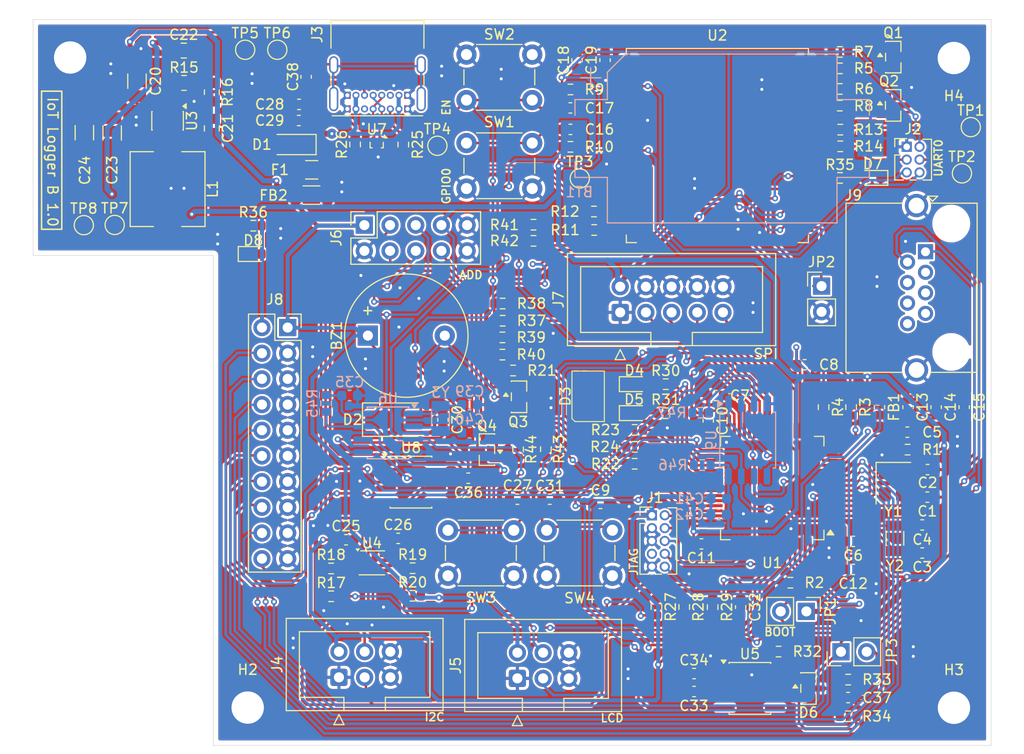
<source format=kicad_pcb>
(kicad_pcb (version 20241229) (generator "pcbnew") (generator_version "9.0")
  (title_block (title "IoT Logger B") (date "2026-01-24") (rev "1.0") (company "Piotr Kłyś"))
  (layers (0 "F.Cu" signal) (2 "B.Cu" signal) (13 "F.Paste" user) (15 "B.Paste" user) (5 "F.SilkS" user "F.Silkscreen") (7 "B.SilkS" user "B.Silkscreen") (1 "F.Mask" user) (3 "B.Mask" user) (25 "Edge.Cuts" user))
  (net 0 "")
  (net 1 "+3.3V")
  (net 2 "GND")
  (net 3 "Net-(BZ1--)")
  (net 4 "PH0")
  (net 5 "PH1")
  (net 6 "GPIOC14")
  (net 7 "GPIOC15")
  (net 8 "NRST")
  (net 9 "Net-(U1-VDDA)")
  (net 10 "GPIO0")
  (net 11 "EN")
  (net 12 "+5V")
  (net 13 "Net-(U3-SW)")
  (net 14 "Net-(U3-BST)")
  (net 15 "Net-(U3-FB)")
  (net 16 "Net-(C23-Pad2)")
  (net 17 "Net-(J3-SHIELD)")
  (net 18 "Net-(D3-VDD)")
  (net 19 "Net-(D3-DI)")
  (net 20 "GPIO11")
  (net 21 "Net-(D3-DO)")
  (net 22 "GPIO10")
  (net 23 "GPIOC0")
  (net 24 "USB_VBUS")
  (net 25 "Net-(D4-A)")
  (net 26 "GPIOC1")
  (net 27 "Net-(D5-A)")
  (net 28 "GPIO18")
  (net 29 "GPIO19")
  (net 32 "+BAT")
  (net 33 "SPI1_CS1")
  (net 34 "Net-(F1-Pad1)")
  (net 35 "JTAG_SWDIO")
  (net 36 "JTAG_SWO")
  (net 37 "JTAG_SWCLK")
  (net 38 "USB_CC1")
  (net 39 "USB_CC2")
  (net 40 "I2C1_SDA")
  (net 41 "I2C1_SCL")
  (net 42 "I2C_SCL_5V")
  (net 43 "I2C_SDA_5V")
  (net 44 "USART1_RX")
  (net 45 "TIM1_CH1")
  (net 46 "USART1_TX")
  (net 47 "SPI1_MOSI")
  (net 48 "SPI1_SCK")
  (net 49 "SPI1_MISO")
  (net 50 "Net-(JP2-A)")
  (net 52 "BOOT0")
  (net 53 "Net-(U2-GPIO13{slash}USB_D+)")
  (net 54 "USB_D+")
  (net 55 "USB_D-")
  (net 56 "Net-(U2-GPIO12{slash}USB_D-)")
  (net 57 "TIM3_CH1")
  (net 58 "TIM3_CH2")
  (net 59 "TIM3_CH3")
  (net 60 "TIM3_CH4")
  (net 61 "GPIOB14")
  (net 62 "GPIOB15")
  (net 63 "GPIOC2")
  (net 64 "TIM4_CH3")
  (net 65 "ADC1_1")
  (net 66 "GPIOD02")
  (net 67 "USART2_RX")
  (net 68 "GPIOB0")
  (net 69 "GPIOC3")
  (net 70 "JTAG_JTDI")
  (net 71 "GPIOC4")
  (net 72 "ADC1_0")
  (net 73 "USART2_TX")
  (net 74 "GPIOC13")
  (net 75 "GPIOC12")
  (net 76 "GPIOB1")
  (net 77 "GPIOC5")
  (net 78 "GPIOB2")
  (net 80 "MTMS")
  (net 81 "MTDO")
  (net 82 "GPIO23")
  (net 83 "MTDI")
  (net 84 "GPIO15")
  (net 85 "GPIO22")
  (net 86 "MTCK")
  (net 87 "U0RXD")
  (net 88 "U0TXD")
  (net 89 "GPIO8")
  (net 90 "Net-(Q1-G)")
  (net 91 "Net-(Q2-G)")
  (net 92 "Net-(Q3-B)")
  (net 93 "Net-(U1-PA2)")
  (net 94 "Net-(U1-PA3)")
  (net 95 "STM32_RST_OD")
  (net 96 "STM32_BOOT0_EN_N")
  (net 97 "Net-(U2-U0TXD{slash}GPIO16)")
  (net 98 "Net-(U2-U0RXD{slash}GPIO17)")
  (net 101 "GPIOB5")
  (net 102 "GPIOB13")
  (net 103 "CAN1_TX")
  (net 104 "CAN1_RX")
  (net 105 "GPIOB12")
  (net 106 "Net-(U1-VCAP_1)")
  (net 107 "Net-(JP3-B)")
  (net 108 "Net-(U5-Rs)")
  (net 110 "CANH1")
  (net 111 "CANL1")
  (net 113 "CANH2")
  (net 114 "unconnected-(J9-Pad8)")
  (net 117 "CANL2")
  (net 118 "Net-(U6-X1)")
  (net 119 "USART3_RX")
  (net 120 "USART3_TX")
  (net 121 "Net-(D7-A)")
  (net 122 "Net-(D8-A)")
  (net 123 "TIM4_CH4")
  (net 124 "TIM2_CH3")
  (net 125 "GPIO01")
  (net 126 "Net-(Q4-G)")
  (net 127 "GPIOB4")
  (net 128 "Net-(U6-X2)")
  (net 132 "Net-(C37-Pad2)")
  (net 133 "Net-(R27-Pad2)")
  (net 134 "Net-(U9-~{WP}{slash}SIO2)")
  (footprint "Connector_PinSocket_2.54mm:PinSocket_2x10_P2.54mm_Vertical" (layer "F.Cu") (at 86.65 92.9)
    (property "Reference" "J8")
    (property "Value" "CON")
  )
  (footprint "Crystal:Crystal_SMD_3215-2Pin_3.2x1.5mm" (layer "F.Cu") (at 146.675 113.75 -90)
    (property "Reference" "Y2")
    (property "Value" "32.768K-CFPX217")
  )
  (footprint "Capacitor_SMD:C_0603_1608Metric" (layer "F.Cu") (at 114.6 73.3)
    (property "Reference" "C16")
    (property "Value" "100nF")
  )
  (footprint "Capacitor_SMD:C_0603_1608Metric" (layer "F.Cu") (at 149.375 115.2 180)
    (property "Reference" "C3")
    (property "Value" "12pF")
  )
  (footprint "PCM_Espressif:ESP32-C6-WROOM-1U" (layer "F.Cu") (at 129.125 74.75)
    (property "Reference" "U2")
    (property "Value" "ESP32-C6-WROOM-1U")
  )
  (footprint "Resistor_SMD:R_0603_1608Metric" (layer "F.Cu") (at 135.175 124.95 180)
    (property "Reference" "R32")
    (property "Value" "47kR")
  )
  (footprint "Resistor_SMD:R_0805_2012Metric" (layer "F.Cu") (at 76.405 68.705)
    (property "Reference" "R15")
    (property "Value" "182kR")
  )
  (footprint "Capacitor_SMD:C_0603_1608Metric" (layer "F.Cu") (at 147.975 100.775 90)
    (property "Reference" "C13")
    (property "Value" "1nF")
  )
  (footprint "Capacitor_SMD:C_0603_1608Metric" (layer "F.Cu") (at 142.55 116.825)
    (property "Reference" "C12")
    (property "Value" "100nF")
  )
  (footprint "Resistor_SMD:R_0603_1608Metric" (layer "F.Cu") (at 124.025 101.375)
    (property "Reference" "R31")
    (property "Value" "1kR")
  )
  (footprint "Capacitor_SMD:C_0603_1608Metric" (layer "F.Cu") (at 118.025 66.45 90)
    (property "Reference" "C19")
    (property "Value" "100nF")
  )
  (footprint "TestPoint:TestPoint_Pad_D1.5mm" (layer "F.Cu") (at 154.175 73.075)
    (property "Reference" "TP1")
    (property "Value" "NRST")
  )
  (footprint "Capacitor_SMD:C_0603_1608Metric" (layer "F.Cu") (at 126.825 127.125 180)
    (property "Reference" "C34")
    (property "Value" "100nF")
  )
  (footprint "Resistor_SMD:R_0603_1608Metric" (layer "F.Cu") (at 114.6 75.025 180)
    (property "Reference" "R10")
    (property "Value" "10k")
  )
  (footprint "Resistor_SMD:R_0603_1608Metric" (layer "F.Cu") (at 109.425 104.95 -90)
    (property "Reference" "R44")
    (property "Value" "100k")
  )
  (footprint "Capacitor_SMD:C_0603_1608Metric" (layer "F.Cu") (at 149.375 112.425 180)
    (property "Reference" "C4")
    (property "Value" "12pF")
  )
  (footprint "Resistor_SMD:R_0603_1608Metric" (layer "F.Cu") (at 107.9 92.225 180)
    (property "Reference" "R37")
    (property "Value" "100R")
  )
  (footprint "Resistor_SMD:R_0603_1608Metric" (layer "F.Cu") (at 98.9975 116.705 180)
    (property "Reference" "R19")
    (property "Value" "4K7")
  )
  (footprint "Resistor_SMD:R_0603_1608Metric" (layer "F.Cu") (at 110.95 82.725)
    (property "Reference" "R41")
    (property "Value" "100kR")
  )
  (footprint "Capacitor_SMD:C_0603_1608Metric" (layer "F.Cu") (at 127.55 114.3)
    (property "Reference" "C11")
    (property "Value" "100nF")
  )
  (footprint "Resistor_SMD:R_0603_1608Metric" (layer "F.Cu") (at 93.32 74.79 90)
    (property "Reference" "R26")
    (property "Value" "5K1")
  )
  (footprint "Connector_IDC:IDC-Header_2x03_P2.54mm_Vertical" (layer "F.Cu") (at 109.36 127.6 90)
    (property "Reference" "J5")
    (property "Value" "LCD 16x2")
  )
  (footprint "TestPoint:TestPoint_Pad_D1.5mm" (layer "F.Cu") (at 66.5 82.775)
    (property "Reference" "TP8")
    (property "Value" "GND")
  )
  (footprint "Capacitor_SMD:C_0603_1608Metric" (layer "F.Cu") (at 92.42 113.89)
    (property "Reference" "C25")
    (property "Value" "100nF")
  )
  (footprint "Resistor_SMD:R_0603_1608Metric" (layer "F.Cu") (at 141.2375 67.2625 180)
    (property "Reference" "R5")
    (property "Value" "1k")
  )
  (footprint "LED_SMD:LED_0603_1608Metric" (layer "F.Cu") (at 120.9225 101.365)
    (property "Reference" "D5")
    (property "Value" "LED")
  )
  (footprint "Package_QFP:LQFP-64_10x10mm_P0.5mm" (layer "F.Cu") (at 134.55 108.775 180)
    (property "Reference" "U1")
    (property "Value" "STM32F412RGTx")
  )
  (footprint "Connector_PinHeader_2.54mm:PinHeader_1x02_P2.54mm_Vertical" (layer "F.Cu") (at 141.345 124.97 90)
    (property "Reference" "JP3")
    (property "Value" "Jumper_2_Bridged")
  )
  (footprint "Capacitor_SMD:C_0603_1608Metric" (layer "F.Cu") (at 142.05 129.5 180)
    (property "Reference" "C37")
    (property "Value" "4.7nF")
  )
  (footprint "Connector_IDC:IDC-Header_2x05_P2.54mm_Vertical" (layer "F.Cu") (at 119.52 91.4 90)
    (property "Reference" "J7")
    (property "Value" "SPI")
  )
  (footprint "Capacitor_SMD:C_0603_1608Metric" (layer "F.Cu") (at 126.825 128.9 180)
    (property "Reference" "C33")
    (property "Value" "1uF")
  )
  (footprint "Resistor_SMD:R_0603_1608Metric" (layer "F.Cu") (at 142.05 127.725 180)
    (property "Reference" "R33")
    (property "Value" "60R")
  )
  (footprint "Resistor_SMD:R_0603_1608Metric" (layer "F.Cu") (at 116.925 81.425)
    (property "Reference" "R12")
    (property "Value" "22R")
  )
  (footprint "Capacitor_SMD:C_0603_1608Metric" (layer "F.Cu") (at 87.75 72.425)
    (property "Reference" "C29")
    (property "Value" "100nF")
  )
  (footprint "Capacitor_SMD:C_0603_1608Metric" (layer "F.Cu") (at 147.9 103.25 180)
    (property "Reference" "C5")
    (property "Value" "100nF")
  )
  (footprint "TestPoint:TestPoint_Pad_D1.5mm" (layer "F.Cu") (at 153.3 77.65)
    (property "Reference" "TP2")
    (property "Value" "BOOT0")
  )
  (footprint "Resistor_SMD:R_0603_1608Metric" (layer "F.Cu") (at 142.05 131.35)
    (property "Reference" "R34")
    (property "Value" "60R")
  )
  (footprint "Resistor_SMD:R_0603_1608Metric" (layer "F.Cu") (at 124.025 98.5)
    (property "Reference" "R30")
    (property "Value" "1kR")
  )
  (footprint "Capacitor_SMD:C_0603_1608Metric" (layer "F.Cu") (at 149.9 106.95 180)
    (property "Reference" "C2")
    (property "Value" "12pF")
  )
  (footprint "Capacitor_SMD:C_0603_1608Metric" (layer "F.Cu") (at 142.55 114.05)
    (property "Reference" "C6")
    (property "Value" "100nF")
  )
  (footprint "Resistor_SMD:R_0603_1608Metric" (layer "F.Cu") (at 141.275 74.975 180)
    (property "Reference" "R14")
    (property "Value" "100R")
  )
  (footprint "Resistor_SMD:R_0603_1608Metric" (layer "F.Cu") (at 83.25 82.825 180)
    (property "Reference" "R36")
    (property "Value" "1kR")
  )
  (footprint "Resistor_SMD:R_0805_2012Metric" (layer "F.Cu") (at 79.155 69.6175 -90)
    (property "Reference" "R16")
    (property "Value" "62kR")
  )
  (footprint "MountingHole:MountingHole_3.2mm_M3_DIN965_Pad" (layer "F.Cu") (at 152.5 66.24 180)
    (property "Reference" "H4")
    (property "Value" "MountingHole_Pad")
  )
  (footprint "Capacitor_SMD:C_0805_2012Metric" (layer "F.Cu") (at 79.155 73.205 90)
    (property "Reference" "C21")
    (property "Value" "100nF")
  )
  (footprint "Capacitor_SMD:C_0603_1608Metric" (layer "F.Cu") (at 87.775 70.825)
    (property "Reference" "C28")
    (property "Value" "10uF")
  )
  (footprint "Buzzer_Beeper:Buzzer_12x9.5RM7.6" (layer "F.Cu") (at 94.58 93.7)
    (property "Reference" "BZ1")
    (property "Value" "Buzzer 5V 12mm")
  )
  (footprint "Package_SO:VSSOP-8_2.3x2mm_P0.5mm" (layer "F.Cu") (at 94.9725 116.175)
    (property "Reference" "U4")
    (property "Value" "PCA9306DCUR")
  )
  (footprint "Resistor_SMD:R_0603_1608Metric" (layer "F.Cu") (at 147.925 104.975)
    (property "Reference" "R1")
    (property "Value" "10k")
  )
  (footprint "Package_TO_SOT_SMD:SOT-23" (layer "F.Cu") (at 106.35 104.975 180)
    (property "Reference" "Q4")
    (property "Value" "BSS138")
  )
  (footprint "LED_SMD:LED_Avago_PLCC4_3.2x2.8mm_CW" (layer "F.Cu") (at 116.35 99.7 90)
    (property "Reference" "D3")
    (property "Value" "OSTBPCS2C2B")
  )
  (footprint "Connector_PinSocket_2.54mm:PinSocket_2x05_P2.54mm_Vertical" (layer "F.Cu") (at 94.23 82.77 90)
    (property "Reference" "J6")
    (property "Value" "Additional")
  )
  (footprint "Resistor_SMD:R_0603_1608Metric" (layer "F.Cu") (at 107.875 93.875 180)
    (property "Reference" "R39")
    (property "Value" "100R")
  )
  (footprint "MountingHole:MountingHole_3.2mm_M3_DIN965_Pad" (layer "F.Cu") (at 152.51 130.51)
    (property "Reference" "H3")
    (property "Value" "MountingHole_Pad")
  )
  (footprint "Resistor_SMD:R_0603_1608Metric" (layer "F.Cu") (at 107.9 90.525 180)
    (property "Reference" "R38")
    (property "Value" "100kR")
  )
  (footprint "Resistor_SMD:R_0603_1608Metric" (layer "F.Cu") (at 141.25 78.1 180)
    (property "Reference" "R35")
    (property "Value" "1kR")
  )
  (footprint "Resistor_SMD:R_0603_1608Metric" (layer "F.Cu") (at 136.34 118.14 180)
    (property "Reference" "R2")
    (property "Value" "10k")
  )
  (footprint "Package_TO_SOT_SMD:SOT-23" (layer "F.Cu") (at 109.52 99.75)
    (property "Reference" "Q3")
    (property "Value" "BC817-40-DIO")
  )
  (footprint "Resistor_SMD:R_0603_1608Metric" (layer "F.Cu") (at 116.95 83.25)
    (property "Reference" "R11")
    (property "Value" "22R")
  )
  (footprint "Capacitor_SMD:C_0603_1608Metric" (layer "F.Cu") (at 109.355 109.88 180)
    (property "Reference" "C27")
    (property "Value" "100nF")
  )
  (footprint "Resistor_SMD:R_0603_1608Metric" (layer "F.Cu") (at 98.9975 119.43)
    (property "Reference" "R20")
    (property "Value" "4K7")
  )
  (footprint "LED_SMD:LED_0603_1608Metric" (layer "F.Cu") (at 144.4875 78.1 180)
    (property "Reference" "D7")
    (property "Value" "LED")
  )
  (footprint "Inductor_SMD:L_0603_1608Metric" (layer "F.Cu") (at 145.15 100.775 -90)
    (property "Reference" "FB1")
    (property "Value" "CBM03YTAG601-1")
  )
  (footprint "Diode_SMD:D_SOD-123F" (layer "F.Cu") (at 87.25 74.8 180)
    (property "Reference" "D1")
    (property "Value" "SMF5.0A")
  )
  (footprint "Resistor_SMD:R_0603_1608Metric" (layer "F.Cu") (at 142.35 100.775 -90)
    (property "Reference" "R3")
    (property "Value" "0R")
  )
  (footprint "Capacitor_SMD:C_0603_1608Metric" (layer "F.Cu") (at 104.5 107.8 180)
    (property "Reference" "C36")
    (property "Value" "100nF")
  )
  (footprint "Resistor_SMD:R_0603_1608Metric" (layer "F.Cu") (at 125.85 120.54 -90)
    (property "Reference" "R28")
    (property "Value" "68k")
  )
  (footprint "Capacitor_SMD:C_0603_1608Metric" (layer "F.Cu") (at 102 102.02 -90)
    (property "Reference" "C30")
    (property "Value" "100nF")
  )
  (footprint "MountingHole:MountingHole_3.2mm_M3_DIN965_Pad" (layer "F.Cu") (at 82.7 130.49)
    (property "Reference" "H2")
    (property "Value" "MountingHole_Pad" (hide yes))
  )
  (footprint "Capacitor_SMD:C_0603_1608Metric" (layer "F.Cu") (at 114.6 71.175)
    (property "Reference" "C17")
    (property "Value" "100nF")
  )
  (footprint "Resistor_SMD:R_0603_1608Metric" (layer "F.Cu") (at 120.95 106.375)
    (property "Reference" "R22")
    (property "Value" "220R")
  )
  (footprint "Resistor_SMD:R_0603_1608Metric" (layer "F.Cu") (at 98.08 74.8 90)
    (property "Reference" "R25")
    (property "Value" "5K1")
  )
  (footprint "Resistor_SMD:R_0603_1608Metric" (layer "F.Cu") (at 107.875 95.575)
    (property "Reference" "R40")
    (property "Value" "100kR")
  )
  (footprint "Package_SO:SOIC-8_3.9x4.9mm_P1.27mm" (layer "F.Cu") (at 98.84 108.19)
    (property "Reference" "U8")
    (property "Value" "FM24CL16B")
  )
  (footprint "TestPoint:TestPoint_Pad_D1.5mm" (layer "F.Cu") (at 82.45 65.425)
    (property "Reference" "TP5")
    (property "Value" "+5V")
  )
  (footprint "Diode_SMD:D_SMA" (layer "F.Cu") (at 97.56 102.01)
    (property "Reference" "D2")
    (property "Value" "M7-DIO")
  )
  (footprint "Button_Switch_THT:SW_PUSH_6mm" (layer "F.Cu") (at 104.325 65.9)
    (property "Reference" "SW2")
    (property "Value" "Tact Switch 6x6mm / 13mm")
  )
  (footprint "Capacitor_SMD:C_0603_1608Metric" (layer "F.Cu") (at 112.555 109.88)
    (property "Reference" "C31")
    (property "Value" "100nF")
  )
  (footprint "Package_TO_SOT_SMD:Texas_DRT-3" (layer "F.Cu") (at 95.45 74.575 180)
    (property "Reference" "U7")
    (property "Value" "TPD2EUSB30")
  )
  (footprint "TestPoint:TestPoint_Pad_D1.5mm" (layer "F.Cu") (at 69.55 82.75)
    (property "Reference" "TP7")
    (property "Value" "+3.3V")
  )
  (footprint "Package_TO_SOT_SMD:SOT-23" (layer "F.Cu") (at 146.5 70.925)
    (property "Reference" "Q2")
    (property "Value" "AO3407")
  )
  (footprint "Resistor_SMD:R_0603_1608Metric" (layer "F.Cu") (at 123.1 120.54 90)
    (property "Reference" "R27")
    (property "Value" "200k")
  )
  (footprint "Button_Switch_THT:SW_PUSH_6mm" (layer "F.Cu") (at 118.75 117.45 180)
    (property "Reference" "SW4")
    (property "Value" "Tact Switch 6x6mm / 13mm")
  )
  (footprint "Capacitor_SMD:C_0603_1608Metric" (layer "F.Cu") (at 128.95 99.625)
    (property "Reference" "C7")
    (property "Value" "2.2uF")
  )
  (footprint "Capacitor_SMD:C_0603_1608Metric" (layer "F.Cu") (at 149.875 109.675 180)
    (property "Reference" "C1")
    (property "Value" "12pF")
  )
  (footprint "Capacitor_SMD:C_0603_1608Metric" (layer "F.Cu") (at 128.225 102.125 -90)
    (property "Reference" "C10")
    (property "Value" "100nF")
  )
  (footprint "Capacitor_SMD:C_0603_1608Metric" (layer "F.Cu") (at 97.5725 113.755 180)
    (property "Reference" "C26")
    (property "Value" "100nF")
  )
  (footprint "Connector_USB:USB_C_Receptacle_GCT_USB4085" (layer "F.Cu") (at 98.5 71.275 180)
    (property "Reference" "J3")
    (property "Value" "USB-C")
  )
  (footprint "Capacitor_SMD:C_0603_1608Metric" (layer "F.Cu") (at 150.75 100.775 90)
    (property "Reference" "C14")
    (property "Value" "100nF")
  )
  (footprint "Resistor_SMD:R_0603_1608Metric" (layer "F.Cu") (at 128.66 120.55 90)
    (property "Reference" "R29")
    (property "Value" "0R")
  )
  (footprint "Button_Switch_THT:SW_PUSH_6mm" (layer "F.Cu") (at 109 117.45 180)
    (property "Reference" "SW3")
    (property "Value" "Tact Switch 6x6mm / 13mm")
  )
  (footprint "PersonalLib:RJ45_Amphenol_RJHSE5380_SHORT" (layer "F.Cu") (at 149.7 85.404 -90)
    (property "Reference" "J9")
    (property "Value" "CAN")
  )
  (footprint "TestPoint:TestPoint_Pad_D1.5mm" (layer "F.Cu") (at 101.45 74.92)
    (property "Reference" "TP4")
    (property "Value" "EN")
  )
  (footprint "Capacitor_SMD:C_0603_1608Metric" (layer "F.Cu") (at 115.25 66.45 90)
    (property "Reference" "C18")
    (property "Value" "22uF")
  )
  (footprint "Resistor_SMD:R_0603_1608Metric" (layer "F.Cu") (at 110.95 84.325)
    (property "Reference" "R42")
    (property "Value" "4k7R")
  )
  (footprint "Resistor_SMD:R_0603_1608Metric" (layer "F.Cu") (at 141.225 70.95)
    (property "Reference" "R8")
    (property "Value" "100k")
  )
  (footprint "Capacitor_SMD:C_0603_1608Metric" (layer "F.Cu") (at 137.75 96.575)
    (property "Reference" "C8")
    (property "Value" "100nF")
  )
  (footprint "Package_TO_SOT_SMD:SOT-23" (layer "F.Cu") (at 138.13 128.6)
    (property "Reference" "D6")
    (property "Value" "ESDCAN01-2BLY")
  )
  (footprint "Button_Switch_THT:SW_PUSH_6mm" (layer "F.Cu") (at 110.825 79.15 180)
    (property "Reference" "SW1")
    (property "Value" "Tact Switch 6x6mm / 13mm")
  )
  (footprint "Capacitor_SMD:C_1206_3216Metric" (layer "F.Cu") (at 69.305 73.655 90)
    (property "Reference" "C23")
    (property "Value" "22uF")
  )
  (footprint "Resistor_SMD:R_0603_1608Metric" (layer "F.Cu") (at 90.9475 119.48)
    (property "Reference" "R17")
    (property "Value" "4k7")
  )
  (footprint "Capacitor_SMD:C_0603_1608Metric" (layer "F.Cu") (at 153.525 100.775 90)
    (property "Reference" "C15")
    (property "Value" "1uF")
  )
  (footprint "Capacitor_SMD:C_1206_3216Metric" (layer "F.Cu") (at 71.755 68.53 -90)
    (property "Reference" "C20")
    (property "Value" "10uF")
  )
  (footprint "Resistor_SMD:R_0603_1608Metric" (layer "F.Cu") (at 108.93 97.15)
    (property "Reference" "R21")
    (property "Value" "1K")
  )
  (footprint "Connector_PinHeader_2.54mm:PinHeader_1x02_P2.54mm_Vertical" (layer "F.Cu") (at 137.925 120.975 -90)
    (property "Reference" "JP1")
    (property "Value" "Jumper_2_Bridged")
  )
  (footprint "Resistor_SMD:R_0603_1608Metric" (layer "F.Cu") (at 141.275 73.325 180)
    (property "Reference" "R13")
    (property "Value" "100R")
  )
  (footprint "Connector_IDC:IDC-Header_2x03_P2.54mm_Vertical" (layer "F.Cu") (at 91.72 127.5 90)
    (property "Reference" "J4")
    (property "Value" "Sensor")
  )
  (footprint "Crystal:Crystal_SMD_3225-4Pin_3.2x2.5mm" (layer "F.Cu") (at 146.525 108.3 -90)
    (property "Reference" "Y1")
    (property "Value" "3225-25M-SR")
  )
  (footprint "LED_SMD:LED_0603_1608Metric" (layer "F.Cu") (at 83.25 85.625)
    (property "Reference" "D8")
    (property "Value" "LED")
  )
  (footprint "Inductor_SMD:L_1206_3216Metric" (layer "F.Cu") (at 89 79.8)
    (property "Reference" "FB2")
    (property "Value" "CBM04YTAG601")
  )
  (footprint "Inductor_SMD:L_7.3x7.3_H3.5" (layer "F.Cu") (at 74.78 79.205 -90)
    (property "Reference" "L1")
    (property "Value" "DR73-6R8-R")
  )
  (footprint "Package_TO_SOT_SMD:SOT-23" (layer "F.Cu") (at 146.5125 66.15)
    (property "Reference" "Q1")
    (property "Value" "BSS138")
  )
  (footprint "TestPoint:TestPoint_Pad_D1.5mm" (layer "F.Cu") (at 115.525 78.15)
    (property "Reference" "TP3")
    (property "Value" "GPIO0")
  )
  (footprint "Capacitor_SMD:C_0603_1608Metric" (layer "F.Cu") (at 88.475 68.1 -90)
    (property "Reference" "C38")
    (property "Value" "1nF")
  )
  (footprint "LED_SMD:LED_0603_1608Metric" (layer "F.Cu") (at 120.9225 98.5)
    (property "Reference" "D4")
    (property "Value" "LED")
  )
  (footprint "Connector_PinHeader_2.54mm:PinHeader_1x02_P2.54mm_Vertical" (layer "F.Cu") (at 139.425 88.8)
    (property "Reference" "JP2")
    (property "Value" "Jumper_2_Bridged")
  )
  (footprint "Resistor_SMD:R_0603_1608Metric" (layer "F.Cu") (at 139.625 100.775 -90)
    (property "Reference" "R4")
    (property "Value" "0R")
  )
  (footprint "Resistor_SMD:R_0603_1608Metric" (layer "F.Cu") (at 120.95 104.7)
    (property "Reference" "R24")
    (property "Value" "220R")
  )
  (footprint "MountingHole:MountingHole_3.2mm_M3_DIN965_Pad" (layer "F.Cu") (at 65.15 66.19)
    (property "Reference" "H1" (hide yes))
    (property "Value" "MountingHole_Pad")
  )
  (footprint "Resistor_SMD:R_0603_1608Metric" (layer "F.Cu") (at 90.9475 116.73)
    (property "Reference" "R18")
    (property "Value" "4k7")
  )
  (footprint "Capacitor_SMD:C_0805_2012Metric" (layer "F.Cu") (at 76.38 65.505)
    (property "Reference" "C22")
    (property "Value" "100pF")
  )
  (footprint "Fuse:Fuse_1206_3216Metric" (layer "F.Cu") (at 89.025 77.3 180)
    (property "Reference" "F1")
    (property "Value" "1A")
  )
  (footprint "TestPoint:TestPoint_Pad_D1.5mm" (layer "F.Cu") (at 85.625 65.425)
    (property "Reference" "TP6")
    (property "Value" "GND")
  )
  (footprint "Capacitor_SMD:C_1206_3216Metric" (layer "F.Cu") (at 66.555 73.63 -90)
    (property "Reference" "C24")
    (property "Value" "22uF")
  )
  (footprint "Capacitor_SMD:C_0603_1608Metric" (layer "F.Cu") (at 117.575 110.3 180)
    (property "Reference" "C9")
    (property "Value" "22uF")
  )
  (footprint "Resistor_SMD:R_0603_1608Metric" (layer "F.Cu") (at 120.95 103.025)
    (property "Reference" "R23")
    (property "Value" "220R")
  )
  (footprint "Resistor_SMD:R_0603_1608Metric" (layer "F.Cu") (at 112.175 104.925 90)
    (property "Reference" "R43")
    (property "Value" "1k")
  )
  (footprint "Resistor_SMD:R_0603_1608Metric" (layer "F.Cu") (at 114.6 69.35 180)
    (property "Reference" "R9")
    (property "Value" "10k")
  )
  (footprint "Package_SO:SOIC-8_3.9x4.9mm_P1.27mm" (layer "F.Cu") (at 132.34 128.59)
    (property "Reference" "U5")
    (property "Value" "SN65HVD230DR")
  )
  (footprint "Connector_PinHeader_1.27mm:PinHeader_2x03_P1.27mm_Vertical" (layer "F.Cu") (at 147.84 75.02)
    (property "Reference" "J2")
    (property "Value" "ESP_UART")
  )
  (footprint "Resistor_SMD:R_0603_1608Metric" (layer "F.Cu") (at 141.225 69.3 180)
    (property "Reference" "R6")
    (property "Value" "1k")
  )
  (footprint "Package_TO_SOT_SMD:TSOT-23-6" (layer "F.Cu") (at 74.78 72.455 -90)
    (property "Reference" "U3")
    (property "Value" "AP63200WU")
  )
  (footprint "Capacitor_SMD:C_0603_1608Metric" (layer "F.Cu") (at 131.43 120.55 90)
    (property "Reference" "C32")
    (property "Value" "100nF")
  )
  (footprint "Connector_PinHeader_1.27mm:PinHeader_2x05_P1.27mm_Vertical" (layer "F.Cu") (at 122.655 111.47)
    (property "Reference" "J1")
    (property "Value" "JTAG")
  )
  (footprint "Resistor_SMD:R_0603_1608Metric" (layer "F.Cu") (at 141.2375 65.6375)
    (property "Reference" "R7")
    (property "Value" "100k")
  )
  (footprint "Capacitor_SMD:C_0603_1608Metric" (layer "B.Cu") (at 104.635 100.525)
    (property "Reference" "C39")
    (property "Value" "12pF")
  )
  (footprint "Crystal:Crystal_SMD_3215-2Pin_3.2x1.5mm" (layer "B.Cu") (at 101.76 101.9 90)
    (property "Reference" "Y3")
    (property "Value" "QT3CD-32.768KEZY-T")
  )
  (footprint "Resistor_SMD:R_0603_1608Metric" (layer "B.Cu") (at 127.625 106.5)
    (property "Reference" "R46")
    (property "Value" "10kR")
  )
  (footprint "Resistor_SMD:R_0603_1608Metric" (layer "B.Cu") (at 90.45 100.4 90)
    (property "Reference" "R45")
    (property "Value" "4K7")
  )
  (footprint "Capacitor_SMD:C_0603_1608Metric" (layer "B.Cu") (at 92.775 99.625 180)
    (property "Reference" "C35")
    (property "Value" "100nF")
  )
  (footprint "Capacitor_SMD:C_0603_1608Metric" (layer "B.Cu") (at 129.275 109.825)
    (property "Reference" "C41")
    (property "Value" "100nF")
  )
  (footprint "Package_SO:SOIC-8_3.9x4.9mm_P1.27mm" (layer "B.Cu") (at 96.575 103.3175 180)
    (property "Reference" "U6")
    (property "Value" "MCP7940N-xSN")
  )
  (footprint "Capacitor_SMD:C_0603_1608Metric" (layer "B.Cu") (at 129.25 111.4)
    (property "Reference" "C42")
    (property "Value" "1uF")
  )
  (footprint "Battery:BatteryHolder_Keystone_1060_1x2032" (layer "B.Cu") (at 129.6 74.2)
    (property "Reference" "BT1")
    (property "Value" "CR2032")
  )
  (footprint "Capacitor_SMD:C_0603_1608Metric" (layer "B.Cu") (at 104.635 103.31 180)
    (property "Reference" "C40")
    (property "Value" "12pF")
  )
  (footprint "Resistor_SMD:R_0603_1608Metric" (layer "B.Cu") (at 127.475 101.325 180)
    (property "Reference" "R47")
    (property "Value" "10kR")
  )
  (footprint "Package_SO:SOIC-8_5.3x5.3mm_P1.27mm" (layer "B.Cu") (at 132.125 104.025 -90)
    (property "Reference" "U9")
    (property "Value" "MX25L25673GM2I-08G")
  )
  (gr_rect (start 62.325 69.52) (end 64.325 83.18) (stroke (width 0.15)) (fill no) (layer "F.SilkS"))
  (gr_line (start 61.485 62.44) (end 156.185 62.44) (stroke (width 0.05)) (layer "Edge.Cuts"))
  (gr_line (start 156.185 134.23) (end 156.185 62.44) (stroke (width 0.05)) (layer "Edge.Cuts"))
  (gr_line (start 79.3 85.77) (end 61.49 85.77) (stroke (width 0.05)) (layer "Edge.Cuts"))
  (gr_line (start 156.185 134.23) (end 79.3 134.23) (stroke (width 0.05)) (layer "Edge.Cuts"))
  (gr_line (start 61.49 85.77) (end 61.485 62.44) (stroke (width 0.05)) (layer "Edge.Cuts"))
  (gr_line (start 79.3 134.23) (end 79.3 85.77) (stroke (width 0.05)) (layer "Edge.Cuts"))
  (gr_text "I2C" (at 100.1 131.9 0) (layer "F.SilkS") (effects (font (size 0.8 0.8)) (justify left bottom)))
  (gr_text "EN" (at 102.8 72 90) (layer "F.SilkS") (effects (font (size 0.8 0.8)) (justify left bottom)))
  (gr_text "GPIO0" (at 102.8 80.8 90) (layer "F.SilkS") (effects (font (size 0.8 0.8)) (justify left bottom)))
  (gr_text "JTAG" (at 121.325 117.525 90) (layer "F.SilkS") (effects (font (size 0.8 0.8)) (justify left bottom)))
  (gr_text "UART0" (at 151.45 78.075 90) (layer "F.SilkS") (effects (font (size 0.8 0.8)) (justify left bottom)))
  (gr_text "SPI" (at 132.6 96.1 0) (layer "F.SilkS") (effects (font (size 1 1)) (justify left bottom)))
  (gr_text "LCD" (at 117.5 132 0) (layer "F.SilkS") (effects (font (size 0.8 0.8)) (justify left bottom)))
  (gr_text "BOOT" (at 133.675 123.475 0) (layer "F.SilkS") (effects (font (size 0.8 0.8)) (justify left bottom)))
  (gr_text "IoT Logger B 1.0" (at 62.825 70.02 270) (layer "F.SilkS") (effects (font (size 1 1)) (justify left bottom)))
  (gr_text "ADD" (at 103.52 88.17 0) (layer "F.SilkS") (effects (font (size 0.8 0.8)) (justify left bottom)))
  (segment (start 147.85 117.55) (end 146.29 119.11) (width 0.5) (layer "F.Cu") (net 1))
  (segment (start 113.425 76.925) (end 113.425 76.575) (width 0.25) (layer "F.Cu") (net 1))
  (segment (start 141.2125 71.975) (end 140.25 71.0125) (width 0.25) (layer "F.Cu") (net 1))
  (segment (start 119.4 88.55) (end 119.25 88.55) (width 0.5) (layer "F.Cu") (net 1))
  (segment (start 91.5125 113.89) (end 91.6475 113.755) (width 0.25) (layer "F.Cu") (net 1))
  (segment (start 148.725 72.025) (end 148.3 71.6) (width 0.25) (layer "F.Cu") (net 1))
  (segment (start 145.4625 71.975) (end 141.2125 71.975) (width 0.25) (layer "F.Cu") (net 1))
  (segment (start 147.85 117.55) (end 146.36 117.55) (width 0.25) (layer "F.Cu") (net 1))
  (segment (start 113.775 76.225) (end 113.775 75.025) (width 0.25) (layer "F.Cu") (net 1))
  (segment (start 146.28 119.11) (end 144.415 120.975) (width 0.5) (layer "F.Cu") (net 1))
  (segment (start 130.8 101.45) (end 130.475 101.125) (width 0.25) (layer "F.Cu") (net 1))
  (segment (start 118.85 110.225) (end 118.35 110.225) (width 0.5) (layer "F.Cu") (net 1))
  (segment (start 129.86 129.23) (end 127.61 129.23) (width 0.25) (layer "F.Cu") (net 1))
  (segment (start 118.56 67.76) (end 120.375 67.76) (width 0.25) (layer "F.Cu") (net 1))
  (segment (start 123.865 125.65) (end 123.275 126.24) (width 0.25) (layer "F.Cu") (net 1))
  (segment (start 143.95 97.75) (end 143.95 99.525) (width 0.25) (layer "F.Cu") (net 1))
  (segment (start 128.875 112.525) (end 126.925 112.525) (width 0.25) (layer "F.Cu") (net 1))
  (segment (start 129.865 129.225) (end 129.86 129.23) (width 0.25) (layer "F.Cu") (net 1))
  (segment (start 118.025 67.225) (end 118.56 67.76) (width 0.25) (layer "F.Cu") (net 1))
  (segment (start 113.425 76.575) (end 113.775 76.225) (width 0.25) (layer "F.Cu") (net 1))
  (segment (start 148.3 71.6) (end 145.8375 71.6) (width 0.25) (layer "F.Cu") (net 1))
  (segment (start 141.775 116.825) (end 141.675 116.725) (width 0.25) (layer "F.Cu") (net 1))
  (segment (start 127.595 129.215) (end 127.595 126.095) (width 0.25) (layer "F.Cu") (net 1))
  (segment (start 103.725 107.8) (end 103.91 107.615) (width 0.25) (layer "F.Cu") (net 1))
  (segment (start 74.805 65.505) (end 75.43 65.505) (width 0.5) (layer "F.Cu") (net 1))
  (segment (start 78.305 82.825) (end 77.17 81.69) (width 0.25) (layer "F.Cu") (net 1))
  (segment (start 127.61 129.23) (end 127.595 129.215) (width 0.25) (layer "F.Cu") (net 1))
  (segment (start 126.83 97.35) (end 126.575 97.605) (width 0.25) (layer "F.Cu") (net 1))
  (segment (start 126.775 112.675) (end 126.775 114.3) (width 0.25) (layer "F.Cu") (net 1))
  (segment (start 146.29 119.11) (end 146.28 119.11) (width 0.5) (layer "F.Cu") (net 1))
  (segment (start 91.6475 115.855) (end 91.6475 113.755) (width 0.25) (layer "F.Cu") (net 1))
  (segment (start 91.71 105.46) (end 98.24 105.46) (width 0.25) (layer "F.Cu") (net 1))
  (segment (start 114.675 67.225) (end 115.25 67.225) (width 0.25) (layer "F.Cu") (net 1))
  (segment (start 144.415 120.975) (end 137.925 120.975) (width 0.5) (layer "F.Cu") (net 1))
  (segment (start 126.575 100.75) (end 127.175 101.35) (width 0.25) (layer "F.Cu") (net 1))
  (segment (start 136.975 96.575) (end 136.975 94.85) (width 0.25) (layer "F.Cu") (net 1))
  (segment (start 91.6475 114.7775) (end 91.6475 113.755) (width 0.25) (layer "F.Cu") (net 1))
  (segment (start 125.35 82.6) (end 119.4 88.55) (width 0.5) (layer "F.Cu") (net 1))
  (segment (start 122.725 111.54) (end 122.655 111.47) (width 0.5) (layer "F.Cu") (net 1))
  (segment (start 144.285 115.475) (end 142 115.475) (width 0.25) (layer "F.Cu") (net 1))
  (segment (start 103.91 107.615) (end 103.91 106.89) (width 0.25) (layer "F.Cu") (net 1))
  (segment (start 126.575 97.605) (end 126.575 100.75) (width 0.25) (layer "F.Cu") (net 1))
  (segment (start 141.775 115.25) (end 141.775 114.05) (width 0.25) (layer "F.Cu") (net 1))
  (segment (start 103.91 106.89) (end 103.305 106.285) (width 0.25) (layer "F.Cu") (net 1))
  (segment (start 113.775 68.225) (end 113.775 69.35) (width 0.25) (layer "F.Cu") (net 1))
  (segment (start 74.03 64.73) (end 74.805 65.505) (width 0.5) (layer "F.Cu") (net 1))
  (segment (start 148.75 104.975) (end 151.15 104.975) (width 0.25) (layer "F.Cu") (net 1))
  (segment (start 90.85 104.6) (end 91.71 105.46) (width 0.25) (layer "F.Cu") (net 1))
  (segment (start 151.15 104.975) (end 151.55 104.575) (width 0.25) (layer "F.Cu") (net 1))
  (segment (start 141.625 112.525) (end 141.775 112.675) (width 0.25) (layer "F.Cu") (net 1))
  (segment (start 146.1625 71.9375) (end 146.125 71.975) (width 0.25) (layer "F.Cu") (net 1))
  (segment (start 130.475 101.125) (end 128.225 101.125) (width 0.25) (layer "F.Cu") (net 1))
  (segment (start 93.5725 115.925) (end 91.7175 115.925) (width 0.25) (layer "F.Cu") (net 1))
  (segment (start 73.31 64.73) (end 74.03 64.73) (width 0.5) (layer "F.Cu") (net 1))
  (segment (start 145.8375 71.6) (end 145.5625 71.875) (width 0.25) (layer "F.Cu") (net 1))
  (segment (start 137.3 103.1) (end 137.3 96.9) (width 0.25) (layer "F.Cu") (net 1))
  (segment (start 138.3 115.6) (end 138.3 114.45) (width 0.25) (layer "F.Cu") (net 1))
  (segment (start 145.525 71.9125) (end 145.4625 71.975) (width 0.25) (layer "F.Cu") (net 1))
  (segment (start 98.24 105.46) (end 99.065 106.285) (width 0.25) (layer "F.Cu") (net 1))
  (segment (start 113.725 68.175) (end 114.675 67.225) (width 0.25) (layer "F.Cu") (net 1))
  (segment (start 90.1225 116.3025) (end 91.6475 114.7775) (width 0.25) (layer "F.Cu") (net 1))
  (segment (start 144.6125 100.1875) (end 145.275 100.1875) (width 0.25) (layer "F.Cu") (net 1))
  (segment (start 130.8 103.1) (end 130.8 101.45) (width 0.25) (layer "F.Cu") (net 1))
  (segment (start 99.065 106.285) (end 101.315 106.285) (width 0.25) (layer "F.Cu") (net 1))
  (segment (start 91.44 91.62) (end 90.85 92.21) (width 0.25) (layer "F.Cu") (net 1))
  (segment (start 103.305 106.285) (end 101.315 106.285) (width 0.25) (layer "F.Cu") (net 1))
  (segment (start 142 115.475) (end 141.775 115.25) (width 0.25) (layer "F.Cu") (net 1))
  (segment (start 127.595 126.095) (end 127.15 125.65) (width 0.25) (layer "F.Cu") (net 1))
  (segment (start 91.7175 115.925) (end 91.6475 115.855) (width 0.25) (layer "F.Cu") (net 1))
  (segment (start 127.175 101.35) (end 128.225 101.35) (width 0.25) (layer "F.Cu") (net 1))
  (segment (start 141.675 116.725) (end 139.425 116.725) (width 0.25) (layer "F.Cu") (net 1))
  (segment (start 90.85 92.21) (end 90.85 104.6) (width 0.25) (layer "F.Cu") (net 1))
  (segment (start 90.15 113.89) (end 91.5125 113.89) (width 0.25) (layer "F.Cu") (net 1))
  (segment (start 96.425 91.62) (end 91.44 91.62) (width 0.25) (layer "F.Cu") (net 1))
  (segment (start 141.775 116.825) (end 141.775 115.25) (width 0.25) (layer "F.Cu") (net 1))
  (segment (start 137.3 96.9) (end 136.975 96.575) (width 0.25) (layer "F.Cu") (net 1))
  (segment (start 75.4925 65.5675) (end 75.4925 68.705) (width 0.5) (layer "F.Cu") (net 1))
  (segment (start 127.325 81.95) (end 126.675 82.6) (width 0.5) (layer "F.Cu") (net 1))
  (segment (start 126.925 112.525) (end 126.775 112.675) (width 0.25) (layer "F.Cu") (net 1))
  (segment (start 75.43 65.505) (end 75.4925 65.5675) (width 0.5) (layer "F.Cu") (net 1))
  (segment (start 90.1225 116.73) (end 90.1225 119.48) (width 0.25) (layer "F.Cu") (net 1))
  (segment (start 127.15 125.65) (end 123.865 125.65) (width 0.25) (layer "F.Cu") (net 1))
  (segment (start 143.95 99.525) (end 144.6125 100.1875) (width 0.25) (layer "F.Cu") (net 1))
  (segment (start 118.35 110.225) (end 118.325 110.2) (width 0.5) (layer "F.Cu") (net 1))
  (segment (start 113.725 68.175) (end 113.775 68.225) (width 0.25) (layer "F.Cu") (net 1))
  (segment (start 126.675 82.6) (end 125.35 82.6) (width 0.5) (layer "F.Cu") (net 1))
  (segment (start 90.1225 116.73) (end 90.1225 116.3025) (width 0.25) (layer "F.Cu") (net 1))
  (segment (start 82.425 82.825) (end 78.305 82.825) (width 0.25) (layer "F.Cu") (net 1))
  (segment (start 115.25 67.225) (end 118.025 67.225) (width 0.25) (layer "F.Cu") (net 1))
  (segment (start 120.095 111.47) (end 118.85 110.225) (width 0.5) (layer "F.Cu") (net 1))
  (segment (start 140.225 112.525) (end 141.625 112.525) (width 0.25) (layer "F.Cu") (net 1))
  (segment (start 122.655 111.47) (end 120.095 111.47) (width 0.5) (layer "F.Cu") (net 1))
  (segment (start 141.775 112.675) (end 141.775 114.05) (width 0.25) (layer "F.Cu") (net 1))
  (segment (start 139.425 116.725) (end 138.3 115.6) (width 0.25) (layer "F.Cu") (net 1))
  (segment (start 146.36 117.55) (end 144.285 115.475) (width 0.25) (layer "F.Cu") (net 1))
  (segment (start 138.3 120.3) (end 138.3 120.6) (width 0.25) (layer "F.Cu") (net 1))
  (via (at 148.725 72.025) (size 0.6) (drill 0.3) (layers "F.Cu" "B.Cu") (net 1))
  (via (at 77.17 81.69) (size 0.6) (drill 0.3) (layers "F.Cu" "B.Cu") (net 1))
  (via (at 126.775 113.075) (size 0.6) (drill 0.3) (layers "F.Cu" "B.Cu") (net 1))
  (via (at 136.925 94.85) (size 0.6) (drill 0.3) (layers "F.Cu" "B.Cu") (net 1))
  (via (at 126.83 97.35) (size 0.6) (drill 0.3) (layers "F.Cu" "B.Cu") (net 1))
  (via (at 123.275 126.24) (size 0.6) (drill 0.3) (layers "F.Cu" "B.Cu") (net 1))
  (via (at 127.325 81.95) (size 0.6) (drill 0.3) (layers "F.Cu" "B.Cu") (net 1))
  (via (at 73.31 64.73) (size 0.6) (drill 0.3) (layers "F.Cu" "B.Cu") (net 1))
  (via (at 69.275 79.7) (size 0.6) (drill 0.3) (layers "F.Cu" "B.Cu") (net 1))
  (via (at 113.425 76.925) (size 0.6) (drill 0.3) (layers "F.Cu" "B.Cu") (net 1))
  (via (at 143.95 97.75) (size 0.6) (drill 0.3) (layers "F.Cu" "B.Cu") (net 1))
  (via (at 113.725 68.175) (size 0.6) (drill 0.3) (layers "F.Cu" "B.Cu") (net 1))
  (via (at 96.425 91.62) (size 0.6) (drill 0.3) (layers "F.Cu" "B.Cu") (net 1))
  (via (at 151.55 104.575) (size 0.6) (drill 0.3) (layers "F.Cu" "B.Cu") (net 1))
  (via (at 147.85 117.55) (size 0.6) (drill 0.3) (layers "F.Cu" "B.Cu") (net 1))
  (via (at 90.15 113.89) (size 0.6) (drill 0.3) (layers "F.Cu" "B.Cu") (net 1))
  (segment (start 134.875 96.05) (end 134.875 88.2) (width 0.5) (layer "B.Cu") (net 1))
  (segment (start 83.65 81.41) (end 84.1 80.96) (width 0.5) (layer "B.Cu") (net 1))
  (segment (start 127.325 81.95) (end 130.25 79.025) (width 0.25) (layer "B.Cu") (net 1))
  (segment (start 116.275 65.625) (end 113.725 68.175) (width 0.25) (layer "B.Cu") (net 1))
  (segment (start 99.48 91.62) (end 103.06 88.04) (width 0.25) (layer "B.Cu") (net 1))
  (segment (start 123.275 109.625) (end 126.05 109.625) (width 0.5) (layer "B.Cu") (net 1))
  (segment (start 130.2 112.7) (end 130.575 113.075) (width 0.25) (layer "B.Cu") (net 1))
  (segment (start 73.31 64.87) (end 73.31 64.73) (width 0.5) (layer "B.Cu") (net 1))
  (segment (start 92 99.625) (end 90.8175 99.625) (width 0.25) (layer "B.Cu") (net 1))
  (segment (start 96.425 91.62) (end 99.48 91.62) (width 0.25) (layer "B.Cu") (net 1))
  (segment (start 134.725 113.075) (end 130.575 113.075) (width 0.4) (layer "B.Cu") (net 1))
  (segment (start 148.725 73.55) (end 149.11 73.935) (width 0.25) (layer "B.Cu") (net 1))
  (segment (start 143.95 97.75) (end 145.9 97.75) (width 0.5) (layer "B.Cu") (net 1))
  (segment (start 122.655 111.47) (end 121.205 111.47) (width 0.4) (layer "B.Cu") (net 1))
  (segment (start 126.775 110.35) (end 126.775 113.075) (width 0.5) (layer "B.Cu") (net 1))
  (segment (start 92.265 101.4125) (end 91.985 101.1325) (width 0.25) (layer "B.Cu") (net 1))
  (segment (start 130.575 113.075) (end 126.775 113.075) (width 0.4) (layer "B.Cu") (net 1))
  (segment (start 148.725 72.025) (end 144.225 67.525) (width 0.25) (layer "B.Cu") (net 1))
  (segment (start 103.06 88.04) (end 103.06 83.98) (width 0.25) (layer "B.Cu") (net 1))
  (segment (start 103.06 83.98) (end 101.85 82.77) (width 0.25) (layer "B.Cu") (net 1))
  (segment (start 91.44 123.515) (end 91.44 125.24) (width 0.4) (layer "B.Cu") (net 1))
  (segment (start 151.55 115.73) (end 151.55 104.575) (width 0.5) (layer "B.Cu") (net 1))
  (segment (start 77.45 81.41) (end 83.65 81.41) (width 0.5) (layer "B.Cu") (net 1))
  (segment (start 136.575 97.75) (end 134.875 96.05) (width 0.5) (layer "B.Cu") (net 1))
  (segment (start 127.325 81.95) (end 127.4 81.95) (width 0.25) (layer "B.Cu") (net 1))
  (segment (start 130.25 79.025) (end 130.25 65.625) (width 0.25) (layer "B.Cu") (net 1))
  (segment (start 130.22 107.6125) (end 130.22 106.545) (width 0.25) (layer "B.Cu") (net 1))
  (segment (start 101.525 129.775) (end 100.65 128.9) (width 0.4) (layer "B.Cu") (net 1))
  (segment (start 151.55 103.4) (end 151.55 104.575) (width 0.5) (layer "B.Cu") (net 1))
  (segment (start 126.65 101.325) (end 126.65 101.075) (width 0.25) (layer "B.Cu") (net 1))
  (segment (start 103.23 80.96) (end 104.05 80.96) (width 0.4) (layer "B.Cu") (net 1))
  (segment (start 130.65 97.075) (end 130.65 96.075) (width 0.25) (layer "B.Cu") (net 1))
  (segment (start 122.655 111.47) (end 122.655 110.245) (width 0.5) (layer "B.Cu") (net 1))
  (segment (start 126.83 97.35) (end 128.105 96.075) (width 0.5) (layer "B.Cu") (net 1))
  (segment (start 119.25 87.225) (end 118.25 86.225) (width 0.5) (layer "B.Cu") (net 1))
  (segment (start 123.275 126.24) (end 123.275 129.55) (width 0.4) (layer "B.Cu") (net 1))
  (segment (start 90.15 113.89) (end 88.925 115.115) (width 0.4) (layer "B.Cu") (net 1))
  (segment (start 113.425 84.65) (end 113.425 79.605) (width 0.5) (layer "B.Cu") (net 1))
  (segment (start 120.725 117.85) (end 123.275 120.4) (width 0.4) (layer "B.Cu") (net 1))
  (segment (start 68.805 79.23) (end 68.805 73.18) (width 0.5) (layer "B.Cu") (net 1))
  (segment (start 123.275 129.55) (end 123.05 129.775) (width 0.4) (layer "B.Cu") (net 1))
  (segment (start 136.925 94.85) (end 136.925 96.15) (width 0.25) (layer "B.Cu") (net 1))
  (segment (start 113.425 76.925) (end 113.425 79.605) (width 0.5) (layer "B.Cu") (net 1))
  (segment (start 117.425 76.2) (end 117.425 69.4) (width 0.25) (layer "B.Cu") (net 1))
  (segment (start 136.95 98.325) (end 136.95 110.85) (width 0.4) (layer "B.Cu") (net 1))
  (segment (start 123.275 120.4) (end 123.275 126.24) (width 0.4) (layer "B.Cu") (net 1))
  (segment (start 134.9 96.075) (end 136.575 97.75) (width 0.5) (layer "B.Cu") (net 1))
  (segment (start 91.74 123.375) (end 91.44 123.675) (width 0.4) (layer "B.Cu") (net 1))
  (segment (start 138.525 97.75) (end 137.25 97.75) (width 0.5) (layer "B.Cu") (net 1))
  (segment (start 136.925 96.15) (end 138.525 97.75) (width 0.25) (layer "B.Cu") (net 1))
  (segment (start 120.725 111.95) (end 120.725 117.85) (width 0.4) (layer "B.Cu") (net 1))
  (segment (start 130.225 109.525) (end 130.225 111.075) (width 0.25) (layer "B.Cu") (net 1))
  (segment (start 112.07 80.96) (end 113.425 79.605) (width 0.5) (layer "B.Cu") (net 1))
  (segment (start 100.65 128.9) (end 100.65 123.95) (width 0.4) (layer "B.Cu") (net 1))
  (segment (start 90.7425 99.55) (end 90.475 99.55) (width 0.25) (layer "B.Cu") (net 1))
  (segment (start 116.2 68.175) (end 113.725 68.175) (width 0.25) (layer "B.Cu") (net 1))
  (segment (start 88.925 115.115) (end 88.925 121) (width 0.4) (layer "B.Cu") (net 1))
  (segment (start 130.22 107.6125) (end 130.22 109.52) (width 0.25) (layer "B.Cu") (net 1))
  (segment (start 130.22 106.545) (end 130.175 106.5) (width 0.25) (layer "B.Cu") (net 1))
  (segment (start 96.425 91.62) (end 96.425 100.125) (width 0.25) (layer "B.Cu") (net 1))
  (segment (start 143.075 65.625) (end 116.275 65.625) (width 0.25) (layer "B.Cu") (net 1))
  (segment (start 121.205 111.47) (end 120.725 111.95) (width 0.4) (layer "B.Cu") (net 1))
  (segment (start 122.725 111.54) (end 122.655 111.47) (width 0.4) (layer "B.Cu") (net 1))
  (segment (start 123.05 129.775) (end 101.525 129.775) (width 0.4) (layer "B.Cu") (net 1))
  (segment (start 147.85 117.55) (end 149.73 117.55) (width 0.5) (layer "B.Cu") (net 1))
  (segment (start 101.87 83.19) (end 101.87 82.32) (width 0.4) (layer "B.Cu") (net 1))
  (segment (start 122.655 110.245) (end 123.275 109.625) (width 0.5) (layer "B.Cu") (net 1))
  (segment (start 144.225 66.775) (end 143.075 65.625) (width 0.25) (layer "B.Cu") (net 1))
  (segment (start 91.985 99.64) (end 92 99.625) (width 0.25) (layer "B.Cu") (net 1))
  (segment (start 100.075 123.375) (end 91.74 123.375) (width 0.4) (layer "B.Cu") (net 1))
  (segment (start 130.22 109.52) (end 130.225 109.525) (width 0.25) (layer "B.Cu") (net 1))
  (segment (start 130.225 111.075) (end 130.2 111.1) (width 0.25) (layer "B.Cu") (net 1))
  (segment (start 73.73 65.29) (end 73.31 64.87) (width 0.5) (layer "B.Cu") (net 1))
  (segment (start 138.525 97.75) (end 137.525 97.75) (width 0.4) (layer "B.Cu") (net 1))
  (segment (start 77.17 81.69) (end 77.45 81.41) (width 0.5) (layer "B.Cu") (net 1))
  (segment (start 88.925 121) (end 91.44 123.515) (width 0.4) (layer "B.Cu") (net 1))
  (segment (start 101.87 82.32) (end 103.23 80.96) (width 0.4) (layer "B.Cu") (net 1))
  (segment (start 148.725 72.25) (end 148.725 73.55) (width 0.25) (layer "B.Cu") (net 1))
  (segment (start 137.925 120.975) (end 138.14 120.76) (width 0.5) (layer "B.Cu") (net 1))
  (segment (start 94.1 101.4125) (end 92.265 101.4125) (width 0.25) (layer "B.Cu") (net 1))
  (segment (start 126.05 109.625) (end 126.775 110.35) (width 0.5) (layer "B.Cu") (net 1))
  (segment (start 69.275 79.7) (end 68.805 79.23) (width 0.5) (layer "B.Cu") (net 1))
  (segment (start 130.65 96.075) (end 134.9 96.075) (width 0.5) (layer "B.Cu") (net 1))
  (segment (start 84.11 81.87) (end 83.65 81.41) (width 0.4) (layer "B.Cu") (net 1))
  (segment (start 130.2 111.1) (end 130.2 112.7) (width 0.25) (layer "B.Cu") (net 1))
  (segment (start 132.9 86.225) (end 118.25 86.225) (width 0.5) (layer "B.Cu") (net 1))
  (segment (start 149.11 73.935) (end 149.11 75.02) (width 0.25) (layer "B.Cu") (net 1))
  (segment (start 149.73 117.55) (end 151.55 115.73) (width 0.5) (layer "B.Cu") (net 1))
  (segment (start 91.985 101.1325) (end 91.985 99.64) (width 0.25) (layer "B.Cu") (net 1))
  (segment (start 95.1375 101.4125) (end 94.1 101.4125) (width 0.25) (layer "B.Cu") (net 1))
  (segment (start 136.95 110.85) (end 134.725 113.075) (width 0.4) (layer "B.Cu") (net 1))
  (segment (start 117.425 69.4) (end 116.2 68.175) (width 0.25) (layer "B.Cu") (net 1))
  (segment (start 119.25 88.55) (end 119.25 87.225) (width 0.5) (layer "B.Cu") (net 1))
  (segment (start 118.25 86.225) (end 115 86.225) (width 0.5) (layer "B.Cu") (net 1))
  (segment (start 143.95 97.75) (end 138.525 97.75) (width 0.5) (layer "B.Cu") (net 1))
  (segment (start 84.1 80.96) (end 112.07 80.96) (width 0.5) (layer "B.Cu") (net 1))
  (segment (start 137.25 97.75) (end 136.575 97.75) (width 0.5) (layer "B.Cu") (net 1))
  (segment (start 100.65 123.95) (end 100.075 123.375) (width 0.4) (layer "B.Cu") (net 1))
  (segment (start 144.225 67.525) (end 144.225 66.775) (width 0.25) (layer "B.Cu") (net 1))
  (segment (start 126.65 101.075) (end 130.65 97.075) (width 0.25) (layer "B.Cu") (net 1))
  (segment (start 90.8175 99.625) (end 90.7425 99.55) (width 0.25) (layer "B.Cu") (net 1))
  (segment (start 115 86.225) (end 113.425 84.65) (width 0.5) (layer "B.Cu") (net 1))
  (segment (start 134.875 88.2) (end 132.9 86.225) (width 0.5) (layer "B.Cu") (net 1))
  (segment (start 68.805 73.18) (end 73.73 68.255) (width 0.5) (layer "B.Cu") (net 1))
  (segment (start 96.425 100.125) (end 95.1375 101.4125) (width 0.25) (layer "B.Cu") (net 1))
  (segment (start 84.11 92.9) (end 84.11 81.87) (width 0.4) (layer "B.Cu") (net 1))
  (segment (start 130.175 106.5) (end 128.45 106.5) (width 0.25) (layer "B.Cu") (net 1))
  (segment (start 145.9 97.75) (end 151.55 103.4) (width 0.5) (layer "B.Cu") (net 1))
  (segment (start 73.73 68.255) (end 73.73 65.29) (width 0.5) (layer "B.Cu") (net 1))
  (segment (start 113.425 76.925) (end 116.7 76.925) (width 0.25) (layer "B.Cu") (net 1))
  (segment (start 116.7 76.925) (end 117.425 76.2) (width 0.25) (layer "B.Cu") (net 1))
  (segment (start 137.525 97.75) (end 136.95 98.325) (width 0.4) (layer "B.Cu") (net 1))
  (segment (start 128.105 96.075) (end 130.65 96.075) (width 0.5) (layer "B.Cu") (net 1))
  (via (at 133.52 68.39) (size 0.6) (drill 0.3) (layers "F.Cu" "B.Cu") (net 2))
  (via (at 144.9 87.875) (size 0.6) (drill 0.3) (layers "F.Cu" "B.Cu") (net 2))
  (via (at 102.12 96.25) (size 0.6) (drill 0.3) (layers "F.Cu" "B.Cu") (net 2))
  (via (at 138.55 108.425) (size 0.6) (drill 0.3) (layers "F.Cu" "B.Cu") (net 2))
  (via (at 120.3 126.675) (size 0.6) (drill 0.3) (layers "F.Cu" "B.Cu") (net 2))
  (via (at 132.65 90.45) (size 0.6) (drill 0.3) (layers "F.Cu" "B.Cu") (net 2))
  (via (at 94.99 122.32) (size 0.6) (drill 0.3) (layers "F.Cu" "B.Cu") (net 2))
  (via (at 144.9 88.825) (size 0.6) (drill 0.3) (layers "F.Cu" "B.Cu") (net 2))
  (via (at 87.2 123.625) (size 0.6) (drill 0.3) (layers "F.Cu" "B.Cu") (net 2))
  (via (at 79.73 84.63) (size 0.6) (drill 0.3) (layers "F.Cu" "B.Cu") (net 2))
  (via (at 124.175 102.825) (size 0.6) (drill 0.3) (layers "F.Cu" "B.Cu") (net 2))
  (via (at 85.96 84.06) (size 0.6) (drill 0.3) (layers "F.Cu" "B.Cu") (net 2))
  (via (at 118.075 68.45) (size 0.6) (drill 0.3) (layers "F.Cu" "B.Cu") (net 2))
  (via (at 94.34 96.96) (size 0.6) (drill 0.3) (layers "F.Cu" "B.Cu") (net 2))
  (via (at 133.975 112.075) (size 0.6) (drill 0.3) (layers "F.Cu" "B.Cu") (net 2))
  (via (at 89.2 112.5) (size 0.6) (drill 0.3) (layers "F.Cu" "B.Cu") (net 2))
  (via (at 118.175 76.725) (size 0.6) (drill 0.3) (layers "F.Cu" "B.Cu") (net 2))
  (via (at 92.54 122.2) (size 0.6) (drill 0.3) (layers "F.Cu" "B.Cu") (net 2))
  (via (at 138.125 110.775) (size 0.6) (drill 0.3) (layers "F.Cu" "B.Cu") (net 2))
  (via (at 71.68 72.88) (size 0.6) (drill 0.3) (layers "F.Cu" "B.Cu") (net 2))
  (via (at 83.13 68.75) (size 0.6) (drill 0.3) (layers "F.Cu" "B.Cu") (net 2))
  (via (at 69.17 66.82) (size 0.6) (drill 0.3) (layers "F.Cu" "B.Cu") (net 2))
  (via (at 90.22 120.9) (size 0.6) (drill 0.3) (layers "F.Cu" "B.Cu") (net 2))
  (via (at 94.34 96.01) (size 0.6) (drill 0.3) (layers "F.Cu" "B.Cu") (net 2))
  (via (at 112.9 93.475) (size 0.6) (drill 0.3) (layers "F.Cu" "B.Cu") (net 2))
  (via (at 75.13 79.13) (size 0.6) (drill 0.3) (layers "F.Cu" "B.Cu") (net 2))
  (via (at 107.76 68.3) (size 0.6) (drill 0.3) (layers "F.Cu" "B.Cu") (net 2))
  (via (at 131.175 82.225) (size 0.6) (drill 0.3) (layers "F.Cu" "B.Cu") (net 2))
  (via (at 92 79.475) (size 0.6) (drill 0.3) (layers "F.Cu" "B.Cu") (net 2))
  (via (at 94.125 72.75) (size 0.6) (drill 0.3) (layers "F.Cu" "B.Cu") (net 2))
  (via (at 101.87 67.05) (size 0.6) (drill 0.3) (layers "F.Cu" "B.Cu") (net 2))
  (via (at 112.68 100.83) (size 0.6) (drill 0.3) (layers "F.Cu" "B.Cu") (net 2))
  (via (at 97.65 92.85) (size 0.6) (drill 0.3) (layers "F.Cu" "B.Cu") (net 2))
  (via (at 107.76 67.35) (size 0.6) (drill 0.3) (layers "F.Cu" "B.Cu") (net 2))
  (via (at 96.125 120.55) (size 0.6) (drill 0.3) (layers "F.Cu" "B.Cu") (net 2))
  (via (at 126.33 117.26) (size 0.6) (drill 0.3) (layers "F.Cu" "B.Cu") (net 2))
  (via (at 85.96 83.11) (size 0.6) (drill 0.3) (layers "F.Cu" "B.Cu") (net 2))
  (via (at 93.89 87.75) (size 0.6) (drill 0.3) (layers "F.Cu" "B.Cu") (net 2))
  (via (at 131.175 83.175) (size 0.6) (drill 0.3) (layers "F.Cu" "B.Cu") (net 2))
  (via (at 99.62 90.02) (size 0.6) (drill 0.3) (layers "F.Cu" "B.Cu") (net 2))
  (via (at 133.52 69.34) (size 0.6) (drill 0.3) (layers "F.Cu" "B.Cu") (net 2))
  (via (at 148.325 69.15) (size 0.6) (drill 0.3) (layers "F.Cu" "B.Cu") (net 2))
  (via (at 132.525 127.25) (size 0.6) (drill 0.3) (layers "F.Cu" "B.Cu") (net 2))
  (via (at 144.82 119.19) (size 0.6) (drill 0.3) (layers "F.Cu" "B.Cu") (net 2))
  (via (at 140.16 114.7) (size 0.6) (drill 0.3) (layers "F.Cu" "B.Cu") (net 2))
  (via (at 133.3 83.5) (size 0.6) (drill 0.3) (layers "F.Cu" "B.Cu") (net 2))
  (via (at 145.4 105.5) (size 0.6) (drill 0.3) (layers "F.Cu" "B.Cu") (net 2))
  (via (at 120.4 110.6) (size 0.6) (drill 0.3) (layers "F.Cu" "B.Cu") (net 2))
  (via (at 92.3 68.8) (size 0.6) (drill 0.3) (layers "F.Cu" "B.Cu") (net 2))
  (via (at 91.48 108.12) (size 0.6) (drill 0.3) (layers "F.Cu" "B.Cu") (net 2))
  (via (at 102.75 105.4) (size 0.6) (drill 0.3) (layers "F.Cu" "B.Cu") (net 2))
  (via (at 71.68 72.08) (size 0.6) (drill 0.3) (layers "F.Cu" "B.Cu") (net 2))
  (via (at 77.405 70.53) (size 0.6) (drill 0.3) (layers "F.Cu" "B.Cu") (net 2))
  (via (at 97.75 88.97) (size 0.6) (drill 0.3) (layers "F.Cu" "B.Cu") (net 2))
  (via (at 102.12 97.2) (size 0.6) (drill 0.3) (layers "F.Cu" "B.Cu") (net 2))
  (via (at 89.12 94.82) (size 0.6) (drill 0.3) (layers "F.Cu" "B.Cu") (net 2))
  (via (at 126.875 78.175) (size 0.6) (drill 0.3) (layers "F.Cu" "B.Cu") (net 2))
  (via (at 152.85 103.675) (size 0.6) (drill 0.3) (layers "F.Cu" "B.Cu") (net 2))
  (via (at 79.73 83.68) (size 0.6) (drill 0.3) (layers "F.Cu" "B.Cu") (net 2))
  (via (at 87.2 124.575) (size 0.6) (drill 0.3) (layers "F.Cu" "B.Cu") (net 2))
  (via (at 69.17 67.77) (size 0.6) (drill 0.3) (layers "F.Cu" "B.Cu") (net 2))
  (via (at 122.225 72.4) (size 0.6) (drill 0.3) (layers "F.Cu" "B.Cu") (net 2))
  (via (at 131.7 111.325) (size 0.6) (drill 0.3) (layers "F.Cu" "B.Cu") (net 2))
  (via (at 144.82 118.24) (size 0.6) (drill 0.3) (layers "F.Cu" "B.Cu") (net 2))
  (via (at 95.6 76.03) (size 0.6) (drill 0.3) (layers "F.Cu" "B.Cu") (net 2))
  (via (at 148.49 124.47) (size 0.6) (drill 0.3) (layers "F.Cu" "B.Cu") (net 2))
  (via (at 143.33 121.89) (size 0.6) (drill 0.3) (layers "F.Cu" "B.Cu") (net 2))
  (via (at 97.135 68.97) (size 0.6) (drill 0.3) (layers "F.Cu" "B.Cu") (net 2))
  (via (at 92 78.525) (size 0.6) (drill 0.3) (layers "F.Cu" "B.Cu") (net 2))
  (via (at 120.3 127.625) (size 0.6) (drill 0.3) (layers "F.Cu" "B.Cu") (net 2))
  (via (at 136.4 112.8) (size 0.6) (drill 0.3) (layers "F.Cu" "B.Cu") (net 2))
  (via (at 101.87 68) (size 0.6) (drill 0.3) (layers "F.Cu" "B.Cu") (net 2))
  (via (at 72.15 65.31) (size 0.6) (drill 0.3) (layers "F.Cu" "B.Cu") (net 2))
  (via (at 148.49 125.42) (size 0.6) (drill 0.3) (layers "F.Cu" "B.Cu") (net 2))
  (via (at 76.405 79.13) (size 0.6) (drill 0.3) (layers "F.Cu" "B.Cu") (net 2))
  (via (at 152.85 104.625) (size 0.6) (drill 0.3) (layers "F.Cu" "B.Cu") (net 2))
  (via (at 147.725 84.375) (size 0.6) (drill 0.3) (layers "F.Cu" "B.Cu") (net 2))
  (via (at 89.12 95.77) (size 0.6) (drill 0.3) (layers "F.Cu" "B.Cu") (net 2))
  (via (at 128.45 125.375) (size 0.6) (drill 0.3) (layers "F.Cu" "B.Cu") (net 2))
  (via (at 140.16 115.65) (size 0.6) (drill 0.3) (layers "F.Cu" "B.Cu") (net 2))
  (via (at 83.13 67.8) (size 0.6) (drill 0.3) (layers "F.Cu" "B.Cu") (net 2))
  (via (at 90.625 112.475) (size 0.6) (drill 0.3) (layers "F.Cu" "B.Cu") (net 2))
  (via (at 93.79 108.08) (size 0.6) (drill 0.3) (layers "F.Cu" "B.Cu") (net 2))
  (via (at 130.025 104.25) (size 0.6) (drill 0.3) (layers "F.Cu" "B.Cu") (net 2))
  (via (at 112.68 99.88) (size 0.6) (drill 0.3) (layers "F.Cu" "B.Cu") (net 2))
  (via (at 132.65 91.4) (size 0.6) (drill 0.3) (layers "F.Cu" "B.Cu") (net 2))
  (via (at 126.875 79.125) (size 0.6) (drill 0.3) (layers "F.Cu" "B.Cu") (net 2))
  (segment (start 100.485 101.265) (end 99.72 102.03) (width 0.25) (layer "F.Cu") (net 3))
  (segment (start 107.075 99.75) (end 110.0475 99.75) (width 0.25) (layer "F.Cu") (net 3))
  (segment (start 102.16 101.265) (end 100.485 101.265) (width 0.25) (layer "F.Cu") (net 3))
  (segment (start 99.8 98.4) (end 99.8 101.855) (width 0.25) (layer "F.Cu") (net 3))
  (via (at 99.8 98.4) (size 0.6) (drill 0.3) (layers "F.Cu" "B.Cu") (net 3))
  (via (at 107.075 99.75) (size 0.6) (drill 0.3) (layers "F.Cu" "B.Cu") (net 3))
  (segment (start 99.8 98.4) (end 99.8 96.47) (width 0.25) (layer "B.Cu") (net 3))
  (segment (start 102.03 94.24) (end 102.2 94.24) (width 0.25) (layer "B.Cu") (net 3))
  (segment (start 99.8 96.47) (end 102.03 94.24) (width 0.25) (layer "B.Cu") (net 3))
  (segment (start 102.2 94.24) (end 107.075 99.115) (width 0.25) (layer "B.Cu") (net 3))
  (segment (start 107.075 99.115) (end 107.075 99.75) (width 0.25) (layer "B.Cu") (net 3))
  (segment (start 140.225 110.525) (end 147.2 110.525) (width 0.25) (layer "F.Cu") (net 4))
  (segment (start 147.375 110.35) (end 147.375 109.4) (width 0.25) (layer "F.Cu") (net 4))
  (segment (start 147.375 109.4) (end 148.825 109.4) (width 0.25) (layer "F.Cu") (net 4))
  (segment (start 147.2 110.525) (end 147.375 110.35) (width 0.25) (layer "F.Cu") (net 4))
  (segment (start 147.375 109.1) (end 147.375 109.4) (width 0.25) (layer "F.Cu") (net 4))
  (segment (start 148.825 109.4) (end 149.1 109.675) (width 0.25) (layer "F.Cu") (net 4))
  (segment (start 145.075 107.2) (end 145.675 107.2) (width 0.25) (layer "F.Cu") (net 5))
  (segment (start 149.125 106.25) (end 148.8 105.925) (width 0.25) (layer "F.Cu") (net 5))
  (segment (start 144.64 109.39) (end 144.64 107.635) (width 0.25) (layer "F.Cu") (net 5))
  (segment (start 145.675 106.25) (end 145.675 107.2) (width 0.25) (layer "F.Cu") (net 5))
  (segment (start 140.225 110.025) (end 144.005 110.025) (width 0.25) (layer "F.Cu") (net 5))
  (segment (start 149.125 106.95) (end 149.125 106.25) (width 0.25) (layer "F.Cu") (net 5))
  (segment (start 144.64 107.635) (end 145.075 107.2) (width 0.25) (layer "F.Cu") (net 5))
  (segment (start 148.8 105.925) (end 146 105.925) (width 0.25) (layer "F.Cu") (net 5))
  (segment (start 144.005 110.025) (end 144.64 109.39) (width 0.25) (layer "F.Cu") (net 5))
  (segment (start 146 105.925) (end 145.675 106.25) (width 0.25) (layer "F.Cu") (net 5))
  (segment (start 148.6 115.2) (end 146.875 115.2) (width 0.25) (layer "F.Cu") (net 6))
  (segment (start 146.875 115.2) (end 146.675 115) (width 0.25) (layer "F.Cu") (net 6))
  (segment (start 143.2 111.525) (end 146.675 115) (width 0.25) (layer "F.Cu") (net 6))
  (segment (start 140.225 111.525) (end 143.2 111.525) (width 0.25) (layer "F.Cu") (net 6))
  (segment (start 146.675 112.5) (end 144.825 112.5) (width 0.25) (layer "F.Cu") (net 7))
  (segment (start 143.35 111.025) (end 140.25 111.025) (width 0.25) (layer "F.Cu") (net 7))
  (segment (start 144.825 112.5) (end 143.35 111.025) (width 0.25) (layer "F.Cu") (net 7))
  (segment (start 148.6 112.425) (end 146.75 112.425) (width 0.25) (layer "F.Cu") (net 7))
  (segment (start 146.75 112.425) (end 146.675 112.5) (width 0.25) (layer "F.Cu") (net 7))
  (segment (start 145.125 104.75) (end 146.925 104.75) (width 0.25) (layer "F.Cu") (net 8))
  (segment (start 138.65 109.525) (end 140.225 109.525) (width 0.25) (layer "F.Cu") (net 8))
  (segment (start 138.5875 109.5875) (end 138.65 109.525) (width 0.25) (layer "F.Cu") (net 8))
  (segment (start 149.65 68.35) (end 147.45 66.15) (width 0.25) (layer "F.Cu") (net 8))
  (segment (start 149.65 70.7) (end 149.65 68.35) (width 0.25) (layer "F.Cu") (net 8))
  (segment (start 133.025 124.05) (end 133.965 123.11) (width 0.25) (layer "F.Cu") (net 8))
  (segment (start 147.15 104.525) (end 147.15 102.925) (width 0.25) (layer "F.Cu") (net 8))
  (segment (start 146.925 104.75) (end 147.15 104.525) (width 0.25) (layer "F.Cu") (net 8))
  (segment (start 154.18 72.94) (end 154.18 75.23) (width 0.25) (layer "F.Cu") (net 8))
  (segment (start 154.18 75.23) (end 154.3625 75.4125) (width 0.25) (layer "F.Cu") (net 8))
  (segment (start 144.18 105.695) (end 145.125 104.75) (width 0.25) (layer "F.Cu") (net 8))
  (segment (start 155 76.05) (end 149.65 70.7) (width 0.25) (layer "F.Cu") (net 8))
  (segment (start 140.225 109.525) (end 143.835 109.525) (width 0.25) (layer "F.Cu") (net 8))
  (segment (start 152.65 115.4) (end 152.65 107.95) (width 0.25) (layer "F.Cu") (net 8))
  (segment (start 133.965 123.11) (end 144.94 123.11) (width 0.25) (layer "F.Cu") (net 8))
  (segment (start 152.65 107.95) (end 155 105.6) (width 0.25) (layer "F.Cu") (net 8))
  (segment (start 155 105.6) (end 155 76.05) (width 0.25) (layer "F.Cu") (net 8))
  (segment (start 144.94 123.11) (end 152.65 115.4) (width 0.25) (layer "F.Cu") (net 8))
  (segment (start 144.18 109.18) (end 144.18 105.695) (width 0.25) (layer "F.Cu") (net 8))
  (segment (start 143.835 109.525) (end 144.18 109.18) (width 0.25) (layer "F.Cu") (net 8))
  (via (at 133.025 124.05) (size 0.6) (drill 0.3) (layers "F.Cu" "B.Cu") (net 8))
  (via (at 138.5875 109.5875) (size 0.6) (drill 0.3) (layers "F.Cu" "B.Cu") (net 8))
  (segment (start 133.025 124.05) (end 132.86 124.05) (width 0.25) (layer "B.Cu") (net 8))
  (segment (start 138.5875 109.5875) (end 138.75 109.75) (width 0.25) (layer "B.Cu") (net 8))
  (segment (start 126.625 119.25) (end 133.775 119.25) (width 0.25) (layer "B.Cu") (net 8))
  (segment (start 132.2 120.825) (end 133.775 119.25) (width 0.25) (layer "B.Cu") (net 8))
  (segment (start 138.75 114.275) (end 133.775 119.25) (width 0.25) (layer "B.Cu") (net 8))
  (segment (start 123.925 116.55) (end 126.625 119.25) (width 0.25) (layer "B.Cu") (net 8))
  (segment (start 138.75 109.75) (end 138.75 114.275) (width 0.25) (layer "B.Cu") (net 8))
  (segment (start 132.2 123.39) (end 132.2 120.825) (width 0.25) (layer "B.Cu") (net 8))
  (segment (start 132.86 124.05) (end 132.2 123.39) (width 0.25) (layer "B.Cu") (net 8))
  (segment (start 144.49 103.61) (end 145.59 103.61) (width 0.25) (layer "F.Cu") (net 9))
  (segment (start 146.1 102.4) (end 146.95 101.55) (width 0.25) (layer "F.Cu") (net 9))
  (segment (start 146.1 103.1) (end 146.1 102.4) (width 0.25) (layer "F.Cu") (net 9))
  (segment (start 146.95 101.55) (end 147.975 101.55) (width 0.25) (layer "F.Cu") (net 9))
  (segment (start 147.975 101.55) (end 153.525 101.55) (width 0.25) (layer "F.Cu") (net 9))
  (segment (start 145.4625 101.7625) (end 146.1 102.4) (width 0.25) (layer "F.Cu") (net 9))
  (segment (start 145.59 103.61) (end 146.1 103.1) (width 0.25) (layer "F.Cu") (net 9))
  (segment (start 145.275 101.7625) (end 145.4625 101.7625) (width 0.25) (layer "F.Cu") (net 9))
  (segment (start 141.575 106.525) (end 144.49 103.61) (width 0.25) (layer "F.Cu") (net 9))
  (segment (start 140.225 106.525) (end 141.575 106.525) (width 0.25) (layer "F.Cu") (net 9))
  (segment (start 110.825 74.65) (end 112.175 73.3) (width 0.25) (layer "F.Cu") (net 10))
  (segment (start 113.825 73.3) (end 115.905 75.38) (width 0.25) (layer "F.Cu") (net 10))
  (segment (start 115.425 78.05) (end 115.525 78.15) (width 0.25) (layer "F.Cu") (net 10))
  (segment (start 122.245 75.38) (end 122.275 75.35) (width 0.25) (layer "F.Cu") (net 10))
  (segment (start 120.375 75.38) (end 122.245 75.38) (width 0.25) (layer "F.Cu") (net 10))
  (segment (start 112.175 73.3) (end 113.825 73.3) (width 0.25) (layer "F.Cu") (net 10))
  (segment (start 120.33 75.425) (end 120.375 75.38) (width 0.25) (layer "F.Cu") (net 10))
  (segment (start 104.325 74.65) (end 110.825 74.65) (width 0.25) (layer "F.Cu") (net 10))
  (segment (start 115.425 75.025) (end 115.425 78.05) (width 0.25) (layer "F.Cu") (net 10))
  (segment (start 115.905 75.38) (end 120.375 75.38) (width 0.25) (layer "F.Cu") (net 10))
  (via (at 122.275 75.35) (size 0.6) (drill 0.3) (layers "F.Cu" "B.Cu") (net 10))
  (segment (start 144.075 78.775) (end 137.2 85.65) (width 0.25) (layer "B.Cu") (net 10))
  (segment (start 125.5 85.65) (end 123.025 83.175) (width 0.25) (layer "B.Cu") (net 10))
  (segment (start 149.11 77.56) (end 149.36 77.81) (width 0.25) (layer "B.Cu") (net 10))
  (segment (start 123.025 76.175) (end 122.275 75.425) (width 0.25) (layer "B.Cu") (net 10))
  (segment (start 147.95 78.775) (end 144.075 78.775) (width 0.25) (layer "B.Cu") (net 10))
  (segment (start 122.275 75.425) (end 122.275 75.35) (width 0.25) (layer "B.Cu") (net 10))
  (segment (start 123.025 83.175) (end 123.025 76.175) (width 0.25) (layer "B.Cu") (net 10))
  (segment (start 149.36 77.81) (end 148.915 77.81) (width 0.25) (layer "B.Cu") (net 10))
  (segment (start 148.915 77.81) (end 147.95 78.775) (width 0.25) (layer "B.Cu") (net 10))
  (segment (start 137.2 85.65) (end 125.5 85.65) (width 0.25) (layer "B.Cu") (net 10))
  (segment (start 99.24 94.925) (end 99.24 96.61) (width 0.25) (layer "F.Cu") (net 11))
  (segment (start 115.425 69.575) (end 113.825 71.175) (width 0.25) (layer "F.Cu") (net 11))
  (segment (start 122.305 69.03) (end 120.375 69.03) (width 0.25) (layer "F.Cu") (net 11))
  (segment (start 106.94 88.265) (end 106.94 78.4) (width 0.25) (layer "F.Cu") (net 11))
  (segment (start 120.375 69.03) (end 120.13 69.275) (width 0.25) (layer "F.Cu") (net 11))
  (segment (start 104.325 70.4) (end 101.45 73.275) (width 0.25) (layer "F.Cu") (net 11))
  (segment (start 111.6 71.175) (end 113.825 71.175) (width 0.25) (layer "F.Cu") (net 11))
  (segment (start 115.425 69.35) (end 115.425 69.575) (width 0.25) (layer "F.Cu") (net 11))
  (segment (start 99.24 96.61) (end 105.4125 102.7825) (width 0.25) (layer "F.Cu") (net 11))
  (segment (start 104.325 70.4) (end 110.825 70.4) (width 0.25) (layer "F.Cu") (net 11))
  (segment (start 110.825 70.4) (end 111.6 71.175) (width 0.25) (layer "F.Cu") (net 11))
  (segment (start 115.5 69.275) (end 115.425 69.35) (width 0.25) (layer "F.Cu") (net 11))
  (segment (start 105.4125 102.7825) (end 105.4125 104.975) (width 0.25) (layer "F.Cu") (net 11))
  (segment (start 106.95 88.275) (end 106.94 88.265) (width 0.25) (layer "F.Cu") (net 11))
  (segment (start 120.13 69.275) (end 115.5 69.275) (width 0.25) (layer "F.Cu") (net 11))
  (segment (start 101.45 73.275) (end 101.45 75.3) (width 0.25) (layer "F.Cu") (net 11))
  (via (at 122.25 69.025) (size 0.6) (drill 0.3) (layers "F.Cu" "B.Cu") (net 11))
  (via (at 99.24 94.925) (size 0.6) (drill 0.3) (layers "F.Cu" "B.Cu") (net 11))
  (via (at 106.94 78.4) (size 0.6) (drill 0.3) (layers "F.Cu" "B.Cu") (net 11))
  (via (at 106.95 88.275) (size 0.6) (drill 0.3) (layers "F.Cu" "B.Cu") (net 11))
  (segment (start 99.275 94.89) (end 99.24 94.925) (width 0.25) (layer "B.Cu") (net 11))
  (segment (start 106.06 91.91) (end 100.515 91.91) (width 0.25) (layer "B.Cu") (net 11))
  (segment (start 106.95 88.275) (end 106.95 91.02) (width 0.25) (layer "B.Cu") (net 11))
  (segment (start 143.875 78.325) (end 137 85.2) (width 0.25) (layer "B.Cu") (net 11))
  (segment (start 146.6 78.325) (end 143.875 78.325) (width 0.25) (layer "B.Cu") (net 11))
  (segment (start 106.94 73.015) (end 104.325 70.4) (width 0.25) (layer "B.Cu") (net 11))
  (segment (start 122.525 69.025) (end 122.25 69.025) (width 0.25) (layer "B.Cu") (net 11))
  (segment (start 147.365 77.56) (end 146.6 78.325) (width 0.25) (layer "B.Cu") (net 11))
  (segment (start 100.515 91.91) (end 99.275 93.15) (width 0.25) (layer "B.Cu") (net 11))
  (segment (start 106.94 78.4) (end 106.94 73.015) (width 0.25) (layer "B.Cu") (net 11))
  (segment (start 125.725 85.2) (end 123.475 82.95) (width 0.25) (layer "B.Cu") (net 11))
  (segment (start 123.475 69.975) (end 122.525 69.025) (width 0.25) (layer "B.Cu") (net 11))
  (segment (start 99.275 93.15) (end 99.275 94.89) (width 0.25) (layer "B.Cu") (net 11))
  (segment (start 147.84 77.56) (end 147.365 77.56) (width 0.25) (layer "B.Cu") (net 11))
  (segment (start 137 85.2) (end 125.725 85.2) (width 0.25) (layer "B.Cu") (net 11))
  (segment (start 123.475 82.95) (end 123.475 69.975) (width 0.25) (layer "B.Cu") (net 11))
  (segment (start 106.95 91.02) (end 106.06 91.91) (width 0.25) (layer "B.Cu") (net 11))
  (segment (start 96.3725 115.425) (end 98.095 115.425) (width 0.25) (layer "F.Cu") (net 12))
  (segment (start 99.9925 119.6) (end 99.8225 119.43) (width 0.25) (layer "F.Cu") (net 12))
  (segment (start 101.75 103.825) (end 96.35 103.825) (width 0.25) (layer "F.Cu") (net 12))
  (segment (start 98.3475 114.905) (end 98.3475 113.755) (width 0.25) (layer "F.Cu") (net 12))
  (segment (start 71.98 63.7) (end 81.125 63.7) (width 0.25) (layer "F.Cu") (net 12))
  (segment (start 94.25 83.19) (end 93.88 82.82) (width 0.4) (layer "F.Cu") (net 12))
  (segment (start 85.55 78.75) (end 86.6 79.8) (width 0.5) (layer "F.Cu") (net 12))
  (segment (start 102 103.575) (end 101.75 103.825) (width 0.25) (layer "F.Cu") (net 12))
  (segment (start 99.8225 115.23) (end 98.3475 113.755) (width 0.25) (layer "F.Cu") (net 12))
  (segment (start 99.8225 116.705) (end 99.8225 115.23) (width 0.25) (layer "F.Cu") (net 12))
  (segment (start 96.3725 115.925) (end 97.595 115.925) (width 0.25) (layer "F.Cu") (net 12))
  (segment (start 96.35 103.825) (end 95.56 103.035) (width 0.25) (layer "F.Cu") (net 12))
  (segment (start 85.55 78.375) (end 85.55 78.75) (width 0.5) (layer "F.Cu") (net 12))
  (segment (start 95.56 103.035) (end 95.56 95.2) (width 0.25) (layer "F.Cu") (net 12))
  (segment (start 102 102.975) (end 102 103.575) (width 0.25) (layer "F.Cu") (net 12))
  (segment (start 71.06 64.62) (end 71.98 63.7) (width 0.25) (layer "F.Cu") (net 12))
  (segment (start 81.125 63.7) (end 82.85 65.425) (width 0.25) (layer "F.Cu") (net 12))
  (segment (start 71.755 67.055) (end 71.06 66.36) (width 0.5) (layer "F.Cu") (net 12))
  (segment (start 89.57 82.82) (end 87.425 80.675) (width 0.4) (layer "F.Cu") (net 12))
  (segment (start 98.095 115.425) (end 98.3475 115.1725) (width 0.25) (layer "F.Cu") (net 12))
  (segment (start 86.6 79.8) (end 87.425 79.8) (width 0.5) (layer "F.Cu") (net 12))
  (segment (start 99.8225 119.43) (end 99.8225 116.705) (width 0.25) (layer "F.Cu") (net 12))
  (segment (start 94.58 94.22) (end 94.58 93.7) (width 0.25) (layer "F.Cu") (net 12))
  (segment (start 87.425 80.675) (end 87.425 79.8) (width 0.4) (layer "F.Cu") (net 12))
  (segment (start 95.56 95.2) (end 94.58 94.22) (width 0.25) (layer "F.Cu") (net 12))
  (segment (start 101.6 119.61) (end 101.59 119.6) (width 0.25) (layer "F.Cu") (net 12))
  (segment (start 93.88 82.82) (end 89.57 82.82) (width 0.4) (layer "F.Cu") (net 12))
  (segment (start 97.595 115.925) (end 98.3475 115.1725) (width 0.25) (layer "F.Cu") (net 12))
  (segment (start 101.59 119.6) (end 99.9925 119.6) (width 0.25) (layer "F.Cu") (net 12))
  (segment (start 98.3475 115.1725) (end 98.3475 114.905) (width 0.25) (layer "F.Cu") (net 12))
  (segment (start 71.06 66.36) (end 71.06 64.62) (width 0.5) (layer "F.Cu") (net 12))
  (via (at 101.6 119.61) (size 0.6) (drill 0.3) (layers "F.Cu" "B.Cu") (net 12))
  (via (at 71.06 64.62) (size 0.6) (drill 0.3) (layers "F.Cu" "B.Cu") (net 12))
  (via (at 85.55 78.375) (size 0.6) (drill 0.3) (layers "F.Cu" "B.Cu") (net 12))
  (segment (start 85.55 78.375) (end 84.255 78.375) (width 0.5) (layer "B.Cu") (net 12))
  (segment (start 79.71 73.83) (end 79.71 64.65) (width 0.5) (layer "B.Cu") (net 12))
  (segment (start 93.285 92.925) (end 94.6 94.24) (width 0.4) (layer "B.Cu") (net 12))
  (segment (start 89.1 97.925) (end 93.325 93.7) (width 0.4) (layer "B.Cu") (net 12))
  (segment (start 72.03 63.65) (end 71.06 64.62) (width 0.5) (layer "B.Cu") (net 12))
  (segment (start 93.88 82.82) (end 89.6 82.82) (width 0.4) (layer "B.Cu") (net 12))
  (segment (start 89.1 103.375) (end 89.1 97.925) (width 0.4) (layer "B.Cu") (net 12))
  (segment (start 84.255 78.375) (end 79.71 73.83) (width 0.5) (layer "B.Cu") (net 12))
  (segment (start 99.49 119.61) (end 92.38 112.5) (width 0.4) (layer "B.Cu") (net 12))
  (segment (start 106.51 119.61) (end 99.49 119.61) (width 0.4) (layer "B.Cu") (net 12))
  (segment (start 109.36 125.06) (end 109.36 122.46) (width 0.4) (layer "B.Cu") (net 12))
  (segment (start 86.3 92.925) (end 93.285 92.925) (width 0.4) (layer "B.Cu") (net 12))
  (segment (start 86.65 85.77) (end 86.65 92.9) (width 0.4) (layer "B.Cu") (net 12))
  (segment (start 106.91 120.01) (end 106.51 119.61) (width 0.4) (layer "B.Cu") (net 12))
  (segment (start 78.71 63.65) (end 72.03 63.65) (width 0.5) (layer "B.Cu") (net 12))
  (segment (start 94.25 83.19) (end 93.88 82.82) (width 0.4) (layer "B.Cu") (net 12))
  (segment (start 92.38 112.5) (end 92.38 106.655) (width 0.4) (layer "B.Cu") (net 12))
  (segment (start 93.325 93.7) (end 94.06 93.7) (width 0.4) (layer "B.Cu") (net 12))
  (segment (start 92.38 106.655) (end 89.1 103.375) (width 0.4) (layer "B.Cu") (net 12))
  (segment (start 109.36 122.46) (end 106.91 120.01) (width 0.4) (layer "B.Cu") (net 12))
  (segment (start 79.71 64.65) (end 78.71 63.65) (width 0.5) (layer "B.Cu") (net 12))
  (segment (start 89.6 82.82) (end 86.65 85.77) (width 0.4) (layer "B.Cu") (net 12))
  (segment (start 75.73 73.5925) (end 75.9925 73.855) (width 0.5) (layer "F.Cu") (net 14))
  (segment (start 75.9925 73.855) (end 76.68 73.855) (width 0.5) (layer "F.Cu") (net 14))
  (segment (start 78.28 72.255) (end 79.155 72.255) (width 0.5) (layer "F.Cu") (net 14))
  (segment (start 76.68 73.855) (end 78.28 72.255) (width 0.5) (layer "F.Cu") (net 14))
  (segment (start 77.3175 69.1175) (end 75.73 70.705) (width 0.5) (layer "F.Cu") (net 15))
  (segment (start 77.33 65.505) (end 77.33 68.6925) (width 0.5) (layer "F.Cu") (net 15))
  (segment (start 75.73 70.705) (end 75.73 71.3175) (width 0.5) (layer "F.Cu") (net 15))
  (segment (start 77.3175 68.705) (end 77.3175 69.1175) (width 0.5) (layer "F.Cu") (net 15))
  (segment (start 77.3175 68.705) (end 79.155 68.705) (width 0.5) (layer "F.Cu") (net 15))
  (segment (start 77.33 68.6925) (end 77.3175 68.705) (width 0.5) (layer "F.Cu") (net 15))
  (segment (start 66.78 72.18) (end 69.305 72.18) (width 0.5) (layer "F.Cu") (net 16))
  (segment (start 89.875 66.875) (end 89.885 66.865) (width 0.25) (layer "F.Cu") (net 17))
  (segment (start 89.225 67.325) (end 89.675 66.875) (width 0.25) (layer "F.Cu") (net 17))
  (segment (start 88.475 67.325) (end 89.225 67.325) (width 0.25) (layer "F.Cu") (net 17))
  (segment (start 89.675 66.875) (end 89.875 66.875) (width 0.25) (layer "F.Cu") (net 17))
  (segment (start 89.885 66.865) (end 91.2 66.865) (width 0.25) (layer "F.Cu") (net 17))
  (segment (start 91.155 67.05) (end 99.795 67.05) (width 0.25) (layer "B.Cu") (net 17))
  (segment (start 99.85 67.49) (end 99.85 70.82) (width 0.25) (layer "B.Cu") (net 17))
  (segment (start 99.85 70.82) (end 99.825 70.845) (width 0.25) (layer "B.Cu") (net 17))
  (segment (start 99.825 67.465) (end 99.85 67.49) (width 0.25) (layer "B.Cu") (net 17))
  (segment (start 99.795 67.05) (end 99.795 67.485) (width 0.25) (layer "B.Cu") (net 17))
  (segment (start 91.2 70.245) (end 91.155 70.2) (width 0.25) (layer "B.Cu") (net 17))
  (segment (start 91.155 70.2) (end 91.155 67.05) (width 0.25) (layer "B.Cu") (net 17))
  (segment (start 117.725 98.3) (end 117.075 98.3) (width 0.25) (layer "F.Cu") (net 18))
  (segment (start 118.425 101.65) (end 118.425 99) (width 0.25) (layer "F.Cu") (net 18))
  (segment (start 118.425 99) (end 117.725 98.3) (width 0.25) (layer "F.Cu") (net 18))
  (segment (start 119.8 103.025) (end 118.425 101.65) (width 0.25) (layer "F.Cu") (net 18))
  (segment (start 120.125 103.025) (end 119.8 103.025) (width 0.25) (layer "F.Cu") (net 18))
  (segment (start 120.125 104.675) (end 119.8 104.675) (width 0.25) (layer "F.Cu") (net 19))
  (segment (start 117.1 101.2) (end 117.075 101.225) (width 0.25) (layer "F.Cu") (net 19))
  (segment (start 117.075 101.225) (end 117.075 101.3) (width 0.25) (layer "F.Cu") (net 19))
  (segment (start 119.8 104.675) (end 117.1 101.975) (width 0.25) (layer "F.Cu") (net 19))
  (segment (start 117.1 101.975) (end 117.1 101.2) (width 0.25) (layer "F.Cu") (net 19))
  (segment (start 120.125 106.35) (end 119.42 106.35) (width 0.25) (layer "F.Cu") (net 21))
  (segment (start 115.75 102.68) (end 115.75 101.475) (width 0.25) (layer "F.Cu") (net 21))
  (segment (start 115.75 101.475) (end 115.575 101.3) (width 0.25) (layer "F.Cu") (net 21))
  (segment (start 119.42 106.35) (end 115.75 102.68) (width 0.25) (layer "F.Cu") (net 21))
  (segment (start 142.785 109.025) (end 140.225 109.025) (width 0.25) (layer "F.Cu") (net 23))
  (segment (start 143.42 108.69) (end 143.12 108.69) (width 0.25) (layer "F.Cu") (net 23))
  (segment (start 143.12 108.69) (end 142.785 109.025) (width 0.25) (layer "F.Cu") (net 23))
  (via (at 143.42 108.69) (size 0.6) (drill 0.3) (layers "F.Cu" "B.Cu") (net 23))
  (segment (start 141.56 131.65) (end 90.825 131.65) (width 0.25) (layer "B.Cu") (net 23))
  (segment (start 81.875 122.7) (end 81.875 104.05) (width 0.25) (layer "B.Cu") (net 23))
  (segment (start 82.84 103.085) (end 83.76 103.085) (width 0.25) (layer "B.Cu") (net 23))
  (segment (start 145.61 127.6) (end 141.56 131.65) (width 0.25) (layer "B.Cu") (net 23))
  (segment (start 81.875 104.05) (end 82.84 103.085) (width 0.25) (layer "B.Cu") (net 23))
  (segment (start 144.04 108.69) (end 145.61 110.26) (width 0.25) (layer "B.Cu") (net 23))
  (segment (start 143.42 108.69) (end 144.04 108.69) (width 0.25) (layer "B.Cu") (net 23))
  (segment (start 145.61 110.26) (end 145.61 127.6) (width 0.25) (layer "B.Cu") (net 23))
  (segment (start 90.825 131.65) (end 81.875 122.7) (width 0.25) (layer "B.Cu") (net 23))
  (segment (start 91.02 73.725) (end 89.725 73.725) (width 0.6) (layer "F.Cu") (net 24))
  (segment (start 88.65 74.8) (end 87.6 75.85) (width 0.6) (layer "F.Cu") (net 24))
  (segment (start 88.525 71.1) (end 88.525 72.425) (width 0.25) (layer "F.Cu") (net 24))
  (segment (start 88.525 74.425) (end 88.775 74.675) (width 0.25) (layer "F.Cu") (net 24))
  (segment (start 89.725 73.725) (end 88.775 74.675) (width 0.6) (layer "F.Cu") (net 24))
  (segment (start 88.8 70.825) (end 88.525 71.1) (width 0.25) (layer "F.Cu") (net 24))
  (segment (start 88.65 74.8) (end 88.775 74.675) (width 0.25) (layer "F.Cu") (net 24))
  (segment (start 88.525 72.425) (end 88.525 74.425) (width 0.25) (layer "F.Cu") (net 24))
  (segment (start 87.6 75.85) (end 87.6 77.325) (width 0.6) (layer "F.Cu") (net 24))
  (via (at 91.02 73.725) (size 1) (drill 0.3) (layers "F.Cu" "B.Cu") (net 24))
  (segment (start 97.625 73.05) (end 97.625 69.9) (width 0.4) (layer "B.Cu") (net 24))
  (segment (start 97.625 69.9) (end 97.65 69.875) (width 0.4) (layer "B.Cu") (net 24))
  (segment (start 93.375 73.2) (end 92.85 73.725) (width 0.4) (layer "B.Cu") (net 24))
  (segment (start 93.4 71.225) (end 93.4 69.875) (width 0.4) (layer "B.Cu") (net 24))
  (segment (start 93.375 69.9) (end 93.375 73.2) (width 0.4) (layer "B.Cu") (net 24))
  (segment (start 96.95 73.725) (end 97.625 73.05) (width 0.4) (layer "B.Cu") (net 24))
  (segment (start 93.4 69.875) (end 93.375 69.9) (width 0.4) (layer "B.Cu") (net 24))
  (segment (start 91.02 73.725) (end 96.95 73.725) (width 0.4) (layer "B.Cu") (net 24))
  (segment (start 121.71 98.5) (end 123.2 98.5) (width 0.25) (layer "F.Cu") (net 25))
  (segment (start 142.625 108.525) (end 140.225 108.525) (width 0.25) (layer "F.Cu") (net 26))
  (segment (start 143.4 107.84) (end 143.31 107.84) (width 0.25) (layer "F.Cu") (net 26))
  (segment (start 143.31 107.84) (end 142.625 108.525) (width 0.25) (layer "F.Cu") (net 26))
  (segment (start 143.42 107.86) (end 143.4 107.84) (width 0.25) (layer "F.Cu") (net 26))
  (via (at 143.42 107.86) (size 0.6) (drill 0.3) (layers "F.Cu" "B.Cu") (net 26))
  (segment (start 144.115 108.125) (end 144.125 108.125) (width 0.25) (layer "B.Cu") (net 26))
  (segment (start 90.625 132.1) (end 81.425 122.9) (width 0.25) (layer "B.Cu") (net 26))
  (segment (start 146.06 110.06) (end 146.06 127.8) (width 0.25) (layer "B.Cu") (net 26))
  (segment (start 143.85 107.86) (end 144.115 108.125) (width 0.25) (layer "B.Cu") (net 26))
  (segment (start 146.06 127.8) (end 141.76 132.1) (width 0.25) (layer "B.Cu") (net 26))
  (segment (start 143.42 107.86) (end 143.85 107.86) (width 0.25) (layer "B.Cu") (net 26))
  (segment (start 82.78 100.545) (end 83.76 100.545) (width 0.25) (layer "B.Cu") (net 26))
  (segment (start 144.125 108.125) (end 146.06 110.06) (width 0.25) (layer "B.Cu") (net 26))
  (segment (start 81.425 122.9) (end 81.425 101.9) (width 0.25) (layer "B.Cu") (net 26))
  (segment (start 81.425 101.9) (end 82.78 100.545) (width 0.25) (layer "B.Cu") (net 26))
  (segment (start 141.76 132.1) (end 90.625 132.1) (width 0.25) (layer "B.Cu") (net 26))
  (segment (start 123.19 101.365) (end 121.71 101.365) (width 0.25) (layer "F.Cu") (net 27))
  (segment (start 123.2 101.375) (end 123.19 101.365) (width 0.25) (layer "F.Cu") (net 27))
  (segment (start 136.895 81.73) (end 137.875 81.73) (width 0.25) (layer "F.Cu") (net 28))
  (segment (start 107.075 89.825) (end 107.075 92.225) (width 0.25) (layer "F.Cu") (net 28))
  (segment (start 135.3 83.225) (end 135.4 83.225) (width 0.25) (layer "F.Cu") (net 28))
  (segment (start 108.8 88.1) (end 107.075 89.825) (width 0.25) (layer "F.Cu") (net 28))
  (segment (start 110.85 88.1) (end 108.8 88.1) (width 0.25) (layer "F.Cu") (net 28))
  (segment (start 121.4625 85.675) (end 113.275 85.675) (width 0.25) (layer "F.Cu") (net 28))
  (segment (start 126.4625 80.675) (end 121.4625 85.675) (width 0.25) (layer "F.Cu") (net 28))
  (segment (start 131 80.675) (end 126.4625 80.675) (width 0.25) (layer "F.Cu") (net 28))
  (segment (start 135.4 83.225) (end 136.895 81.73) (width 0.25) (layer "F.Cu") (net 28))
  (segment (start 135.325 83.25) (end 135.3 83.225) (width 0.25) (layer "F.Cu") (net 28))
  (segment (start 113.275 85.675) (end 110.85 88.1) (width 0.25) (layer "F.Cu") (net 28))
  (segment (start 131.325 81) (end 131 80.675) (width 0.25) (layer "F.Cu") (net 28))
  (via (at 135.325 83.25) (size 0.6) (drill 0.3) (layers "F.Cu" "B.Cu") (net 28))
  (via (at 131.325 81) (size 0.6) (drill 0.3) (layers "F.Cu" "B.Cu") (net 28))
  (segment (start 134.325 83.25) (end 135.325 83.25) (width 0.25) (layer "B.Cu") (net 28))
  (segment (start 131.325 81) (end 132.075 81) (width 0.25) (layer "B.Cu") (net 28))
  (segment (start 132.075 81) (end 134.325 83.25) (width 0.25) (layer "B.Cu") (net 28))
  (segment (start 113.075 85.225) (end 121.275 85.225) (width 0.25) (layer "F.Cu") (net 29))
  (segment (start 111.675 86.625) (end 113.075 85.225) (width 0.25) (layer "F.Cu") (net 29))
  (segment (start 130.675 80.225) (end 131.3 79.6) (width 0.25) (layer "F.Cu") (net 29))
  (segment (start 126.275 80.225) (end 130.675 80.225) (width 0.25) (layer "F.Cu") (net 29))
  (segment (start 112.075 88.575) (end 112.05 88.55) (width 0.25) (layer "F.Cu") (net 29))
  (segment (start 121.275 85.225) (end 126.275 80.225) (width 0.25) (layer "F.Cu") (net 29))
  (segment (start 109.05 88.55) (end 107.875 89.725) (width 0.25) (layer "F.Cu") (net 29))
  (segment (start 136.615 80.46) (end 137.875 80.46) (width 0.25) (layer "F.Cu") (net 29))
  (segment (start 107.05 93.875) (end 106.85 93.875) (width 0.25) (layer "F.Cu") (net 29))
  (segment (start 107.875 89.725) (end 107.875 93.05) (width 0.25) (layer "F.Cu") (net 29))
  (segment (start 112.05 88.55) (end 109.05 88.55) (width 0.25) (layer "F.Cu") (net 29))
  (segment (start 110.875 86.625) (end 111.675 86.625) (width 0.25) (layer "F.Cu") (net 29))
  (segment (start 107.875 93.05) (end 107.05 93.875) (width 0.25) (layer "F.Cu") (net 29))
  (segment (start 135.325 81.75) (end 136.615 80.46) (width 0.25) (layer "F.Cu") (net 29))
  (via (at 131.3 79.6) (size 0.6) (drill 0.3) (layers "F.Cu" "B.Cu") (net 29))
  (via (at 112.075 88.575) (size 0.6) (drill 0.3) (layers "F.Cu" "B.Cu") (net 29))
  (via (at 135.325 81.75) (size 0.6) (drill 0.3) (layers "F.Cu" "B.Cu") (net 29))
  (via (at 110.875 86.625) (size 0.6) (drill 0.3) (layers "F.Cu" "B.Cu") (net 29))
  (segment (start 135.325 81.75) (end 133.475 81.75) (width 0.25) (layer "B.Cu") (net 29))
  (segment (start 111.75 86.65) (end 112.075 86.975) (width 0.25) (layer "B.Cu") (net 29))
  (segment (start 133.475 81.75) (end 131.325 79.6) (width 0.25) (layer "B.Cu") (net 29))
  (segment (start 110.85 86.65) (end 111.75 86.65) (width 0.25) (layer "B.Cu") (net 29))
  (segment (start 112.075 86.975) (end 112.075 88.575) (width 0.25) (layer "B.Cu") (net 29))
  (segment (start 131.325 79.6) (end 131.3 79.6) (width 0.25) (layer "B.Cu") (net 29))
  (segment (start 110.875 86.625) (end 110.85 86.65) (width 0.25) (layer "B.Cu") (net 29))
  (segment (start 123.1 121.365) (end 121.61 121.365) (width 0.25) (layer "F.Cu") (net 32))
  (segment (start 107.025 108.7) (end 107.025 119.95) (width 0.25) (layer "F.Cu") (net 32))
  (segment (start 109.725 107.25) (end 108.875 108.1) (width 0.25) (layer "F.Cu") (net 32))
  (segment (start 108.275 86.05) (end 107.4 85.175) (width 0.25) (layer "F.Cu") (net 32))
  (segment (start 107.4 85.175) (end 107.4 79.7) (width 0.25) (layer "F.Cu") (net 32))
  (segment (start 117.8 120.925) (end 118.2 120.525) (width 0.25) (layer "F.Cu") (net 32))
  (segment (start 107.025 119.95) (end 108 120.925) (width 0.25) (layer "F.Cu") (net 32))
  (segment (start 108 120.925) (end 117.8 120.925) (width 0.25) (layer "F.Cu") (net 32))
  (segment (start 108.875 108.1) (end 107.625 108.1) (width 0.25) (layer "F.Cu") (net 32))
  (segment (start 107.4 79.7) (end 108.175 78.925) (width 0.25) (layer "F.Cu") (net 32))
  (segment (start 107.625 108.1) (end 107.025 108.7) (width 0.25) (layer "F.Cu") (net 32))
  (segment (start 121.61 121.365) (end 121.55 121.425) (width 0.25) (layer "F.Cu") (net 32))
  (segment (start 118.2 120.525) (end 118.2 120.025) (width 0.25) (layer "F.Cu") (net 32))
  (segment (start 108.175 78.925) (end 108.525 78.925) (width 0.25) (layer "F.Cu") (net 32))
  (via (at 108.275 86.05) (size 0.6) (drill 0.3) (layers "F.Cu" "B.Cu") (net 32))
  (via (at 109.725 107.25) (size 0.6) (drill 0.3) (layers "F.Cu" "B.Cu") (net 32))
  (via (at 118.2 120.025) (size 0.6) (drill 0.3) (layers "F.Cu" "B.Cu") (net 32))
  (via (at 108.525 78.925) (size 0.6) (drill 0.3) (layers "F.Cu" "B.Cu") (net 32))
  (via (at 121.55 121.425) (size 0.6) (drill 0.3) (layers "F.Cu" "B.Cu") (net 32))
  (segment (start 101.375 104.775) (end 100.5525 103.9525) (width 0.25) (layer "B.Cu") (net 32))
  (segment (start 120.9 120.025) (end 121.55 120.675) (width 0.25) (layer "B.Cu") (net 32))
  (segment (start 97.6275 103.9525) (end 99.05 103.9525) (width 0.25) (layer "B.Cu") (net 32))
  (segment (start 112.875 76.275) (end 109.15 76.275) (width 0.25) (layer "B.Cu") (net 32))
  (segment (start 114.95 74.2) (end 112.875 76.275) (width 0.25) (layer "B.Cu") (net 32))
  (segment (start 96.875 94.9) (end 96.875 103.2) (width 0.25) (layer "B.Cu") (net 32))
  (segment (start 104.65 87.125) (end 96.875 94.9) (width 0.25) (layer "B.Cu") (net 32))
  (segment (start 108.275 86.05) (end 107.2 87.125) (width 0.25) (layer "B.Cu") (net 32))
  (segment (start 109.15 76.275) (end 108.525 76.9) (width 0.25) (layer "B.Cu") (net 32))
  (segment (start 96.875 103.2) (end 97.6275 103.9525) (width 0.25) (layer "B.Cu") (net 32))
  (segment (start 109.725 107.25) (end 109.725 105.675) (width 0.25) (layer "B.Cu") (net 32))
  (segment (start 121.55 120.675) (end 121.55 121.425) (width 0.25) (layer "B.Cu") (net 32))
  (segment (start 108.525 76.9) (end 108.525 78.925) (width 0.25) (layer "B.Cu") (net 32))
  (segment (start 108.825 104.775) (end 101.375 104.775) (width 0.25) (layer "B.Cu") (net 32))
  (segment (start 107.2 87.125) (end 104.65 87.125) (width 0.25) (layer "B.Cu") (net 32))
  (segment (start 100.5525 103.9525) (end 99.05 103.9525) (width 0.25) (layer "B.Cu") (net 32))
  (segment (start 109.725 105.675) (end 108.825 104.775) (width 0.25) (layer "B.Cu") (net 32))
  (segment (start 118.2 120.025) (end 120.9 120.025) (width 0.25) (layer "B.Cu") (net 32))
  (segment (start 136.8 103.1) (end 136.8 99.075) (width 0.25) (layer "F.Cu") (net 33))
  (segment (start 136.8 99.075) (end 130 92.275) (width 0.25) (layer "F.Cu") (net 33))
  (segment (start 130 91.68) (end 129.41 91.09) (width 0.25) (layer "F.Cu") (net 33))
  (segment (start 130 92.275) (end 130 91.68) (width 0.25) (layer "F.Cu") (net 33))
  (segment (start 90.4 77.575) (end 90.4 79.625) (width 0.6) (layer "F.Cu") (net 34))
  (segment (start 123.98 111.525) (end 123.925 111.47) (width 0.25) (layer "F.Cu") (net 35))
  (segment (start 128.875 111.525) (end 123.98 111.525) (width 0.25) (layer "F.Cu") (net 35))
  (segment (start 133.8 115.73) (end 133.8 114.45) (width 0.25) (layer "F.Cu") (net 36))
  (segment (start 133.23 116.3) (end 133.8 115.73) (width 0.25) (layer "F.Cu") (net 36))
  (segment (start 132.4 116.3) (end 133.23 116.3) (width 0.25) (layer "F.Cu") (net 36))
  (via (at 132.4 116.3) (size 0.6) (drill 0.3) (layers "F.Cu" "B.Cu") (net 36))
  (segment (start 124.91 114.01) (end 123.925 114.01) (width 0.25) (layer "B.Cu") (net 36))
  (segment (start 125.3 115.75) (end 125.3 114.4) (width 0.25) (layer "B.Cu") (net 36))
  (segment (start 125.3 114.4) (end 124.91 114.01) (width 0.25) (layer "B.Cu") (net 36))
  (segment (start 125.85 116.3) (end 125.3 115.75) (width 0.25) (layer "B.Cu") (net 36))
  (segment (start 132.4 116.3) (end 125.85 116.3) (width 0.25) (layer "B.Cu") (net 36))
  (segment (start 130.8 114.45) (end 130.8 115.275) (width 0.25) (layer "F.Cu") (net 37))
  (segment (start 125.3 115.59) (end 125.3 113.4) (width 0.25) (layer "F.Cu") (net 37))
  (segment (start 124.64 112.74) (end 123.925 112.74) (width 0.25) (layer "F.Cu") (net 37))
  (segment (start 130.4 115.675) (end 125.385 115.675) (width 0.25) (layer "F.Cu") (net 37))
  (segment (start 125.385 115.675) (end 125.3 115.59) (width 0.25) (layer "F.Cu") (net 37))
  (segment (start 125.3 113.4) (end 124.64 112.74) (width 0.25) (layer "F.Cu") (net 37))
  (segment (start 130.8 115.275) (end 130.4 115.675) (width 0.25) (layer "F.Cu") (net 37))
  (segment (start 96.8 71.225) (end 96.775 71.25) (width 0.25) (layer "F.Cu") (net 38))
  (segment (start 96.775 72.67) (end 98.08 73.975) (width 0.25) (layer "F.Cu") (net 38))
  (segment (start 96.775 71.25) (end 96.775 72.67) (width 0.25) (layer "F.Cu") (net 38))
  (segment (start 94.225 69.85) (end 94.225 68.875) (width 0.25) (layer "F.Cu") (net 39))
  (segment (start 92.875 72.55) (end 93.32 72.995) (width 0.25) (layer "F.Cu") (net 39))
  (segment (start 93.5 68.15) (end 90.575 68.15) (width 0.25) (layer "F.Cu") (net 39))
  (segment (start 89.85 68.875) (end 89.85 71.85) (width 0.25) (layer "F.Cu") (net 39))
  (segment (start 89.85 71.85) (end 90.55 72.55) (width 0.25) (layer "F.Cu") (net 39))
  (segment (start 94.25 69.875) (end 94.225 69.85) (width 0.25) (layer "F.Cu") (net 39))
  (segment (start 90.575 68.15) (end 89.85 68.875) (width 0.25) (layer "F.Cu") (net 39))
  (segment (start 93.32 72.995) (end 93.32 73.965) (width 0.25) (layer "F.Cu") (net 39))
  (segment (start 90.55 72.55) (end 92.875 72.55) (width 0.25) (layer "F.Cu") (net 39))
  (segment (start 94.225 68.875) (end 93.5 68.15) (width 0.25) (layer "F.Cu") (net 39))
  (segment (start 102.6 104.275) (end 104.5 106.175) (width 0.25) (layer "F.Cu") (net 40))
  (segment (start 91.7725 117.98) (end 91.7725 119.48) (width 0.25) (layer "F.Cu") (net 40))
  (segment (start 94.385 129.485) (end 95.1 130.2) (width 0.25) (layer "F.Cu") (net 40))
  (segment (start 93.5725 116.925) (end 92.8275 116.925) (width 0.25) (layer "F.Cu") (net 40))
  (segment (start 118.475 123.275) (end 132.175 123.275) (width 0.25) (layer "F.Cu") (net 40))
  (segment (start 92.8275 116.925) (end 91.7725 117.98) (width 0.25) (layer "F.Cu") (net 40))
  (segment (start 88.9 113.925) (end 88.9 124) (width 0.25) (layer "F.Cu") (net 40))
  (segment (start 89.95 91.83) (end 89.95 112.875) (width 0.25) (layer "F.Cu") (net 40))
  (segment (start 103.375 110.095) (end 101.315 110.095) (width 0.25) (layer "F.Cu") (net 40))
  (segment (start 92.65 104.275) (end 102.6 104.275) (width 0.25) (layer "F.Cu") (net 40))
  (segment (start 88.1 124.8) (end 91.7725 121.1275) (width 0.25) (layer "F.Cu") (net 40))
  (segment (start 91.6 103.95) (end 92.325 103.95) (width 0.25) (layer "F.Cu") (net 40))
  (segment (start 104.87 111.59) (end 103.375 110.095) (width 0.25) (layer "F.Cu") (net 40))
  (segment (start 93.32 119.49) (end 93.17 119.49) (width 0.25) (layer "F.Cu") (net 40))
  (segment (start 93.32 119.49) (end 93.07 119.49) (width 0.25) (layer "F.Cu") (net 40))
  (segment (start 88.9 124) (end 88.1 124.8) (width 0.25) (layer "F.Cu") (net 40))
  (segment (start 104.87 120.69) (end 104.87 111.59) (width 0.25) (layer "F.Cu") (net 40))
  (segment (start 117.7 124.05) (end 118.475 123.275) (width 0.25) (layer "F.Cu") (net 40))
  (segment (start 95.1 130.2) (end 88.5 130.2) (width 0.25) (layer "F.Cu") (net 40))
  (segment (start 91.7725 121.1275) (end 91.7725 119.48) (width 0.25) (layer "F.Cu") (net 40))
  (segment (start 104.875 120.695) (end 104.87 120.69) (width 0.25) (layer "F.Cu") (net 40))
  (segment (start 98.97 85.11) (end 99.355 85.11) (width 0.25) (layer "F.Cu") (net 40))
  (segment (start 88.1 129.8) (end 88.1 124.8) (width 0.25) (layer "F.Cu") (net 40))
  (segment (start 132.175 123.275) (end 133.3 122.15) (width 0.25) (layer "F.Cu") (net 40))
  (segment (start 117.7 129.125) (end 117.7 124.05) (width 0.25) (layer "F.Cu") (net 40))
  (segment (start 133.3 122.15) (end 133.3 118.82) (width 0.25) (layer "F.Cu") (net 40))
  (segment (start 104.5 108.97) (end 103.375 110.095) (width 0.25) (layer "F.Cu") (net 40))
  (segment (start 135.8 116.32) (end 135.8 114.45) (width 0.25) (layer "F.Cu") (net 40))
  (segment (start 92.325 103.95) (end 92.65 104.275) (width 0.25) (layer "F.Cu") (net 40))
  (segment (start 89.95 112.875) (end 88.9 113.925) (width 0.25) (layer "F.Cu") (net 40))
  (segment (start 92.96 88.82) (end 89.95 91.83) (width 0.25) (layer "F.Cu") (net 40))
  (segment (start 93.06 119.48) (end 91.7725 119.48) (width 0.25) (layer "F.Cu") (net 40))
  (segment (start 133.3 118.82) (end 135.8 116.32) (width 0.25) (layer "F.Cu") (net 40))
  (segment (start 104.5 106.175) (end 104.5 108.97) (width 0.25) (layer "F.Cu") (net 40))
  (segment (start 116.625 130.2) (end 117.7 129.125) (width 0.25) (layer "F.Cu") (net 40))
  (segment (start 95.1 130.2) (end 116.625 130.2) (width 0.25) (layer "F.Cu") (net 40))
  (segment (start 96.48 88.82) (end 92.96 88.82) (width 0.25) (layer "F.Cu") (net 40))
  (segment (start 93.07 119.49) (end 93.06 119.48) (width 0.25) (layer "F.Cu") (net 40))
  (segment (start 94.33 128.12) (end 94.385 128.065) (width 0.25) (layer "F.Cu") (net 40))
  (segment (start 94.385 128.065) (end 94.385 129.485) (width 0.25) (layer "F.Cu") (net 40))
  (segment (start 88.5 130.2) (end 88.1 129.8) (width 0.25) (layer "F.Cu") (net 40))
  (via (at 93.32 119.49) (size 0.6) (drill 0.3) (layers "F.Cu" "B.Cu") (net 40))
  (via (at 91.6 103.95) (size 0.6) (drill 0.3) (layers "F.Cu" "B.Cu") (net 40))
  (via (at 104.875 120.695) (size 0.6) (drill 0.3) (layers "F.Cu" "B.Cu") (net 40))
  (via (at 96.48 88.82) (size 0.6) (drill 0.3) (layers "F.Cu" "B.Cu") (net 40))
  (segment (start 104.65 120.92) (end 98.21 120.92) (width 0.25) (layer "B.Cu") (net 40))
  (segment (start 104.875 120.695) (end 104.65 120.92) (width 0.25) (layer "B.Cu") (net 40))
  (segment (start 98.21 120.92) (end 96.78 119.49) (width 0.25) (layer "B.Cu") (net 40))
  (segment (start 91.6 103.95) (end 92.8725 105.2225) (width 0.25) (layer "B.Cu") (net 40))
  (segment (start 99.33 85.97) (end 99.33 85.73) (width 0.25) (layer "B.Cu") (net 40))
  (segment (start 96.78 119.49) (end 93.32 119.49) (width 0.25) (layer "B.Cu") (net 40))
  (segment (start 96.48 88.82) (end 99.33 85.97) (width 0.25) (layer "B.Cu") (net 40))
  (segment (start 92.8725 105.2225) (end 94.1 105.2225) (width 0.25) (layer "B.Cu") (net 40))
  (segment (start 100.195 108.825) (end 101.315 108.825) (width 0.25) (layer "F.Cu") (net 41))
  (segment (start 91.1 111.74) (end 93.31 111.74) (width 0.25) (layer "F.Cu") (net 41))
  (segment (start 94.26 123.14) (end 94.26 125.4) (width 0.25) (layer "F.Cu") (net 41))
  (segment (start 93.14 89.28) (end 90.4 92.02) (width 0.25) (layer "F.Cu") (net 41))
  (segment (start 93.89 122.77) (end 93.89 121.94) (width 0.25) (layer "F.Cu") (net 41))
  (segment (start 93.89 121.94) (end 94.625 121.205) (width 0.25) (layer "F.Cu") (net 41))
  (segment (start 135.3 116.18) (end 132.85 118.63) (width 0.25) (layer "F.Cu") (net 41))
  (segment (start 135.3 114.45) (end 135.3 116.18) (width 0.25) (layer "F.Cu") (net 41))
  (segment (start 92.0775 116.425) (end 91.7725 116.73) (width 0.25) (layer "F.Cu") (net 41))
  (segment (start 90.4 92.02) (end 90.4 111.04) (width 0.25) (layer "F.Cu") (net 41))
  (segment (start 99.9 108.825) (end 96.325 112.4) (width 0.25) (layer "F.Cu") (net 41))
  (segment (start 94.625 116.75) (end 94.3 116.425) (width 0.25) (layer "F.Cu") (net 41))
  (segment (start 93.975 122.855) (end 93.89 122.77) (width 0.25) (layer "F.Cu") (net 41))
  (segment (start 132.85 118.63) (end 132.85 121.95) (width 0.25) (layer "F.Cu") (net 41))
  (segment (start 94.415 112.845) (end 94.625 113.055) (width 0.25) (layer "F.Cu") (net 41))
  (segment (start 93.5725 116.425) (end 92.0775 116.425) (width 0.25) (layer "F.Cu") (net 41))
  (segment (start 101.315 108.825) (end 99.9 108.825) (width 0.25) (layer "F.Cu") (net 41))
  (segment (start 96.325 112.4) (end 94.86 112.4) (width 0.25) (layer "F.Cu") (net 41))
  (segment (start 94.85 89.28) (end 93.14 89.28) (width 0.25) (layer "F.Cu") (net 41))
  (segment (start 132.85 121.95) (end 131.975 122.825) (width 0.25) (layer "F.Cu") (net 41))
  (segment (start 94.625 121.205) (end 94.625 116.75) (width 0.25) (layer "F.Cu") (net 41))
  (segment (start 94.3 116.425) (end 93.5725 116.425) (width 0.25) (layer "F.Cu") (net 41))
  (segment (start 118.275 122.825) (end 117.35 123.75) (width 0.25) (layer "F.Cu") (net 41))
  (segment (start 93.975 122.855) (end 94.26 123.14) (width 0.25) (layer "F.Cu") (net 41))
  (segment (start 98.45 107.8) (end 99.17 107.8) (width 0.25) (layer "F.Cu") (net 41))
  (segment (start 94.26 125.4) (end 94.385 125.525) (width 0.25) (layer "F.Cu") (net 41))
  (segment (start 99.17 107.8) (end 100.195 108.825) (width 0.25) (layer "F.Cu") (net 41))
  (segment (start 117.35 123.75) (end 94.87 123.75) (width 0.25) (layer "F.Cu") (net 41))
  (segment (start 131.975 122.825) (end 118.275 122.825) (width 0.25) (layer "F.Cu") (net 41))
  (segment (start 94.86 112.4) (end 94.415 112.845) (width 0.25) (layer "F.Cu") (net 41))
  (segment (start 94.385 125.275) (end 94.335 125.225) (width 0.25) (layer "F.Cu") (net 41))
  (segment (start 94.625 113.055) (end 94.625 116.75) (width 0.25) (layer "F.Cu") (net 41))
  (segment (start 95.195 89.625) (end 94.85 89.28) (width 0.25) (layer "F.Cu") (net 41))
  (segment (start 94.87 123.75) (end 93.975 122.855) (width 0.25) (layer "F.Cu") (net 41))
  (segment (start 90.4 111.04) (end 91.1 111.74) (width 0.25) (layer "F.Cu") (net 41))
  (segment (start 95.195 90.345) (end 95.195 89.625) (width 0.25) (layer "F.Cu") (net 41))
  (segment (start 93.31 111.74) (end 94.415 112.845) (width 0.25) (layer "F.Cu") (net 41))
  (via (at 95.195 90.345) (size 0.6) (drill 0.3) (layers "F.Cu" "B.Cu") (net 41))
  (via (at 98.45 107.8) (size 0.6) (drill 0.3) (layers "F.Cu" "B.Cu") (net 41))
  (segment (start 100.53 84.02) (end 99.7 83.19) (width 0.25) (layer "B.Cu") (net 41))
  (segment (start 95.195 90.345) (end 95.2 90.34) (width 0.25) (layer "B.Cu") (net 41))
  (segment (start 99.7 83.19) (end 99.33 83.19) (width 0.25) (layer "B.Cu") (net 41))
  (segment (start 97.66 90.34) (end 100.53 87.47) (width 0.25) (layer "B.Cu") (net 41))
  (segment (start 98.45 107.8) (end 94.6025 103.9525) (width 0.25) (layer "B.Cu") (net 41))
  (segment (start 94.6025 103.9525) (end 94.1 103.9525) (width 0.25) (layer "B.Cu") (net 41))
  (segment (start 100.53 87.47) (end 100.53 84.02) (width 0.25) (layer "B.Cu") (net 41))
  (segment (start 95.2 90.34) (end 97.66 90.34) (width 0.25) (layer "B.Cu") (net 41))
  (segment (start 95.08 121.155) (end 96.215 122.29) (width 0.25) (layer "F.Cu") (net 42))
  (segment (start 96.3725 116.425) (end 95.35 116.425) (width 0.25) (layer "F.Cu") (net 42))
  (segment (start 110.615 122.29) (end 110.975 122.65) (width 0.25) (layer "F.Cu") (net 42))
  (segment (start 95.08 116.695) (end 95.08 121.155) (width 0.25) (layer "F.Cu") (net 42))
  (segment (start 96.215 122.29) (end 110.615 122.29) (width 0.25) (layer "F.Cu") (net 42))
  (segment (start 95.35 116.425) (end 95.08 116.695) (width 0.25) (layer "F.Cu") (net 42))
  (segment (start 96.3725 116.425) (end 97.8925 116.425) (width 0.25) (layer "F.Cu") (net 42))
  (segment (start 97.8925 116.425) (end 98.1725 116.705) (width 0.25) (layer "F.Cu") (net 42))
  (via (at 110.975 122.65) (size 0.6) (drill 0.3) (layers "F.Cu" "B.Cu") (net 42))
  (segment (start 110.975 122.65) (end 110.975 124.135) (width 0.25) (layer "B.Cu") (net 42))
  (segment (start 110.975 124.135) (end 111.9 125.06) (width 0.25) (layer "B.Cu") (net 42))
  (segment (start 112.6 122.6) (end 112.575 122.575) (width 0.25) (layer "F.Cu") (net 43))
  (segment (start 111.875 122.575) (end 111.13 121.83) (width 0.25) (layer "F.Cu") (net 43))
  (segment (start 99.155 121.83) (end 98.1725 120.8475) (width 0.25) (layer "F.Cu") (net 43))
  (segment (start 112.575 122.575) (end 111.875 122.575) (width 0.25) (layer "F.Cu") (net 43))
  (segment (start 96.915 116.925) (end 98.1725 118.1825) (width 0.25) (layer "F.Cu") (net 43))
  (segment (start 98.1725 118.1825) (end 98.1725 119.43) (width 0.25) (layer "F.Cu") (net 43))
  (segment (start 96.3725 116.925) (end 96.915 116.925) (width 0.25) (layer "F.Cu") (net 43))
  (segment (start 111.13 121.83) (end 99.155 121.83) (width 0.25) (layer "F.Cu") (net 43))
  (segment (start 98.1725 120.8475) (end 98.1725 119.43) (width 0.25) (layer "F.Cu") (net 43))
  (via (at 112.6 122.6) (size 0.6) (drill 0.3) (layers "F.Cu" "B.Cu") (net 43))
  (segment (start 118.3 129) (end 118.3 123.3) (width 0.25) (layer "B.Cu") (net 43))
  (segment (start 111.9 127.6) (end 111.9 128.25) (width 0.25) (layer "B.Cu") (net 43))
  (segment (start 118.3 123.3) (end 117.6 122.6) (width 0.25) (layer "B.Cu") (net 43))
  (segment (start 117.6 122.6) (end 112.6 122.6) (width 0.25) (layer "B.Cu") (net 43))
  (segment (start 112.9 129.25) (end 118.05 129.25) (width 0.25) (layer "B.Cu") (net 43))
  (segment (start 111.9 128.25) (end 112.9 129.25) (width 0.25) (layer "B.Cu") (net 43))
  (segment (start 118.05 129.25) (end 118.3 129) (width 0.25) (layer "B.Cu") (net 43))
  (segment (start 119.12 108.65) (end 113.27 102.8) (width 0.25) (layer "F.Cu") (net 44))
  (segment (start 96.2 87.29) (end 95.52 86.61) (width 0.25) (layer "F.Cu") (net 44))
  (segment (start 124.6 108.65) (end 119.12 108.65) (width 0.25) (layer "F.Cu") (net 44))
  (segment (start 95.52 86.61) (end 95.52 84.46) (width 0.25) (layer "F.Cu") (net 44))
  (segment (start 106.07 102.8) (end 104.85 101.58) (width 0.25) (layer "F.Cu") (net 44))
  (segment (start 104.85 101.58) (end 104.85 89.99) (width 0.25) (layer "F.Cu") (net 44))
  (segment (start 125.975 110.025) (end 124.6 108.65) (width 0.25) (layer "F.Cu") (net 44))
  (segment (start 104.85 89.99) (end 102.15 87.29) (width 0.25) (layer "F.Cu") (net 44))
  (segment (start 113.27 102.8) (end 106.07 102.8) (width 0.25) (layer "F.Cu") (net 44))
  (segment (start 95.52 84.46) (end 96.79 83.19) (width 0.25) (layer "F.Cu") (net 44))
  (segment (start 102.15 87.29) (end 96.2 87.29) (width 0.25) (layer "F.Cu") (net 44))
  (segment (start 128.875 110.025) (end 125.975 110.025) (width 0.25) (layer "F.Cu") (net 44))
  (segment (start 105.75 89.59) (end 105.75 101.18) (width 0.25) (layer "F.Cu") (net 45))
  (segment (start 113.69 101.9) (end 119.54 107.75) (width 0.25) (layer "F.Cu") (net 45))
  (segment (start 119.54 107.75) (end 125.025 107.75) (width 0.25) (layer "F.Cu") (net 45))
  (segment (start 125.025 107.75) (end 126.3 109.025) (width 0.25) (layer "F.Cu") (net 45))
  (segment (start 105.75 101.18) (end 106.47 101.9) (width 0.25) (layer "F.Cu") (net 45))
  (segment (start 126.3 109.025) (end 128.875 109.025) (width 0.25) (layer "F.Cu") (net 45))
  (segment (start 101.87 85.73) (end 101.89 85.73) (width 0.25) (layer "F.Cu") (net 45))
  (segment (start 101.89 85.73) (end 105.75 89.59) (width 0.25) (layer "F.Cu") (net 45))
  (segment (start 106.47 101.9) (end 113.69 101.9) (width 0.25) (layer "F.Cu") (net 45))
  (segment (start 126.163604 109.525) (end 124.838604 108.2) (width 0.25) (layer "F.Cu") (net 46))
  (segment (start 113.48 102.35) (end 106.27 102.35) (width 0.25) (layer "F.Cu") (net 46))
  (segment (start 119.33 108.2) (end 113.48 102.35) (width 0.25) (layer "F.Cu") (net 46))
  (segment (start 105.3 89.79) (end 102.34 86.83) (width 0.25) (layer "F.Cu") (net 46))
  (segment (start 128.875 109.525) (end 126.163604 109.525) (width 0.25) (layer "F.Cu") (net 46))
  (segment (start 124.838604 108.2) (end 119.33 108.2) (width 0.25) (layer "F.Cu") (net 46))
  (segment (start 106.27 102.35) (end 105.3 101.38) (width 0.25) (layer "F.Cu") (net 46))
  (segment (start 97.05 86.83) (end 96.79 86.57) (width 0.25) (layer "F.Cu") (net 46))
  (segment (start 102.34 86.83) (end 97.05 86.83) (width 0.25) (layer "F.Cu") (net 46))
  (segment (start 96.79 86.57) (end 96.79 85.73) (width 0.25) (layer "F.Cu") (net 46))
  (segment (start 105.3 101.38) (end 105.3 89.79) (width 0.25) (layer "F.Cu") (net 46))
  (segment (start 96.385 85.54) (end 96.815 85.11) (width 0.4) (layer "B.Cu") (net 46))
  (segment (start 129.375 93.6) (end 124.075 93.6) (width 0.25) (layer "F.Cu") (net 47))
  (segment (start 135.3 103.1) (end 135.3 99.525) (width 0.25) (layer "F.Cu") (net 47))
  (segment (start 135.3 103.1) (end 135.3 105.225) (width 0.25) (layer "F.Cu") (net 47))
  (segment (start 121.79 91.315) (end 121.79 91.09) (width 0.25) (layer "F.Cu") (net 47))
  (segment (start 135.3 99.525) (end 129.375 93.6) (width 0.25) (layer "F.Cu") (net 47))
  (segment (start 134.975 105.55) (end 134.025 105.55) (width 0.25) (layer "F.Cu") (net 47))
  (segment (start 124.075 93.6) (end 121.79 91.315) (width 0.25) (layer "F.Cu") (net 47))
  (segment (start 135.3 105.225) (end 134.975 105.55) (width 0.25) (layer "F.Cu") (net 47))
  (via (at 134.025 105.55) (size 0.6) (drill 0.3) (layers "F.Cu" "B.Cu") (net 47))
  (segment (start 134.025 105.325) (end 131.49 102.79) (width 0.25) (layer "B.Cu") (net 47))
  (segment (start 134.025 105.55) (end 134.025 105.325) (width 0.25) (layer "B.Cu") (net 47))
  (segment (start 131.49 102.79) (end 131.49 100.4375) (width 0.25) (layer "B.Cu") (net 47))
  (segment (start 127.14 91.4) (end 126.87 91.13) (width 0.25) (layer "F.Cu") (net 48))
  (segment (start 127.14 92.54) (end 127.14 91.4) (width 0.25) (layer "F.Cu") (net 48))
  (segment (start 127.3 92.7) (end 127.14 92.54) (width 0.25) (layer "F.Cu") (net 48))
  (segment (start 136.3 99.225) (end 129.775 92.7) (width 0.25) (layer "F.Cu") (net 48))
  (segment (start 135.675 108.125) (end 136.15 108.125) (width 0.25) (layer "F.Cu") (net 48))
  (segment (start 126.87 91.13) (end 126.87 91.09) (width 0.25) (layer "F.Cu") (net 48))
  (segment (start 136.85 105.075) (end 136.3 104.525) (width 0.25) (layer "F.Cu") (net 48))
  (segment (start 136.15 108.125) (end 136.85 107.425) (width 0.25) (layer "F.Cu") (net 48))
  (segment (start 136.3 103.1) (end 136.3 99.225) (width 0.25) (layer "F.Cu") (net 48))
  (segment (start 136.3 104.525) (end 136.3 103.1) (width 0.25) (layer "F.Cu") (net 48))
  (segment (start 136.85 107.425) (end 136.85 105.075) (width 0.25) (layer "F.Cu") (net 48))
  (segment (start 129.775 92.7) (end 127.3 92.7) (width 0.25) (layer "F.Cu") (net 48))
  (via (at 135.675 108.125) (size 0.6) (drill 0.3) (layers "F.Cu" "B.Cu") (net 48))
  (segment (start 132.76 109.06) (end 132.76 107.6125) (width 0.25) (layer "B.Cu") (net 48))
  (segment (start 135.425 109.375) (end 133.075 109.375) (width 0.25) (layer "B.Cu") (net 48))
  (segment (start 135.675 109.125) (end 135.425 109.375) (width 0.25) (layer "B.Cu") (net 48))
  (segment (start 133.075 109.375) (end 132.76 109.06) (width 0.25) (layer "B.Cu") (net 48))
  (segment (start 135.675 108.125) (end 135.675 109.125) (width 0.25) (layer "B.Cu") (net 48))
  (segment (start 135.8 106.7) (end 135.8 103.1) (width 0.25) (layer "F.Cu") (net 49))
  (segment (start 124.33 92.13) (end 124.33 91.09) (width 0.25) (layer "F.Cu") (net 49))
  (segment (start 125.35 93.15) (end 124.33 92.13) (width 0.25) (layer "F.Cu") (net 49))
  (segment (start 135.725 106.775) (end 135.8 106.7) (width 0.25) (layer "F.Cu") (net 49))
  (segment (start 135.8 99.375) (end 129.575 93.15) (width 0.25) (layer "F.Cu") (net 49))
  (segment (start 135.8 103.1) (end 135.8 99.375) (width 0.25) (layer "F.Cu") (net 49))
  (segment (start 129.575 93.15) (end 125.35 93.15) (width 0.25) (layer "F.Cu") (net 49))
  (via (at 135.725 106.775) (size 0.6) (drill 0.3) (layers "F.Cu" "B.Cu") (net 49))
  (segment (start 135.725 106.775) (end 135.45 106.5) (width 0.25) (layer "B.Cu") (net 49))
  (segment (start 135.45 106.5) (end 134.425 106.5) (width 0.25) (layer "B.Cu") (net 49))
  (segment (start 134.425 106.5) (end 134.03 106.895) (width 0.25) (layer "B.Cu") (net 49))
  (segment (start 134.03 106.895) (end 134.03 107.6125) (width 0.25) (layer "B.Cu") (net 49))
  (segment (start 139.4 88) (end 138.6 88.8) (width 0.25) (layer "F.Cu") (net 50))
  (segment (start 137.875 83) (end 139.2 83) (width 0.25) (layer "F.Cu") (net 50))
  (segment (start 139.2 83) (end 139.4 83.2) (width 0.25) (layer "F.Cu") (net 50))
  (segment (start 139.4 83.2) (end 139.4 88) (width 0.25) (layer "F.Cu") (net 50))
  (segment (start 148.0375 70.9875) (end 149.2875 70.9875) (width 0.25) (layer "F.Cu") (net 52))
  (segment (start 152.19 115.22) (end 144.75 122.66) (width 0.25) (layer "F.Cu") (net 52))
  (segment (start 136.3 114.45) (end 136.3 116.34) (width 0.25) (layer "F.Cu") (net 52))
  (segment (start 144.75 122.66) (end 136.31 122.66) (width 0.25) (layer "F.Cu") (net 52))
  (segment (start 136.3 116.34) (end 137.165 117.205) (width 0.25) (layer "F.Cu") (net 52))
  (segment (start 154.54 76.24) (end 154.54 78.425) (width 0.25) (layer "F.Cu") (net 52))
  (segment (start 137.165 117.205) (end 137.165 118.14) (width 0.25) (layer "F.Cu") (net 52))
  (segment (start 154.54 105.36) (end 152.19 107.71) (width 0.25) (layer "F.Cu") (net 52))
  (segment (start 135.385 120.705) (end 135.385 120.975) (width 0.25) (layer "F.Cu") (net 52))
  (segment (start 149.2875 70.9875) (end 154.54 76.24) (width 0.25) (layer "F.Cu") (net 52))
  (segment (start 153.835 77.575) (end 154.54 78.28) (width 0.25) (layer "F.Cu") (net 52))
  (segment (start 137.165 118.925) (end 135.385 120.705) (width 0.25) (layer "F.Cu") (net 52))
  (segment (start 152.19 107.71) (end 152.19 115.22) (width 0.25) (layer "F.Cu") (net 52))
  (segment (start 135.35 121.7) (end 135.35 121.01) (width 0.25) (layer "F.Cu") (net 52))
  (segment (start 154.54 78.28) (end 154.54 105.36) (width 0.25) (layer "F.Cu") (net 52))
  (segment (start 152.975 77.575) (end 153.835 77.575) (width 0.25) (layer "F.Cu") (net 52))
  (segment (start 137.165 118.14) (end 137.165 118.925) (width 0.25) (layer "F.Cu") (net 52))
  (segment (start 136.31 122.66) (end 135.35 121.7) (width 0.25) (layer "F.Cu") (net 52))
  (segment (start 135.35 121.01) (end 135.385 120.975) (width 0.25) (layer "F.Cu") (net 52))
  (segment (start 117.775 83.25) (end 118 83.025) (width 0.25) (layer "F.Cu") (net 53))
  (segment (start 120.35 83.025) (end 120.375 83) (width 0.25) (layer "F.Cu") (net 53))
  (segment (start 118 83.025) (end 120.35 83.025) (width 0.25) (layer "F.Cu") (net 53))
  (segment (start 116.925 80.8) (end 116.775 80.65) (width 0.2) (layer "F.Cu") (net 54))
  (segment (start 95.725 74.075) (end 95.725 72.025) (width 0.2) (layer "F.Cu") (net 54))
  (segment (start 115.6 80.65) (end 111.82 76.87) (width 0.2) (layer "F.Cu") (net 54))
  (segment (start 116.125 82.775) (end 116.925 81.975) (width 0.2) (layer "F.Cu") (net 54))
  (segment (start 95.95 71.8) (end 95.95 71.225) (width 0.2) (layer "F.Cu") (net 54))
  (segment (start 116.925 81.975) (end 116.925 80.8) (width 0.2) (layer "F.Cu") (net 54))
  (segment (start 95.725 72.025) (end 95.95 71.8) (width 0.2) (layer "F.Cu") (net 54))
  (segment (start 96.5 74.85) (end 95.725 74.075) (width 0.2) (layer "F.Cu") (net 54))
  (segment (start 96.945 76.875) (end 96.5 76.43) (width 0.2) (layer "F.Cu") (net 54))
  (segment (start 116.125 83.25) (end 116.125 82.775) (width 0.2) (layer "F.Cu") (net 54))
  (segment (start 116.775 80.65) (end 115.6 80.65) (width 0.2) (layer "F.Cu") (net 54))
  (segment (start 111.82 76.87) (end 96.95 76.87) (width 0.2) (layer "F.Cu") (net 54))
  (segment (start 96.5 76.43) (end 96.5 74.85) (width 0.2) (layer "F.Cu") (net 54))
  (segment (start 96.95 76.87) (end 96.945 76.875) (width 0.2) (layer "F.Cu") (net 54))
  (segment (start 95.075 69.9) (end 95.075 70.2) (width 0.2) (layer "B.Cu") (net 54))
  (segment (start 95.1 69.875) (end 95.075 69.9) (width 0.2) (layer "B.Cu") (net 54))
  (segment (start 95.95 71.075) (end 95.95 71.275) (width 0.2) (layer "B.Cu") (net 54))
  (segment (start 95.075 70.2) (end 95.95 71.075) (width 0.2) (layer "B.Cu") (net 54))
  (segment (start 95.225 71.975) (end 95.1 71.85) (width 0.2) (layer "F.Cu") (net 55))
  (segment (start 115.8 81.425) (end 111.65 77.275) (width 0.2) (layer "F.Cu") (net 55))
  (segment (start 95.925 69.9) (end 95.95 69.875) (width 0.2) (layer "F.Cu") (net 55))
  (segment (start 116.1 81.425) (end 115.8 81.425) (width 0.2) (layer "F.Cu") (net 55))
  (segment (start 95.225 74.025) (end 95.225 71.975) (width 0.2) (layer "F.Cu") (net 55))
  (segment (start 95.925 70.25) (end 95.925 69.9) (width 0.2) (layer "F.Cu") (net 55))
  (segment (start 94.675 76.315) (end 94.675 74.575) (width 0.2) (layer "F.Cu") (net 55))
  (segment (start 95.1 71.85) (end 95.1 71.075) (width 0.2) (layer "F.Cu") (net 55))
  (segment (start 94.675 74.575) (end 95.225 74.025) (width 0.2) (layer "F.Cu") (net 55))
  (segment (start 95.635 77.275) (end 94.675 76.315) (width 0.2) (layer "F.Cu") (net 55))
  (segment (start 111.65 77.275) (end 95.635 77.275) (width 0.2) (layer "F.Cu") (net 55))
  (segment (start 95.1 71.075) (end 95.925 70.25) (width 0.2) (layer "F.Cu") (net 55))
  (segment (start 118.025 81.7) (end 117.75 81.425) (width 0.25) (layer "F.Cu") (net 56))
  (segment (start 120.375 81.73) (end 120.345 81.7) (width 0.25) (layer "F.Cu") (net 56))
  (segment (start 120.345 81.7) (end 118.025 81.7) (width 0.25) (layer "F.Cu") (net 56))
  (segment (start 128.875 107.025) (end 126.95 107.025) (width 0.25) (layer "F.Cu") (net 57))
  (segment (start 126.95 107.025) (end 122.95 103.025) (width 0.25) (layer "F.Cu") (net 57))
  (segment (start 122.95 103.025) (end 121.775 103.025) (width 0.25) (layer "F.Cu") (net 57))
  (segment (start 124.15 104.875) (end 123.875 104.6) (width 0.25) (layer "F.Cu") (net 58))
  (segment (start 123.875 104.6) (end 121.775 104.6) (width 0.25) (layer "F.Cu") (net 58))
  (segment (start 126.8 107.525) (end 124.15 104.875) (width 0.25) (layer "F.Cu") (net 58))
  (segment (start 128.875 107.525) (end 126.8 107.525) (width 0.25) (layer "F.Cu") (net 58))
  (segment (start 125.475 106.85) (end 122.425 106.85) (width 0.25) (layer "F.Cu") (net 59))
  (segment (start 128.875 108.025) (end 126.65 108.025) (width 0.25) (layer "F.Cu") (net 59))
  (segment (start 122.425 106.85) (end 121.825 106.25) (width 0.25) (layer "F.Cu") (net 59))
  (segment (start 126.65 108.025) (end 125.475 106.85) (width 0.25) (layer "F.Cu") (net 59))
  (segment (start 114.03 98.34) (end 114.03 101.6) (width 0.25) (layer "F.Cu") (net 60))
  (segment (start 114.03 101.6) (end 119.73 107.3) (width 0.25) (layer "F.Cu") (net 60))
  (segment (start 110.085 97.15) (end 112.84 97.15) (width 0.25) (layer "F.Cu") (net 60))
  (segment (start 112.84 97.15) (end 114.03 98.34) (width 0.25) (layer "F.Cu") (net 60))
  (segment (start 125.275 107.3) (end 126.5 108.525) (width 0.25) (layer "F.Cu") (net 60))
  (segment (start 119.73 107.3) (end 125.275 107.3) (width 0.25) (layer "F.Cu") (net 60))
  (segment (start 126.5 108.525) (end 128.875 108.525) (width 0.25) (layer "F.Cu") (net 60))
  (segment (start 125.65 99.3) (end 124.85 98.5) (width 0.25) (layer "F.Cu") (net 61))
  (segment (start 125.65 104.425) (end 125.65 99.3) (width 0.25) (layer "F.Cu") (net 61))
  (segment (start 128.875 106.025) (end 127.25 106.025) (width 0.25) (layer "F.Cu") (net 61))
  (segment (start 127.25 106.025) (end 125.65 104.425) (width 0.25) (layer "F.Cu") (net 61))
  (segment (start 125.19 104.615) (end 127.1 106.525) (width 0.25) (layer "F.Cu") (net 62))
  (segment (start 127.1 106.525) (end 128.875 106.525) (width 0.25) (layer "F.Cu") (net 62))
  (segment (start 125.19 101.715) (end 125.19 104.615) (width 0.25) (layer "F.Cu") (net 62))
  (segment (start 124.85 101.375) (end 125.19 101.715) (width 0.25) (layer "F.Cu") (net 62))
  (segment (start 143.37 107.02) (end 142.365 108.025) (width 0.25) (layer "F.Cu") (net 63))
  (segment (start 143.42 107.02) (end 143.37 107.02) (width 0.25) (layer "F.Cu") (net 63))
  (segment (start 142.365 108.025) (end 140.225 108.025) (width 0.25) (layer "F.Cu") (net 63))
  (segment (start 143.43 107.03) (end 143.42 107.02) (width 0.25) (layer "F.Cu") (net 63))
  (via (at 143.43 107.03) (size 0.6) (drill 0.3) (layers "F.Cu" "B.Cu") (net 63))
  (segment (start 80.975 123.1) (end 80.975 99.225) (width 0.25) (layer "B.Cu") (net 63))
  (segment (start 141.97 132.55) (end 90.425 132.55) (width 0.25) (layer "B.Cu") (net 63))
  (segment (start 146.51 109.86) (end 146.51 128.01) (width 0.25) (layer "B.Cu") (net 63))
  (segment (start 143.43 107.03) (end 143.68 107.03) (width 0.25) (layer "B.Cu") (net 63))
  (segment (start 143.68 107.03) (end 146.51 109.86) (width 0.25) (layer "B.Cu") (net 63))
  (segment (start 80.975 99.225) (end 82.195 98.005) (width 0.25) (layer "B.Cu") (net 63))
  (segment (start 146.51 128.01) (end 141.97 132.55) (width 0.25) (layer "B.Cu") (net 63))
  (segment (start 82.195 98.005) (end 83.76 98.005) (width 0.25) (layer "B.Cu") (net 63))
  (segment (start 90.425 132.55) (end 80.975 123.1) (width 0.25) (layer "B.Cu") (net 63))
  (segment (start 143.15 120.225) (end 142.975 120.4) (width 0.25) (layer "F.Cu") (net 64))
  (segment (start 84.06 105.55) (end 84.11 105.6) (width 0.25) (layer "F.Cu") (net 64))
  (segment (start 141 120.4) (end 136.8 116.2) (width 0.25) (layer "F.Cu") (net 64))
  (segment (start 83.675 120.075) (end 83.675 119.465) (width 0.25) (layer "F.Cu") (net 64))
  (segment (start 136.8 116.2) (end 136.8 114.45) (width 0.25) (layer "F.Cu") (net 64))
  (segment (start 83.65 120.05) (end 83.675 120.075) (width 0.25) (layer "F.Cu") (net 64))
  (segment (start 80.55 116.34) (end 80.55 106.525) (width 0.25) (layer "F.Cu") (net 64))
  (segment (start 80.55 106.525) (end 81.525 105.55) (width 0.25) (layer "F.Cu") (net 64))
  (segment (start 81.525 105.55) (end 84.06 105.55) (width 0.25) (layer "F.Cu") (net 64))
  (segment (start 142.975 120.4) (end 141 120.4) (width 0.25) (layer "F.Cu") (net 64))
  (segment (start 83.675 119.465) (end 80.55 116.34) (width 0.25) (layer "F.Cu") (net 64))
  (via (at 143.15 120.225) (size 0.6) (drill 0.3) (layers "F.Cu" "B.Cu") (net 64))
  (via (at 83.675 120.075) (size 0.6) (drill 0.3) (layers "F.Cu" "B.Cu") (net 64))
  (segment (start 140.025 130.05) (end 140.025 121.425) (width 0.25) (layer "B.Cu") (net 64))
  (segment (start 84.4 124.588604) (end 91.011396 131.2) (width 0.25) (layer "B.Cu") (net 64))
  (segment (start 138.875 131.2) (end 140.025 130.05) (width 0.25) (layer "B.Cu") (net 64))
  (segment (start 83.675 120.075) (end 83.675 120.635) (width 0.25) (layer "B.Cu") (net 64))
  (segment (start 83.675 120.635) (end 84.4 121.36) (width 0.25) (layer "B.Cu") (net 64))
  (segment (start 140.025 121.425) (end 141.225 120.225) (width 0.25) (layer "B.Cu") (net 64))
  (segment (start 84.4 121.36) (end 84.4 124.588604) (width 0.25) (layer "B.Cu") (net 64))
  (segment (start 91.011396 131.2) (end 138.875 131.2) (width 0.25) (layer "B.Cu") (net 64))
  (segment (start 141.225 120.225) (end 143.15 120.225) (width 0.25) (layer "B.Cu") (net 64))
  (segment (start 143.025 103.788604) (end 141.288604 105.525) (width 0.25) (layer "F.Cu") (net 65))
  (segment (start 142.775 103.425) (end 143.025 103.675) (width 0.25) (layer "F.Cu") (net 65))
  (segment (start 142.775 103.025) (end 142.775 103.425) (width 0.25) (layer "F.Cu") (net 65))
  (segment (start 143.025 103.675) (end 143.025 103.788604) (width 0.25) (layer "F.Cu") (net 65))
  (segment (start 83.88 110.45) (end 84.11 110.68) (width 0.25) (layer "F.Cu") (net 65))
  (segment (start 85.3 119.8) (end 81.475 115.975) (width 0.25) (layer "F.Cu") (net 65))
  (segment (start 141.288604 105.525) (end 140.225 105.525) (width 0.25) (layer "F.Cu") (net 65))
  (segment (start 85.3 120.025) (end 85.3 119.8) (width 0.25) (layer "F.Cu") (net 65))
  (segment (start 81.475 115.975) (end 81.475 111.4) (width 0.25) (layer "F.Cu") (net 65))
  (segment (start 82.425 110.45) (end 83.88 110.45) (width 0.25) (layer "F.Cu") (net 65))
  (segment (start 81.475 111.4) (end 82.425 110.45) (width 0.25) (layer "F.Cu") (net 65))
  (via (at 142.775 103.025) (size 0.6) (drill 0.3) (layers "F.Cu" "B.Cu") (net 65))
  (via (at 85.3 120.025) (size 0.6) (drill 0.3) (layers "F.Cu" "B.Cu") (net 65))
  (segment (start 142.125 117.3) (end 139.125 120.3) (width 0.25) (layer "B.Cu") (net 65))
  (segment (start 142.775 101.275) (end 143.175 100.875) (width 0.25) (layer "B.Cu") (net 65))
  (segment (start 143.175 100.875) (end 145 100.875) (width 0.25) (layer "B.Cu") (net 65))
  (segment (start 91.436396 130.3) (end 85.3 124.163604) (width 0.25) (layer "B.Cu") (net 65))
  (segment (start 138.488604 130.3) (end 91.436396 130.3) (width 0.25) (layer "B.Cu") (net 65))
  (segment (start 139.125 120.3) (end 139.125 129.663604) (width 0.25) (layer "B.Cu") (net 65))
  (segment (start 139.125 129.663604) (end 138.488604 130.3) (width 0.25) (layer "B.Cu") (net 65))
  (segment (start 145 100.875) (end 145.2 101.075) (width 0.25) (layer "B.Cu") (net 65))
  (segment (start 142.775 103.025) (end 142.775 101.275) (width 0.25) (layer "B.Cu") (net 65))
  (segment (start 145.2 101.075) (end 145.2 102.875) (width 0.25) (layer "B.Cu") (net 65))
  (segment (start 145.2 102.875) (end 142.125 105.95) (width 0.25) (layer "B.Cu") (net 65))
  (segment (start 142.125 105.95) (end 142.125 117.3) (width 0.25) (layer "B.Cu") (net 65))
  (segment (start 85.3 124.163604) (end 85.3 120.025) (width 0.25) (layer "B.Cu") (net 65))
  (segment (start 132.4 81.125) (end 134.335 79.19) (width 0.25) (layer "F.Cu") (net 67))
  (segment (start 136.4 88.4) (end 132.4 84.4) (width 0.25) (layer "F.Cu") (net 67))
  (segment (start 139.625 99.95) (end 139.625 95.975) (width 0.25) (layer "F.Cu") (net 67))
  (segment (start 137.965 79.1) (end 137.875 79.19) (width 0.25) (layer "F.Cu") (net 67))
  (segment (start 136.4 92.75) (end 136.4 88.4) (width 0.25) (layer "F.Cu") (net 67))
  (segment (start 132.4 84.4) (end 132.4 81.125) (width 0.25) (layer "F.Cu") (net 67))
  (segment (start 134.335 79.19) (end 137.875 79.19) (width 0.25) (layer "F.Cu") (net 67))
  (segment (start 137.835 79.15) (end 137.875 79.19) (width 0.25) (layer "F.Cu") (net 67))
  (segment (start 139.625 95.975) (end 136.4 92.75) (width 0.25) (layer "F.Cu") (net 67))
  (segment (start 110.15 108.95) (end 110.15 111.45) (width 0.25) (layer "F.Cu") (net 68))
  (segment (start 133.8 100.025) (end 133.8 103.1) (width 0.25) (layer "F.Cu") (net 68))
  (segment (start 110.15 111.45) (end 109 112.6) (width 0.25) (layer "F.Cu") (net 68))
  (segment (start 111.9 107.2) (end 110.15 108.95) (width 0.25) (layer "F.Cu") (net 68))
  (segment (start 122.99 95.375) (end 123.395 94.97) (width 0.25) (layer "F.Cu") (net 68))
  (segment (start 128.745 94.97) (end 133.8 100.025) (width 0.25) (layer "F.Cu") (net 68))
  (segment (start 123.395 94.97) (end 128.745 94.97) (width 0.25) (layer "F.Cu") (net 68))
  (segment (start 121.725 95.375) (end 122.99 95.375) (width 0.25) (layer "F.Cu") (net 68))
  (via (at 121.725 95.375) (size 0.6) (drill 0.3) (layers "F.Cu" "B.Cu") (net 68))
  (via (at 111.9 107.2) (size 0.6) (drill 0.3) (layers "F.Cu" "B.Cu") (net 68))
  (segment (start 121.625 95.475) (end 121.725 95.375) (width 0.25) (layer "B.Cu") (net 68))
  (segment (start 111.9 106.375) (end 113.45 104.825) (width 0.25) (layer "B.Cu") (net 68))
  (segment (start 113.45 104.825) (end 113.45 97.16) (width 0.25) (layer "B.Cu") (net 68))
  (segment (start 114.16 96.45) (end 120.8 96.45) (width 0.25) (layer "B.Cu") (net 68))
  (segment (start 113.45 97.16) (end 114.16 96.45) (width 0.25) (layer "B.Cu") (net 68))
  (segment (start 111.9 107.2) (end 111.9 106.375) (width 0.25) (layer "B.Cu") (net 68))
  (segment (start 121.625 95.625) (end 121.625 95.475) (width 0.25) (layer "B.Cu") (net 68))
  (segment (start 102.5 112.95) (end 109 112.95) (width 0.25) (layer "B.Cu") (net 68))
  (segment (start 120.8 96.45) (end 121.625 95.625) (width 0.25) (layer "B.Cu") (net 68))
  (segment (start 143.35 106.2) (end 142.025 107.525) (width 0.25) (layer "F.Cu") (net 69))
  (segment (start 142.025 107.525) (end 140.225 107.525) (width 0.25) (layer "F.Cu") (net 69))
  (segment (start 143.43 106.2) (end 143.35 106.2) (width 0.25) (layer "F.Cu") (net 69))
  (segment (start 143.46 106.17) (end 143.43 106.2) (width 0.25) (layer "F.Cu") (net 69))
  (via (at 143.46 106.17) (size 0.6) (drill 0.3) (layers "F.Cu" "B.Cu") (net 69))
  (segment (start 90.275 133.05) (end 80.525 123.3) (width 0.25) (layer "B.Cu") (net 69))
  (segment (start 146.96 128.21) (end 142.12 133.05) (width 0.25) (layer "B.Cu") (net 69))
  (segment (start 146.96 109.67) (end 146.96 128.21) (width 0.25) (layer "B.Cu") (net 69))
  (segment (start 80.525 123.3) (end 80.525 96.575) (width 0.25) (layer "B.Cu") (net 69))
  (segment (start 81.7 95.4) (end 83.695 95.4) (width 0.25) (layer "B.Cu") (net 69))
  (segment (start 143.46 106.17) (end 146.96 109.67) (width 0.25) (layer "B.Cu") (net 69))
  (segment (start 80.525 96.575) (end 81.7 95.4) (width 0.25) (layer "B.Cu") (net 69))
  (segment (start 142.12 133.05) (end 90.275 133.05) (width 0.25) (layer "B.Cu") (net 69))
  (segment (start 83.695 95.4) (end 83.76 95.465) (width 0.25) (layer "B.Cu") (net 69))
  (segment (start 131.3 114.45) (end 131.3 115.45) (width 0.25) (layer "F.Cu") (net 70))
  (segment (start 124.77 116.125) (end 123.925 115.28) (width 0.25) (layer "F.Cu") (net 70))
  (segment (start 131.3 115.45) (end 130.625 116.125) (width 0.25) (layer "F.Cu") (net 70))
  (segment (start 130.625 116.125) (end 124.77 116.125) (width 0.25) (layer "F.Cu") (net 70))
  (segment (start 134.8 103.1) (end 134.8 99.675) (width 0.25) (layer "F.Cu") (net 71))
  (segment (start 115.725 92.225) (end 108.725 92.225) (width 0.25) (layer "F.Cu") (net 71))
  (segment (start 129.175 94.05) (end 117.55 94.05) (width 0.25) (layer "F.Cu") (net 71))
  (segment (start 134.8 99.675) (end 129.175 94.05) (width 0.25) (layer "F.Cu") (net 71))
  (segment (start 117.55 94.05) (end 115.725 92.225) (width 0.25) (layer "F.Cu") (net 71))
  (segment (start 129.75 117.875) (end 129.75 120.29) (width 0.25) (layer "F.Cu") (net 72))
  (segment (start 129.75 120.29) (end 128.665 121.375) (width 0.25) (layer "F.Cu") (net 72))
  (segment (start 128.665 121.375) (end 128.66 121.375) (width 0.25) (layer "F.Cu") (net 72))
  (segment (start 128.66 121.375) (end 128.71 121.325) (width 0.25) (layer "F.Cu") (net 72))
  (segment (start 131.38 121.375) (end 128.66 121.375) (width 0.25) (layer "F.Cu") (net 72))
  (segment (start 144 103.45) (end 144 103.19) (width 0.25) (layer "F.Cu") (net 72))
  (segment (start 140.225 106.025) (end 141.425 106.025) (width 0.25) (layer "F.Cu") (net 72))
  (segment (start 128.66 121.375) (end 128.605 121.32) (width 0.25) (layer "F.Cu") (net 72))
  (segment (start 131.43 121.325) (end 131.38 121.375) (width 0.25) (layer "F.Cu") (net 72))
  (segment (start 141.425 106.025) (end 144 103.45) (width 0.25) (layer "F.Cu") (net 72))
  (via (at 144 103.19) (size 0.6) (drill 0.3) (layers "F.Cu" "B.Cu") (net 72))
  (via (at 129.75 117.875) (size 0.6) (drill 0.3) (layers "F.Cu" "B.Cu") (net 72))
  (segment (start 137.475 108.425) (end 140.2 105.7) (width 0.25) (layer "B.Cu") (net 72))
  (segment (start 144 103.425) (end 144 103.19) (width 0.25) (layer "B.Cu") (net 72))
  (segment (start 130.005 117.875) (end 130.01 117.87) (width 0.25) (layer "B.Cu") (net 72))
  (segment (start 134.505 117.87) (end 137.475 114.9) (width 0.25) (layer "B.Cu") (net 72))
  (segment (start 129.75 117.875) (end 130.005 117.875) (width 0.25) (layer "B.Cu") (net 72))
  (segment (start 143.98 103.19) (end 144 103.19) (width 0.25) (layer "B.Cu") (net 72))
  (segment (start 140.2 105.7) (end 141.725 105.7) (width 0.25) (layer "B.Cu") (net 72))
  (segment (start 137.475 114.9) (end 137.475 108.425) (width 0.25) (layer "B.Cu") (net 72))
  (segment (start 141.725 105.7) (end 144 103.425) (width 0.25) (layer "B.Cu") (net 72))
  (segment (start 130.01 117.87) (end 134.505 117.87) (width 0.25) (layer "B.Cu") (net 72))
  (segment (start 134.825 80.125) (end 134.3 80.125) (width 0.25) (layer "F.Cu") (net 73))
  (segment (start 136.875 92.575) (end 142.25 97.95) (width 0.25) (layer "F.Cu") (net 73))
  (segment (start 134.3 80.125) (end 134.15 80.275) (width 0.25) (layer "F.Cu") (net 73))
  (segment (start 136.875 86.675) (end 136.875 92.575) (width 0.25) (layer "F.Cu") (net 73))
  (segment (start 134.15 80.275) (end 134.15 83.95) (width 0.25) (layer "F.Cu") (net 73))
  (segment (start 136.5 77.925) (end 136.505 77.92) (width 0.25) (layer "F.Cu") (net 73))
  (segment (start 134.15 83.95) (end 136.875 86.675) (width 0.25) (layer "F.Cu") (net 73))
  (segment (start 136.505 77.92) (end 137.875 77.92) (width 0.25) (layer "F.Cu") (net 73))
  (segment (start 142.25 97.95) (end 142.25 100.05) (width 0.25) (layer "F.Cu") (net 73))
  (segment (start 136.125 77.925) (end 136.5 77.925) (width 0.25) (layer "F.Cu") (net 73))
  (segment (start 142.25 100.05) (end 142.4 100.2) (width 0.25) (layer "F.Cu") (net 73))
  (via (at 136.125 77.925) (size 0.6) (drill 0.3) (layers "F.Cu" "B.Cu") (net 73))
  (via (at 134.825 80.125) (size 0.6) (drill 0.3) (layers "F.Cu" "B.Cu") (net 73))
  (segment (start 134.825 80.125) (end 134.8 80.1) (width 0.25) (layer "B.Cu") (net 73))
  (segment (start 135.375 77.925) (end 136.125 77.925) (width 0.25) (layer "B.Cu") (net 73))
  (segment (start 134.8 80.1) (end 134.8 78.5) (width 0.25) (layer "B.Cu") (net 73))
  (segment (start 134.8 78.5) (end 135.375 77.925) (width 0.25) (layer "B.Cu") (net 73))
  (segment (start 136.9 112.025) (end 140.225 112.025) (width 0.25) (layer "F.Cu") (net 74))
  (segment (start 135.7 110.825) (end 136.9 112.025) (width 0.25) (layer "F.Cu") (net 74))
  (segment (start 134.2 110.825) (end 135.7 110.825) (width 0.25) (layer "F.Cu") (net 74))
  (via (at 134.2 110.825) (size 0.6) (drill 0.3) (layers "F.Cu" "B.Cu") (net 74))
  (segment (start 131.215 105.15) (end 127.075 105.15) (width 0.25) (layer "B.Cu") (net 74))
  (segment (start 131.49 105.425) (end 131.49 107.6125) (width 0.25) (layer "B.Cu") (net 74))
  (segment (start 131.49 109.69) (end 131.49 107.6125) (width 0.25) (layer "B.Cu") (net 74))
  (segment (start 131.49 105.425) (end 131.215 105.15) (width 0.25) (layer "B.Cu") (net 74))
  (segment (start 127.075 105.15) (end 126.8 105.425) (width 0.25) (layer "B.Cu") (net 74))
  (segment (start 134.2 110.825) (end 134.175 110.85) (width 0.25) (layer "B.Cu") (net 74))
  (segment (start 132.65 110.85) (end 131.49 109.69) (width 0.25) (layer "B.Cu") (net 74))
  (segment (start 134.175 110.85) (end 132.65 110.85) (width 0.25) (layer "B.Cu") (net 74))
  (segment (start 126.8 105.425) (end 126.8 106.175) (width 0.25) (layer "B.Cu") (net 74))
  (segment (start 132.8 106.05) (end 132.8 114.45) (width 0.25) (layer "F.Cu") (net 75))
  (segment (start 132.625 105.875) (end 132.8 106.05) (width 0.25) (layer "F.Cu") (net 75))
  (segment (start 132.625 105.5) (end 132.625 105.875) (width 0.25) (layer "F.Cu") (net 75))
  (via (at 132.625 105.5) (size 0.6) (drill 0.3) (layers "F.Cu" "B.Cu") (net 75))
  (segment (start 132.625 105.5) (end 132.625 104.6) (width 0.25) (layer "B.Cu") (net 75))
  (segment (start 132.625 104.6) (end 130.22 102.195) (width 0.25) (layer "B.Cu") (net 75))
  (segment (start 130.22 102.195) (end 130.22 100.4375) (width 0.25) (layer "B.Cu") (net 75))
  (segment (start 128.545 95.42) (end 133.3 100.175) (width 0.25) (layer "F.Cu") (net 76))
  (segment (start 112.25 112.6) (end 118.75 112.6) (width 0.25) (layer "F.Cu") (net 76))
  (segment (start 133.3 100.175) (end 133.3 103.1) (width 0.25) (layer "F.Cu") (net 76))
  (segment (start 111.8 112.15) (end 112.25 112.6) (width 0.25) (layer "F.Cu") (net 76))
  (segment (start 124.535 96.025) (end 125.14 95.42) (width 0.25) (layer "F.Cu") (net 76))
  (segment (start 125.14 95.42) (end 128.545 95.42) (width 0.25) (layer "F.Cu") (net 76))
  (segment (start 111.78 108.895) (end 111.78 109.88) (width 0.25) (layer "F.Cu") (net 76))
  (segment (start 111.8 109.9) (end 111.8 112.15) (width 0.25) (layer "F.Cu") (net 76))
  (segment (start 111.78 109.88) (end 111.8 109.9) (width 0.25) (layer "F.Cu") (net 76))
  (segment (start 113.425 107.25) (end 111.78 108.895) (width 0.25) (layer "F.Cu") (net 76))
  (via (at 113.425 107.25) (size 0.6) (drill 0.3) (layers "F.Cu" "B.Cu") (net 76))
  (via (at 124.535 96.025) (size 0.6) (drill 0.3) (layers "F.Cu" "B.Cu") (net 76))
  (segment (start 113.9 105.06) (end 113.9 97.36) (width 0.25) (layer "B.Cu") (net 76))
  (segment (start 113.425 107.25) (end 113.425 105.535) (width 0.25) (layer "B.Cu") (net 76))
  (segment (start 123.135 96.025) (end 124.535 96.025) (width 0.25) (layer "B.Cu") (net 76))
  (segment (start 113.425 105.535) (end 113.9 105.06) (width 0.25) (layer "B.Cu") (net 76))
  (segment (start 122.25 96.91) (end 123.135 96.025) (width 0.25) (layer "B.Cu") (net 76))
  (segment (start 113.9 97.36) (end 114.35 96.91) (width 0.25) (layer "B.Cu") (net 76))
  (segment (start 114.35 96.91) (end 122.25 96.91) (width 0.25) (layer "B.Cu") (net 76))
  (segment (start 134.3 99.85) (end 128.95 94.5) (width 0.25) (layer "F.Cu") (net 77))
  (segment (start 108.7 95.525) (end 108.7 93.875) (width 0.25) (layer "F.Cu") (net 77))
  (segment (start 128.95 94.5) (end 109.725 94.5) (width 0.25) (layer "F.Cu") (net 77))
  (segment (start 134.3 103.1) (end 134.3 99.85) (width 0.25) (layer "F.Cu") (net 77))
  (segment (start 109.725 94.5) (end 108.7 95.525) (width 0.25) (layer "F.Cu") (net 77))
  (segment (start 109.5 86.65) (end 109.5 85.425) (width 0.25) (layer "F.Cu") (net 78))
  (segment (start 109.5 85.425) (end 110.125 84.8) (width 0.25) (layer "F.Cu") (net 78))
  (segment (start 126.455 95.87) (end 126.05 96.275) (width 0.25) (layer "F.Cu") (net 78))
  (segment (start 128.358604 95.87) (end 126.925 95.87) (width 0.25) (layer "F.Cu") (net 78))
  (segment (start 129.456802 96.968198) (end 128.358604 95.87) (width 0.25) (layer "F.Cu") (net 78))
  (segment (start 110.125 84.8) (end 110.125 84.325) (width 0.25) (layer "F.Cu") (net 78))
  (segment (start 132.8 100.311396) (end 129.456802 96.968198) (width 0.25) (layer "F.Cu") (net 78))
  (segment (start 132.8 103.1) (end 132.8 100.311396) (width 0.25) (layer "F.Cu") (net 78))
  (segment (start 109.925 84.325) (end 110.125 84.325) (width 0.25) (layer "F.Cu") (net 78))
  (segment (start 126.925 95.87) (end 126.455 95.87) (width 0.25) (layer "F.Cu") (net 78))
  (via (at 126.05 96.25) (size 0.6) (drill 0.3) (layers "F.Cu" "B.Cu") (net 78))
  (via (at 109.5 86.65) (size 0.6) (drill 0.3) (layers "F.Cu" "B.Cu") (net 78))
  (segment (start 109.5 88.825) (end 115.225 94.55) (width 0.25) (layer "B.Cu") (net 78))
  (segment (start 126.05 95.425) (end 126.05 96.25) (width 0.25) (layer "B.Cu") (net 78))
  (segment (start 125.175 94.55) (end 126.05 95.425) (width 0.25) (layer "B.Cu") (net 78))
  (segment (start 115.225 94.55) (end 125.175 94.55) (width 0.25) (layer "B.Cu") (net 78))
  (segment (start 109.5 86.65) (end 109.5 88.825) (width 0.25) (layer "B.Cu") (net 78))
  (segment (start 137.875 76.65) (end 140.25 76.65) (width 0.25) (layer "F.Cu") (net 85))
  (segment (start 140.35 77.875) (end 140.45 77.975) (width 0.25) (layer "F.Cu") (net 85))
  (segment (start 140.25 76.65) (end 140.35 76.75) (width 0.25) (layer "F.Cu") (net 85))
  (segment (start 140.35 76.75) (end 140.35 77.875) (width 0.25) (layer "F.Cu") (net 85))
  (segment (start 142.1 74.975) (end 143 74.975) (width 0.25) (layer "F.Cu") (net 87))
  (segment (start 144.315 76.29) (end 147.84 76.29) (width 0.25) (layer "F.Cu") (net 87))
  (segment (start 143 74.975) (end 144.315 76.29) (width 0.25) (layer "F.Cu") (net 87))
  (segment (start 150.79 73.14) (end 142.285 73.14) (width 0.25) (layer "F.Cu") (net 88))
  (segment (start 149.11 76.29) (end 150.66 76.29) (width 0.25) (layer "F.Cu") (net 88))
  (segment (start 142.285 73.14) (end 142.1 73.325) (width 0.25) (layer "F.Cu") (net 88))
  (segment (start 151.175 73.525) (end 150.79 73.14) (width 0.25) (layer "F.Cu") (net 88))
  (segment (start 150.66 76.29) (end 151.175 75.775) (width 0.25) (layer "F.Cu") (net 88))
  (segment (start 151.175 75.775) (end 151.175 73.525) (width 0.25) (layer "F.Cu") (net 88))
  (segment (start 145.3375 65.2) (end 142.5 65.2) (width 0.25) (layer "F.Cu") (net 90))
  (segment (start 142.5 65.2) (end 142.0625 65.6375) (width 0.25) (layer "F.Cu") (net 90))
  (segment (start 142.0625 67.2625) (end 142.0625 65.6375) (width 0.25) (layer "F.Cu") (net 90))
  (segment (start 144.1 69.9625) (end 145.55 69.9625) (width 0.25) (layer "F.Cu") (net 91))
  (segment (start 141.875 69.3375) (end 143.475 69.3375) (width 0.25) (layer "F.Cu") (net 91))
  (segment (start 143.475 69.3375) (end 144.1 69.9625) (width 0.25) (layer "F.Cu") (net 91))
  (segment (start 141.9 69.3625) (end 141.9 71.0125) (width 0.25) (layer "F.Cu") (net 91))
  (segment (start 146.15 70.025) (end 146.1625 70.0375) (width 0.25) (layer "F.Cu") (net 91))
  (segment (start 108.5825 98.8) (end 106.93 98.8) (width 0.25) (layer "F.Cu") (net 92))
  (segment (start 107.05 97.15) (end 108.105 97.15) (width 0.25) (layer "F.Cu") (net 92))
  (segment (start 106.93 98.8) (end 106.77 98.64) (width 0.25) (layer "F.Cu") (net 92))
  (segment (start 106.77 97.43) (end 107.05 97.15) (width 0.25) (layer "F.Cu") (net 92))
  (segment (start 106.77 98.64) (end 106.77 97.43) (width 0.25) (layer "F.Cu") (net 92))
  (segment (start 141.525 104.6) (end 141.525 102.425) (width 0.25) (layer "F.Cu") (net 93))
  (segment (start 141.525 102.425) (end 142.35 101.6) (width 0.25) (layer "F.Cu") (net 93))
  (segment (start 140.225 105.025) (end 141.1 105.025) (width 0.25) (layer "F.Cu") (net 93))
  (segment (start 141.1 105.025) (end 141.525 104.6) (width 0.25) (layer "F.Cu") (net 93))
  (segment (start 139.625 101.6) (end 139.63 101.595) (width 0.25) (layer "F.Cu") (net 94))
  (segment (start 138.3 103.1) (end 138.3 101.95) (width 0.25) (layer "F.Cu") (net 94))
  (segment (start 138.65 101.6) (end 139.625 101.6) (width 0.25) (layer "F.Cu") (net 94))
  (segment (start 138.3 101.95) (end 138.65 101.6) (width 0.25) (layer "F.Cu") (net 94))
  (segment (start 137.875 67.76) (end 138.01 67.625) (width 0.25) (layer "F.Cu") (net 95))
  (segment (start 140.05 67.625) (end 140.4125 67.2625) (width 0.25) (layer "F.Cu") (net 95))
  (segment (start 138.01 67.625) (end 140.05 67.625) (width 0.25) (layer "F.Cu") (net 95))
  (segment (start 137.875 69.03) (end 138.1825 69.3375) (width 0.25) (layer "F.Cu") (net 96))
  (segment (start 138.1825 69.3375) (end 140.1475 69.3375) (width 0.25) (layer "F.Cu") (net 96))
  (segment (start 138.3 70.3) (end 139.45 71.45) (width 0.25) (layer "F.Cu") (net 97))
  (segment (start 139.45 71.45) (end 139.45 73.075) (width 0.25) (layer "F.Cu") (net 97))
  (segment (start 140.05 73.675) (end 140.55 73.675) (width 0.25) (layer "F.Cu") (net 97))
  (segment (start 137.875 70.3) (end 138.3 70.3) (width 0.25) (layer "F.Cu") (net 97))
  (segment (start 139.45 73.075) (end 140.05 73.675) (width 0.25) (layer "F.Cu") (net 97))
  (segment (start 139 73.525) (end 140.45 74.975) (width 0.25) (layer "F.Cu") (net 98))
  (segment (start 139 72.025) (end 139 73.525) (width 0.25) (layer "F.Cu") (net 98))
  (segment (start 138.545 71.57) (end 139 72.025) (width 0.25) (layer "F.Cu") (net 98))
  (segment (start 137.875 71.57) (end 138.545 71.57) (width 0.25) (layer "F.Cu") (net 98))
  (segment (start 118.7 121.375) (end 121.7 118.375) (width 0.25) (layer "F.Cu") (net 101))
  (segment (start 127.575 117.2) (end 130.45 117.2) (width 0.25) (layer "F.Cu") (net 101))
  (segment (start 106.575 120.15) (end 107.8 121.375) (width 0.25) (layer "F.Cu") (net 101))
  (segment (start 132.518604 118.325) (end 134.8 116.043604) (width 0.25) (layer "F.Cu") (net 101))
  (segment (start 134.8 116.043604) (end 134.8 114.45) (width 0.25) (layer "F.Cu") (net 101))
  (segment (start 121.7 118.375) (end 126.4 118.375) (width 0.25) (layer "F.Cu") (net 101))
  (segment (start 107.8 121.375) (end 118.7 121.375) (width 0.25) (layer "F.Cu") (net 101))
  (segment (start 130.45 117.2) (end 131.575 118.325) (width 0.25) (layer "F.Cu") (net 101))
  (segment (start 106.575 108.5) (end 106.575 120.15) (width 0.25) (layer "F.Cu") (net 101))
  (segment (start 126.4 118.375) (end 127.575 117.2) (width 0.25) (layer "F.Cu") (net 101))
  (segment (start 108.075 107) (end 106.575 108.5) (width 0.25) (layer "F.Cu") (net 101))
  (segment (start 131.575 118.325) (end 132.518604 118.325) (width 0.25) (layer "F.Cu") (net 101))
  (via (at 108.075 107) (size 0.6) (drill 0.3) (layers "F.Cu" "B.Cu") (net 101))
  (segment (start 108.075 107) (end 107.525 106.45) (width 0.25) (layer "B.Cu") (net 101))
  (segment (start 97.775 106.45) (end 95.75 104.425) (width 0.25) (layer "B.Cu") (net 101))
  (segment (start 95.2075 102.6825) (end 94.1 102.6825) (width 0.25) (layer "B.Cu") (net 101))
  (segment (start 90.685 102.6825) (end 90.485 102.4825) (width 0.25) (layer "B.Cu") (net 101))
  (segment (start 90.485 102.4825) (end 90.485 101.6075) (width 0.25) (layer "B.Cu") (net 101))
  (segment (start 107.525 106.45) (end 97.775 106.45) (width 0.25) (layer "B.Cu") (net 101))
  (segment (start 94.1 102.6825) (end 90.685 102.6825) (width 0.25) (layer "B.Cu") (net 101))
  (segment (start 95.75 104.425) (end 95.75 103.225) (width 0.25) (layer "B.Cu") (net 101))
  (segment (start 95.75 103.225) (end 95.2075 102.6825) (width 0.25) (layer "B.Cu") (net 101))
  (segment (start 127.386396 105.525) (end 128.875 105.525) (width 0.25) (layer "F.Cu") (net 102))
  (segment (start 112.925 104.1) (end 114.825 106) (width 0.25) (layer "F.Cu") (net 102))
  (segment (start 126.1 98.65) (end 126.1 104.238604) (width 0.25) (layer "F.Cu") (net 102))
  (segment (start 112.175 104.1) (end 112.925 104.1) (width 0.25) (layer "F.Cu") (net 102))
  (segment (start 126.1 104.238604) (end 127.386396 105.525) (width 0.25) (layer "F.Cu") (net 102))
  (segment (start 125.95 98.5) (end 126.1 98.65) (width 0.25) (layer "F.Cu") (net 102))
  (via (at 114.825 106) (size 0.6) (drill 0.3) (layers "F.Cu" "B.Cu") (net 102))
  (via (at 125.95 98.5) (size 0.6) (drill 0.3) (layers "F.Cu" "B.Cu") (net 102))
  (segment (start 114.825 106) (end 115.975 107.15) (width 0.25) (layer "B.Cu") (net 102))
  (segment (start 125.925 98.5) (end 125.95 98.5) (width 0.25) (layer "B.Cu") (net 102))
  (segment (start 117.275 107.15) (end 125.925 98.5) (width 0.25) (layer "B.Cu") (net 102))
  (segment (start 115.975 107.15) (end 117.275 107.15) (width 0.25) (layer "B.Cu") (net 102))
  (segment (start 131.75 125.09) (end 131.75 126.32) (width 0.25) (layer "F.Cu") (net 103))
  (segment (start 124.2 109.55) (end 125.675 111.025) (width 0.25) (layer "F.Cu") (net 103))
  (segment (start 130.96 124.3) (end 131.75 125.09) (width 0.25) (layer "F.Cu") (net 103))
  (segment (start 121.3 109.95) (end 121.7 109.55) (width 0.25) (layer "F.Cu") (net 103))
  (segment (start 122.33 124.57) (end 122.6 124.3) (width 0.25) (layer "F.Cu") (net 103))
  (segment (start 131.75 126.32) (end 131.385 126.685) (width 0.25) (layer "F.Cu") (net 103))
  (segment (start 131.385 126.685) (end 129.865 126.685) (width 0.25) (layer "F.Cu") (net 103))
  (segment (start 125.675 111.025) (end 128.875 111.025) (width 0.25) (layer "F.Cu") (net 103))
  (segment (start 121.7 109.55) (end 124.2 109.55) (width 0.25) (layer "F.Cu") (net 103))
  (segment (start 122.6 124.3) (end 130.96 124.3) (width 0.25) (layer "F.Cu") (net 103))
  (via (at 122.33 124.57) (size 0.6) (drill 0.3) (layers "F.Cu" "B.Cu") (net 103))
  (via (at 121.3 109.95) (size 0.6) (drill 0.3) (layers "F.Cu" "B.Cu") (net 103))
  (segment (start 118.9 122.575) (end 116.475 120.15) (width 0.25) (layer "B.Cu") (net 103))
  (segment (start 122.33 124.57) (end 122.33 124.18) (width 0.25) (layer "B.Cu") (net 103))
  (segment (start 120.725 122.575) (end 118.9 122.575) (width 0.25) (layer "B.Cu") (net 103))
  (segment (start 116.475 110.6) (end 117.1 109.975) (width 0.25) (layer "B.Cu") (net 103))
  (segment (start 121.275 109.975) (end 121.3 109.95) (width 0.25) (layer "B.Cu") (net 103))
  (segment (start 122.33 124.18) (end 120.725 122.575) (width 0.25) (layer "B.Cu") (net 103))
  (segment (start 116.475 120.15) (end 116.475 110.6) (width 0.25) (layer "B.Cu") (net 103))
  (segment (start 117.1 109.975) (end 121.275 109.975) (width 0.25) (layer "B.Cu") (net 103))
  (segment (start 122.285 130.525) (end 129.835 130.525) (width 0.25) (layer "F.Cu") (net 104))
  (segment (start 125.825 110.525) (end 128.875 110.525) (width 0.25) (layer "F.Cu") (net 104))
  (segment (start 115.1 110.55) (end 115.1 110.05) (width 0.25) (layer "F.Cu") (net 104))
  (segment (start 121.325 124.875) (end 121.325 129.565) (width 0.25) (layer "F.Cu") (net 104))
  (segment (start 121.325 129.565) (end 122.285 130.525) (width 0.25) (layer "F.Cu") (net 104))
  (segment (start 124.4 109.1) (end 125.825 110.525) (width 0.25) (layer "F.Cu") (net 104))
  (segment (start 120.95 124.5) (end 121.325 124.875) (width 0.25) (layer "F.Cu") (net 104))
  (segment (start 116.05 109.1) (end 124.4 109.1) (width 0.25) (layer "F.Cu") (net 104))
  (segment (start 129.835 130.525) (end 129.865 130.495) (width 0.25) (layer "F.Cu") (net 104))
  (segment (start 115.1 110.05) (end 116.05 109.1) (width 0.25) (layer "F.Cu") (net 104))
  (via (at 120.95 124.5) (size 0.6) (drill 0.3) (layers "F.Cu" "B.Cu") (net 104))
  (via (at 115.1 110.55) (size 0.6) (drill 0.3) (layers "F.Cu" "B.Cu") (net 104))
  (segment (start 115.1 110.55) (end 116 110.55) (width 0.25) (layer "B.Cu") (net 104))
  (segment (start 119.775 124.125) (end 120.575 124.125) (width 0.25) (layer "B.Cu") (net 104))
  (segment (start 120.575 124.125) (end 120.95 124.5) (width 0.25) (layer "B.Cu") (net 104))
  (segment (start 116 110.55) (end 116.025 110.575) (width 0.25) (layer "B.Cu") (net 104))
  (segment (start 116.025 120.375) (end 119.775 124.125) (width 0.25) (layer "B.Cu") (net 104))
  (segment (start 116.025 110.575) (end 116.025 120.375) (width 0.25) (layer "B.Cu") (net 104))
  (segment (start 94.52 109.3) (end 91.52 109.3) (width 0.25) (layer "F.Cu") (net 105))
  (segment (start 127.075 104) (end 127.075 104.55) (width 0.25) (layer "F.Cu") (net 105))
  (segment (start 127.55 105.025) (end 128.875 105.025) (width 0.25) (layer "F.Cu") (net 105))
  (segment (start 127.075 104.55) (end 127.55 105.025) (width 0.25) (layer "F.Cu") (net 105))
  (segment (start 85.5 117.925) (end 84.11 116.535) (width 0.25) (layer "F.Cu") (net 105))
  (segment (start 88.45 112.05) (end 88.45 117.575) (width 0.25) (layer "F.Cu") (net 105))
  (segment (start 84.11 116.535) (end 84.11 115.76) (width 0.25) (layer "F.Cu") (net 105))
  (segment (start 89.0375 111.4625) (end 88.45 112.05) (width 0.25) (layer "F.Cu") (net 105))
  (segment (start 88.1 117.925) (end 85.5 117.925) (width 0.25) (layer "F.Cu") (net 105))
  (segment (start 88.45 117.575) (end 88.1 117.925) (width 0.25) (layer "F.Cu") (net 105))
  (via (at 91.52 109.3) (size 0.6) (drill 0.3) (layers "F.Cu" "B.Cu") (net 105))
  (via (at 94.52 109.3) (size 0.6) (drill 0.3) (layers "F.Cu" "B.Cu") (net 105))
  (via (at 89.0375 111.4625) (size 0.6) (drill 0.3) (layers "F.Cu" "B.Cu") (net 105))
  (via (at 127.075 104) (size 0.6) (drill 0.3) (layers "F.Cu" "B.Cu") (net 105))
  (segment (start 94.67 109.45) (end 116.325 109.45) (width 0.25) (layer "B.Cu") (net 105))
  (segment (start 116.325 109.45) (end 121.775 104) (width 0.25) (layer "B.Cu") (net 105))
  (segment (start 91.2 109.3) (end 91.52 109.3) (width 0.25) (layer "B.Cu") (net 105))
  (segment (start 121.775 104) (end 127.075 104) (width 0.25) (layer "B.Cu") (net 105))
  (segment (start 94.52 109.3) (end 94.67 109.45) (width 0.25) (layer "B.Cu") (net 105))
  (segment (start 89.0375 111.4625) (end 91.2 109.3) (width 0.25) (layer "B.Cu") (net 105))
  (segment (start 130.835 99.625) (end 129.725 99.625) (width 0.25) (layer "F.Cu") (net 106))
  (segment (start 131.8 100.59) (end 130.835 99.625) (width 0.25) (layer "F.Cu") (net 106))
  (segment (start 131.8 103.1) (end 131.8 100.59) (width 0.25) (layer "F.Cu") (net 106))
  (segment (start 144.87 125.17) (end 144.46 124.76) (width 0.25) (layer "F.Cu") (net 107))
  (segment (start 142.855 127.92) (end 144.68 127.92) (width 0.25) (layer "F.Cu") (net 107))
  (segment (start 144.87 127.73) (end 144.87 125.17) (width 0.25) (layer "F.Cu") (net 107))
  (segment (start 144.46 124.76) (end 143.87 124.76) (width 0.25) (layer "F.Cu") (net 107))
  (segment (start 144.68 127.92) (end 144.87 127.73) (width 0.25) (layer "F.Cu") (net 107))
  (segment (start 136.605 126.685) (end 136.87 126.42) (width 0.25) (layer "F.Cu") (net 108))
  (segment (start 136.69 124.95) (end 136 124.95) (width 0.25) (layer "F.Cu") (net 108))
  (segment (start 136.87 125.13) (end 136.69 124.95) (width 0.25) (layer "F.Cu") (net 108))
  (segment (start 134.815 126.685) (end 136.605 126.685) (width 0.25) (layer "F.Cu") (net 108))
  (segment (start 136.87 126.42) (end 136.87 125.13) (width 0.25) (layer "F.Cu") (net 108))
  (segment (start 153.1 108.525) (end 153.1 115.6) (width 0.25) (layer "F.Cu") (net 110))
  (segment (start 141.11 124.98) (end 141.11 124.67) (width 0.25) (layer "F.Cu") (net 110))
  (segment (start 137.1925 127.65) (end 138.44 127.65) (width 0.25) (layer "F.Cu") (net 110))
  (segment (start 141.8 123.575) (end 141.345 124.03) (width 0.25) (layer "F.Cu") (net 110))
  (segment (start 134.815 127.955) (end 136.8875 127.955) (width 0.25) (layer "F.Cu") (net 110))
  (segment (start 138.44 127.65) (end 141.11 124.98) (width 0.25) (layer "F.Cu") (net 110))
  (segment (start 136.8875 127.955) (end 137.1925 127.65) (width 0.25) (layer "F.Cu") (net 110))
  (segment (start 145.125 123.575) (end 141.8 123.575) (width 0.25) (layer "F.Cu") (net 110))
  (segment (start 153.1 115.6) (end 145.125 123.575) (width 0.25) (layer "F.Cu") (net 110))
  (segment (start 153.525 108.1) (end 153.1 108.525) (width 0.25) (layer "F.Cu") (net 110))
  (segment (start 141.345 124.03) (end 141.345 124.97) (width 0.25) (layer "F.Cu") (net 110))
  (via (at 153.525 108.1) (size 0.6) (drill 0.3) (layers "F.Cu" "B.Cu") (net 110))
  (segment (start 154.525 88.925) (end 150.975 85.375) (width 0.25) (layer "B.Cu") (net 110))
  (segment (start 154.525 107.1) (end 154.525 88.925) (width 0.25) (layer "B.Cu") (net 110))
  (segment (start 150.975 85.375) (end 149.525 85.375) (width 0.25) (layer "B.Cu") (net 110))
  (segment (start 153.525 108.1) (end 154.525 107.1) (width 0.25) (layer "B.Cu") (net 110))
  (segment (start 153.55 115.8) (end 145.32 124.03) (width 0.25) (layer "F.Cu") (net 111))
  (segment (start 137.1925 132.0025) (end 137.81 132.62) (width 0.25) (layer "F.Cu") (net 111))
  (segment (start 136.8675 129.225) (end 137.1925 129.55) (width 0.25) (layer "F.Cu") (net 111))
  (segment (start 134.815 129.225) (end 136.8675 129.225) (width 0.25) (layer "F.Cu") (net 111))
  (segment (start 142.5 132.62) (end 142.855 132.265) (width 0.25) (layer "F.Cu") (net 111))
  (segment (start 145.32 124.03) (end 145.32 128.905) (width 0.25) (layer "F.Cu") (net 111))
  (segment (start 142.855 132.265) (end 142.855 131.17) (width 0.25) (layer "F.Cu") (net 111))
  (segment (start 153.55 109.96) (end 153.55 115.8) (width 0.25) (layer "F.Cu") (net 111))
  (segment (start 145.32 128.905) (end 142.875 131.35) (width 0.25) (layer "F.Cu") (net 111))
  (segment (start 137.1925 129.55) (end 137.1925 132.0025) (width 0.25) (layer "F.Cu") (net 111))
  (segment (start 137.81 132.62) (end 142.5 132.62) (width 0.25) (layer "F.Cu") (net 111))
  (segment (start 154.71 108.8) (end 153.55 109.96) (width 0.25) (layer "F.Cu") (net 111))
  (via (at 154.71 108.8) (size 0.6) (drill 0.3) (layers "F.Cu" "B.Cu") (net 111))
  (segment (start 146.85 83.775) (end 146.85 85.496) (width 0.25) (layer "B.Cu") (net 111))
  (segment (start 154.975 88.7) (end 149.4 83.125) (width 0.25) (layer "B.Cu") (net 111))
  (segment (start 149.4 83.125) (end 147.5 83.125) (width 0.25) (layer "B.Cu") (net 111))
  (segment (start 147.5 83.125) (end 146.85 83.775) (width 0.25) (layer "B.Cu") (net 111))
  (segment (start 154.975 108.535) (end 154.975 88.7) (width 0.25) (layer "B.Cu") (net 111))
  (segment (start 154.71 108.8) (end 154.975 108.535) (width 0.25) (layer "B.Cu") (net 111))
  (segment (start 146.85 85.496) (end 147.745 86.391) (width 0.25) (layer "B.Cu") (net 111))
  (segment (start 147.941 92.491) (end 147.62 92.491) (width 0.25) (layer "B.Cu") (net 114))
  (segment (start 101.2175 101.425) (end 101.76 100.8825) (width 0.25) (layer "B.Cu") (net 118))
  (segment (start 101.76 100.65) (end 103.735 100.65) (width 0.25) (layer "B.Cu") (net 118))
  (segment (start 101.76 100.8825) (end 101.76 100.65) (width 0.25) (layer "B.Cu") (net 118))
  (segment (start 99.0625 101.425) (end 101.2175 101.425) (width 0.25) (layer "B.Cu") (net 118))
  (segment (start 99.05 101.4125) (end 99.0625 101.425) (width 0.25) (layer "B.Cu") (net 118))
  (segment (start 103.735 100.8825) (end 103.86 100.7575) (width 0.25) (layer "B.Cu") (net 118))
  (segment (start 143.725 77.975) (end 142.1 77.975) (width 0.25) (layer "F.Cu") (net 121))
  (segment (start 84.075 85.5875) (end 84.0375 85.625) (width 0.25) (layer "F.Cu") (net 122))
  (segment (start 84.075 82.825) (end 84.075 85.5875) (width 0.25) (layer "F.Cu") (net 122))
  (segment (start 84.475 119.615) (end 81 116.14) (width 0.25) (layer "F.Cu") (net 123))
  (segment (start 141.2 119.95) (end 137.3 116.05) (width 0.25) (layer "F.Cu") (net 123))
  (segment (start 142.375 119.45) (end 141.875 119.95) (width 0.25) (layer "F.Cu") (net 123))
  (segment (start 141.875 119.95) (end 141.2 119.95) (width 0.25) (layer "F.Cu") (net 123))
  (segment (start 84.5 120) (end 84.475 120.025) (width 0.25) (layer "F.Cu") (net 123))
  (segment (start 84.045 108.075) (end 84.11 108.14) (width 0.25) (layer "F.Cu") (net 123))
  (segment (start 82.05 108.075) (end 84.045 108.075) (width 0.25) (layer "F.Cu") (net 123))
  (segment (start 137.3 116.05) (end 137.3 114.45) (width 0.25) (layer "F.Cu") (net 123))
  (segment (start 81 116.14) (end 81 109.125) (width 0.25) (layer "F.Cu") (net 123))
  (segment (start 84.475 120.025) (end 84.475 119.615) (width 0.25) (layer "F.Cu") (net 123))
  (segment (start 81 109.125) (end 82.05 108.075) (width 0.25) (layer "F.Cu") (net 123))
  (via (at 84.475 120.025) (size 0.6) (drill 0.3) (layers "F.Cu" "B.Cu") (net 123))
  (via (at 142.375 119.45) (size 0.6) (drill 0.3) (layers "F.Cu" "B.Cu") (net 123))
  (segment (start 139.575 121.225) (end 141.025 119.775) (width 0.25) (layer "B.Cu") (net 123))
  (segment (start 142.05 119.775) (end 142.375 119.45) (width 0.25) (layer "B.Cu") (net 123))
  (segment (start 91.25 130.75) (end 138.675 130.75) (width 0.25) (layer "B.Cu") (net 123))
  (segment (start 84.5 120.775) (end 84.85 121.125) (width 0.25) (layer "B.Cu") (net 123))
  (segment (start 84.85 121.125) (end 84.85 124.35) (width 0.25) (layer "B.Cu") (net 123))
  (segment (start 139.575 129.85) (end 139.575 121.225) (width 0.25) (layer "B.Cu") (net 123))
  (segment (start 138.675 130.75) (end 139.575 129.85) (width 0.25) (layer "B.Cu") (net 123))
  (segment (start 84.85 124.35) (end 91.25 130.75) (width 0.25) (layer "B.Cu") (net 123))
  (segment (start 84.5 120) (end 84.5 120.775) (width 0.25) (layer "B.Cu") (net 123))
  (segment (start 141.025 119.775) (end 142.05 119.775) (width 0.25) (layer "B.Cu") (net 123))
  (segment (start 94.54 106.875) (end 91.4 106.875) (width 0.25) (layer "F.Cu") (net 124))
  (segment (start 129.325 97.475) (end 132.3 100.45) (width 0.25) (layer "F.Cu") (net 124))
  (segment (start 128.4 97.475) (end 129.325 97.475) (width 0.25) (layer "F.Cu") (net 124))
  (segment (start 91.4 106.875) (end 91.35 106.925) (width 0.25) (layer "F.Cu") (net 124))
  (segment (start 132.3 100.45) (end 132.3 103.1) (width 0.25) (layer "F.Cu") (net 124))
  (via (at 128.4 97.475) (size 0.6) (drill 0.3) (layers "F.Cu" "B.Cu") (net 124))
  (via (at 91.35 106.925) (size 0.6) (drill 0.3) (layers "F.Cu" "B.Cu") (net 124))
  (via (at 94.54 106.875) (size 0.6) (drill 0.3) (layers "F.Cu" "B.Cu") (net 124))
  (segment (start 126.75 99.125) (end 126 99.125) (width 0.25) (layer "B.Cu") (net 124))
  (segment (start 90.795 106.925) (end 88.4 109.32) (width 0.25) (layer "B.Cu") (net 124))
  (segment (start 116.125 109) (end 96.15 109) (width 0.25) (layer "B.Cu") (net 124))
  (segment (start 88.4 109.32) (end 88.4 116.9) (width 0.25) (layer "B.Cu") (net 124))
  (segment (start 82.325 113.825) (end 82.93 113.22) (width 0.25) (layer "B.Cu") (net 124))
  (segment (start 83.1 118.225) (end 82.325 117.45) (width 0.25) (layer "B.Cu") (net 124))
  (segment (start 94.54 107.39) (end 94.54 106.875) (width 0.25) (layer "B.Cu") (net 124))
  (segment (start 126 99.125) (end 116.125 109) (width 0.25) (layer "B.Cu") (net 124))
  (segment (start 96.15 109) (end 94.54 107.39) (width 0.25) (layer "B.Cu") (net 124))
  (segment (start 88.4 116.9) (end 87.075 118.225) (width 0.25) (layer "B.Cu") (net 124))
  (segment (start 91.35 106.925) (end 90.795 106.925) (width 0.25) (layer "B.Cu") (net 124))
  (segment (start 82.325 117.45) (end 82.325 113.825) (width 0.25) (layer "B.Cu") (net 124))
  (segment (start 82.93 113.22) (end 84.11 113.22) (width 0.25) (layer "B.Cu") (net 124))
  (segment (start 87.075 118.225) (end 83.1 118.225) (width 0.25) (layer "B.Cu") (net 124))
  (segment (start 128.4 97.475) (end 126.75 99.125) (width 0.25) (layer "B.Cu") (net 124))
  (segment (start 112.225 84.775) (end 111.775 84.325) (width 0.25) (layer "F.Cu") (net 125))
  (segment (start 121.075 84.775) (end 112.225 84.775) (width 0.25) (layer "F.Cu") (net 125))
  (segment (start 122.625 77.125) (end 122.625 83.225) (width 0.25) (layer "F.Cu") (net 125))
  (segment (start 122.15 76.65) (end 122.625 77.125) (width 0.25) (layer "F.Cu") (net 125))
  (segment (start 122.625 83.225) (end 121.075 84.775) (width 0.25) (layer "F.Cu") (net 125))
  (segment (start 120.375 76.65) (end 122.15 76.65) (width 0.25) (layer "F.Cu") (net 125))
  (segment (start 111.775 82.725) (end 111.775 84.325) (width 0.25) (layer "F.Cu") (net 125))
  (segment (start 109.45 105.75) (end 109.425 105.775) (width 0.25) (layer "F.Cu") (net 126))
  (segment (start 112.175 105.75) (end 109.45 105.75) (width 0.25) (layer "F.Cu") (net 126))
  (segment (start 109.275 105.925) (end 109.425 105.775) (width 0.25) (layer "F.Cu") (net 126))
  (segment (start 107.2875 105.925) (end 109.275 105.925) (width 0.25) (layer "F.Cu") (net 126))
  (segment (start 103.7 103.3825) (end 103.86 103.5425) (width 0.25) (layer "B.Cu") (net 128))
  (segment (start 99.05 102.6825) (end 99.1425 102.775) (width 0.25) (layer "B.Cu") (net 128))
  (segment (start 103.86 103.31) (end 101.92 103.31) (width 0.25) (layer "B.Cu") (net 128))
  (segment (start 99.1425 102.775) (end 101.385 102.775) (width 0.25) (layer "B.Cu") (net 128))
  (segment (start 101.385 102.775) (end 101.76 103.15) (width 0.25) (layer "B.Cu") (net 128))
  (segment (start 101.92 103.31) (end 101.76 103.15) (width 0.25) (layer "B.Cu") (net 128))
  (segment (start 141.2 129.615) (end 141.2 131.165) (width 0.25) (layer "F.Cu") (net 132))
  (segment (start 141.205 127.92) (end 141.205 129.56) (width 0.25) (layer "F.Cu") (net 132))
  (segment (start 141.255 129.56) (end 141.2 129.615) (width 0.25) (layer "F.Cu") (net 132))
  (segment (start 141.2 131.165) (end 141.205 131.17) (width 0.25) (layer "F.Cu") (net 132))
  (segment (start 123.1 119.715) (end 128.67 119.715) (width 0.25) (layer "F.Cu") (net 133))
  (segment (start 132.325 97.675) (end 130.7 97.675) (width 0.25) (layer "B.Cu") (net 134))
  (segment (start 132.76 98.11) (end 132.325 97.675) (width 0.25) (layer "B.Cu") (net 134))
  (segment (start 128.3 100.075) (end 128.3 101.325) (width 0.25) (layer "B.Cu") (net 134))
  (segment (start 132.76 100.4375) (end 132.76 98.11) (width 0.25) (layer "B.Cu") (net 134))
  (segment (start 130.7 97.675) (end 128.3 100.075) (width 0.25) (layer "B.Cu") (net 134))
  (zone (net 1) (net_name "+3.3V") (layer "F.Cu") (priority 2) (connect_pads yes (clearance 0.2)) (min_thickness 0.25) (fill yes (thermal_gap 0.5) (thermal_bridge_width 0.5))
    (polygon (pts (xy 68.155 74.23) (xy 68.155 84.08) (xy 78.705 84.08) (xy 78.705 80.58) (xy 70.23 80.605) (xy 70.23 74.255) (xy 70.43 74.23)))
  )
  (zone (net 12) (net_name "+5V") (layer "F.Cu") (priority 3) (connect_pads yes (clearance 0.2)) (min_thickness 0.25) (fill yes (thermal_gap 0.5) (thermal_bridge_width 0.5))
    (polygon (pts (xy 74.28 72.055) (xy 74.28 66.23) (xy 70.68 66.23) (xy 70.68 68.08) (xy 73.205 68.08) (xy 73.23 72.055)))
  )
  (zone (net 13) (net_name "Net-(U3-SW)") (layer "F.Cu") (priority 1) (connect_pads yes (clearance 0.2)) (min_thickness 0.25) (fill yes (thermal_gap 0.5) (thermal_bridge_width 0.5))
    (polygon (pts (xy 75.205 72.88) (xy 75.205 74.505) (xy 77.905 74.505) (xy 77.905 73.155) (xy 80.13 73.155) (xy 80.13 77.755) (xy 71.055 77.755) (xy 71.055 74.505) (xy 74.355 74.505) (xy 74.355 72.88)))
  )
  (zone (net 12) (net_name "+5V") (layer "F.Cu") (priority 4) (connect_pads yes (clearance 0.2)) (min_thickness 0.25) (fill yes (thermal_gap 0.5) (thermal_bridge_width 0.5))
    (polygon (pts (xy 74.28 70.4) (xy 75.13 70.4) (xy 75.13 72.055) (xy 74.28 72.055)))
  )
  (zone (net 2) (net_name "GND") (layers "F.Cu" "B.Cu") (connect_pads (clearance 0.2)) (min_thickness 0.25) (fill yes (thermal_gap 0.3) (thermal_bridge_width 0.3))
    (polygon (pts (xy 61.48 62.44) (xy 156.18 62.44) (xy 156.18 134.23) (xy 79.3 134.23) (xy 79.3 85.78) (xy 61.5 85.77)))
  )
)
</source>
